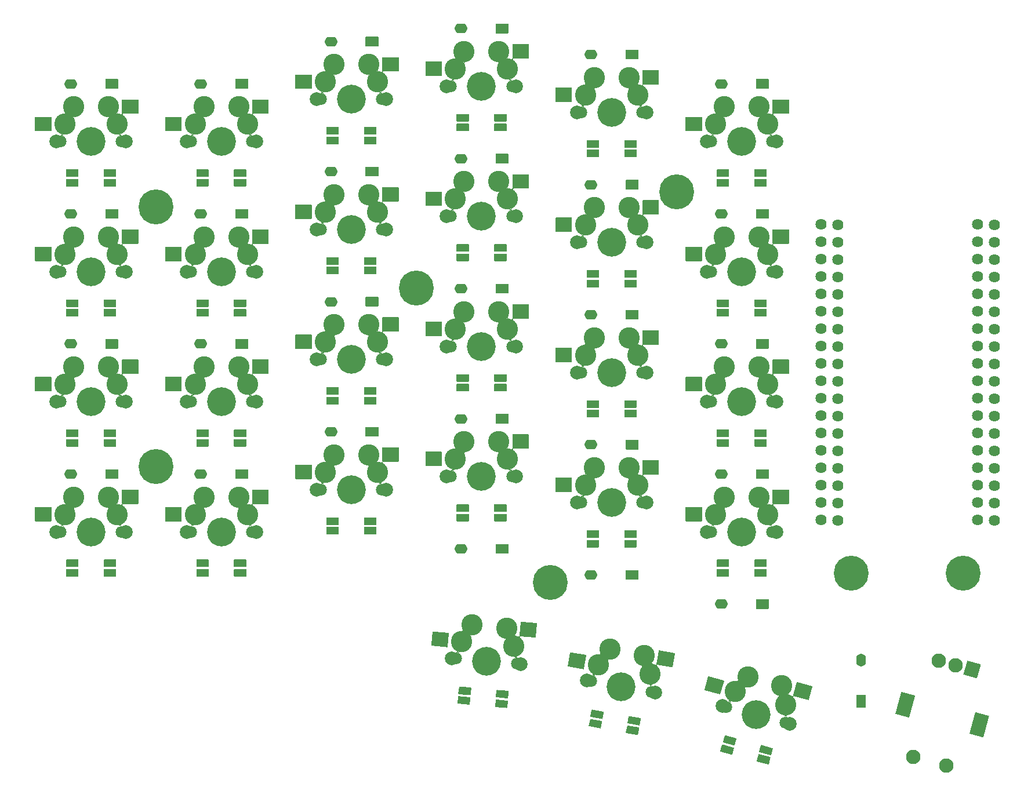
<source format=gbs>
%TF.GenerationSoftware,KiCad,Pcbnew,5.1.10*%
%TF.CreationDate,2021-09-07T21:41:42+02:00*%
%TF.ProjectId,mini,6d696e69-2e6b-4696-9361-645f70636258,rev?*%
%TF.SameCoordinates,Original*%
%TF.FileFunction,Soldermask,Bot*%
%TF.FilePolarity,Negative*%
%FSLAX46Y46*%
G04 Gerber Fmt 4.6, Leading zero omitted, Abs format (unit mm)*
G04 Created by KiCad (PCBNEW 5.1.10) date 2021-09-07 21:41:42*
%MOMM*%
%LPD*%
G01*
G04 APERTURE LIST*
%ADD10C,1.802000*%
%ADD11C,2.002000*%
%ADD12C,4.202000*%
%ADD13C,3.102000*%
%ADD14O,1.880000X1.402000*%
%ADD15O,1.402000X1.880000*%
%ADD16C,1.626000*%
%ADD17C,2.102000*%
%ADD18C,5.102000*%
%ADD19C,0.100000*%
G04 APERTURE END LIST*
D10*
X184617666Y-148711686D03*
X175924334Y-146382314D03*
G36*
G01*
X188520827Y-143421644D02*
X188003189Y-145353496D01*
G75*
G02*
X187940727Y-145389558I-49262J13200D01*
G01*
X185719097Y-144794274D01*
G75*
G02*
X185683035Y-144731812I13200J49262D01*
G01*
X186200673Y-142799960D01*
G75*
G02*
X186263135Y-142763898I49262J-13200D01*
G01*
X188484765Y-143359182D01*
G75*
G02*
X188520827Y-143421644I-13200J-49262D01*
G01*
G37*
D11*
X175364097Y-146232199D03*
X185177903Y-148861801D03*
D12*
X180271000Y-147547000D03*
D13*
X184039252Y-143297497D03*
X184608578Y-146079648D03*
X179132349Y-141982696D03*
X177248223Y-144107448D03*
G36*
G01*
X175596168Y-142588094D02*
X175078530Y-144519946D01*
G75*
G02*
X175016068Y-144556008I-49262J13200D01*
G01*
X172794438Y-143960724D01*
G75*
G02*
X172758376Y-143898262I13200J49262D01*
G01*
X173276014Y-141966410D01*
G75*
G02*
X173338476Y-141930348I49262J-13200D01*
G01*
X175560106Y-142525632D01*
G75*
G02*
X175596168Y-142588094I-13200J-49262D01*
G01*
G37*
D14*
X80200000Y-112376000D03*
G36*
G01*
X87140000Y-111726000D02*
X87140000Y-113026000D01*
G75*
G02*
X87089000Y-113077000I-51000J0D01*
G01*
X85311000Y-113077000D01*
G75*
G02*
X85260000Y-113026000I0J51000D01*
G01*
X85260000Y-111726000D01*
G75*
G02*
X85311000Y-111675000I51000J0D01*
G01*
X87089000Y-111675000D01*
G75*
G02*
X87140000Y-111726000I0J-51000D01*
G01*
G37*
X175200000Y-131376000D03*
G36*
G01*
X182140000Y-130726000D02*
X182140000Y-132026000D01*
G75*
G02*
X182089000Y-132077000I-51000J0D01*
G01*
X180311000Y-132077000D01*
G75*
G02*
X180260000Y-132026000I0J51000D01*
G01*
X180260000Y-130726000D01*
G75*
G02*
X180311000Y-130675000I51000J0D01*
G01*
X182089000Y-130675000D01*
G75*
G02*
X182140000Y-130726000I0J-51000D01*
G01*
G37*
X156200000Y-127101000D03*
G36*
G01*
X163140000Y-126451000D02*
X163140000Y-127751000D01*
G75*
G02*
X163089000Y-127802000I-51000J0D01*
G01*
X161311000Y-127802000D01*
G75*
G02*
X161260000Y-127751000I0J51000D01*
G01*
X161260000Y-126451000D01*
G75*
G02*
X161311000Y-126400000I51000J0D01*
G01*
X163089000Y-126400000D01*
G75*
G02*
X163140000Y-126451000I0J-51000D01*
G01*
G37*
X137200000Y-123301000D03*
G36*
G01*
X144140000Y-122651000D02*
X144140000Y-123951000D01*
G75*
G02*
X144089000Y-124002000I-51000J0D01*
G01*
X142311000Y-124002000D01*
G75*
G02*
X142260000Y-123951000I0J51000D01*
G01*
X142260000Y-122651000D01*
G75*
G02*
X142311000Y-122600000I51000J0D01*
G01*
X144089000Y-122600000D01*
G75*
G02*
X144140000Y-122651000I0J-51000D01*
G01*
G37*
D15*
X195600000Y-139600000D03*
G36*
G01*
X196250000Y-146540000D02*
X194950000Y-146540000D01*
G75*
G02*
X194899000Y-146489000I0J51000D01*
G01*
X194899000Y-144711000D01*
G75*
G02*
X194950000Y-144660000I51000J0D01*
G01*
X196250000Y-144660000D01*
G75*
G02*
X196301000Y-144711000I0J-51000D01*
G01*
X196301000Y-146489000D01*
G75*
G02*
X196250000Y-146540000I-51000J0D01*
G01*
G37*
D14*
X175200000Y-112376000D03*
G36*
G01*
X182140000Y-111726000D02*
X182140000Y-113026000D01*
G75*
G02*
X182089000Y-113077000I-51000J0D01*
G01*
X180311000Y-113077000D01*
G75*
G02*
X180260000Y-113026000I0J51000D01*
G01*
X180260000Y-111726000D01*
G75*
G02*
X180311000Y-111675000I51000J0D01*
G01*
X182089000Y-111675000D01*
G75*
G02*
X182140000Y-111726000I0J-51000D01*
G01*
G37*
X156200000Y-108101000D03*
G36*
G01*
X163140000Y-107451000D02*
X163140000Y-108751000D01*
G75*
G02*
X163089000Y-108802000I-51000J0D01*
G01*
X161311000Y-108802000D01*
G75*
G02*
X161260000Y-108751000I0J51000D01*
G01*
X161260000Y-107451000D01*
G75*
G02*
X161311000Y-107400000I51000J0D01*
G01*
X163089000Y-107400000D01*
G75*
G02*
X163140000Y-107451000I0J-51000D01*
G01*
G37*
X137200000Y-104301000D03*
G36*
G01*
X144140000Y-103651000D02*
X144140000Y-104951000D01*
G75*
G02*
X144089000Y-105002000I-51000J0D01*
G01*
X142311000Y-105002000D01*
G75*
G02*
X142260000Y-104951000I0J51000D01*
G01*
X142260000Y-103651000D01*
G75*
G02*
X142311000Y-103600000I51000J0D01*
G01*
X144089000Y-103600000D01*
G75*
G02*
X144140000Y-103651000I0J-51000D01*
G01*
G37*
X118200000Y-106201000D03*
G36*
G01*
X125140000Y-105551000D02*
X125140000Y-106851000D01*
G75*
G02*
X125089000Y-106902000I-51000J0D01*
G01*
X123311000Y-106902000D01*
G75*
G02*
X123260000Y-106851000I0J51000D01*
G01*
X123260000Y-105551000D01*
G75*
G02*
X123311000Y-105500000I51000J0D01*
G01*
X125089000Y-105500000D01*
G75*
G02*
X125140000Y-105551000I0J-51000D01*
G01*
G37*
X99200000Y-112376000D03*
G36*
G01*
X106140000Y-111726000D02*
X106140000Y-113026000D01*
G75*
G02*
X106089000Y-113077000I-51000J0D01*
G01*
X104311000Y-113077000D01*
G75*
G02*
X104260000Y-113026000I0J51000D01*
G01*
X104260000Y-111726000D01*
G75*
G02*
X104311000Y-111675000I51000J0D01*
G01*
X106089000Y-111675000D01*
G75*
G02*
X106140000Y-111726000I0J-51000D01*
G01*
G37*
X175200000Y-93375600D03*
G36*
G01*
X182140000Y-92725600D02*
X182140000Y-94025600D01*
G75*
G02*
X182089000Y-94076600I-51000J0D01*
G01*
X180311000Y-94076600D01*
G75*
G02*
X180260000Y-94025600I0J51000D01*
G01*
X180260000Y-92725600D01*
G75*
G02*
X180311000Y-92674600I51000J0D01*
G01*
X182089000Y-92674600D01*
G75*
G02*
X182140000Y-92725600I0J-51000D01*
G01*
G37*
X156200000Y-89100600D03*
G36*
G01*
X163140000Y-88450600D02*
X163140000Y-89750600D01*
G75*
G02*
X163089000Y-89801600I-51000J0D01*
G01*
X161311000Y-89801600D01*
G75*
G02*
X161260000Y-89750600I0J51000D01*
G01*
X161260000Y-88450600D01*
G75*
G02*
X161311000Y-88399600I51000J0D01*
G01*
X163089000Y-88399600D01*
G75*
G02*
X163140000Y-88450600I0J-51000D01*
G01*
G37*
X137200000Y-85300600D03*
G36*
G01*
X144140000Y-84650600D02*
X144140000Y-85950600D01*
G75*
G02*
X144089000Y-86001600I-51000J0D01*
G01*
X142311000Y-86001600D01*
G75*
G02*
X142260000Y-85950600I0J51000D01*
G01*
X142260000Y-84650600D01*
G75*
G02*
X142311000Y-84599600I51000J0D01*
G01*
X144089000Y-84599600D01*
G75*
G02*
X144140000Y-84650600I0J-51000D01*
G01*
G37*
X118200000Y-87200600D03*
G36*
G01*
X125140000Y-86550600D02*
X125140000Y-87850600D01*
G75*
G02*
X125089000Y-87901600I-51000J0D01*
G01*
X123311000Y-87901600D01*
G75*
G02*
X123260000Y-87850600I0J51000D01*
G01*
X123260000Y-86550600D01*
G75*
G02*
X123311000Y-86499600I51000J0D01*
G01*
X125089000Y-86499600D01*
G75*
G02*
X125140000Y-86550600I0J-51000D01*
G01*
G37*
X99200000Y-93375600D03*
G36*
G01*
X106140000Y-92725600D02*
X106140000Y-94025600D01*
G75*
G02*
X106089000Y-94076600I-51000J0D01*
G01*
X104311000Y-94076600D01*
G75*
G02*
X104260000Y-94025600I0J51000D01*
G01*
X104260000Y-92725600D01*
G75*
G02*
X104311000Y-92674600I51000J0D01*
G01*
X106089000Y-92674600D01*
G75*
G02*
X106140000Y-92725600I0J-51000D01*
G01*
G37*
X80200000Y-93375600D03*
G36*
G01*
X87140000Y-92725600D02*
X87140000Y-94025600D01*
G75*
G02*
X87089000Y-94076600I-51000J0D01*
G01*
X85311000Y-94076600D01*
G75*
G02*
X85260000Y-94025600I0J51000D01*
G01*
X85260000Y-92725600D01*
G75*
G02*
X85311000Y-92674600I51000J0D01*
G01*
X87089000Y-92674600D01*
G75*
G02*
X87140000Y-92725600I0J-51000D01*
G01*
G37*
X175200000Y-74375600D03*
G36*
G01*
X182140000Y-73725600D02*
X182140000Y-75025600D01*
G75*
G02*
X182089000Y-75076600I-51000J0D01*
G01*
X180311000Y-75076600D01*
G75*
G02*
X180260000Y-75025600I0J51000D01*
G01*
X180260000Y-73725600D01*
G75*
G02*
X180311000Y-73674600I51000J0D01*
G01*
X182089000Y-73674600D01*
G75*
G02*
X182140000Y-73725600I0J-51000D01*
G01*
G37*
X156200000Y-70100600D03*
G36*
G01*
X163140000Y-69450600D02*
X163140000Y-70750600D01*
G75*
G02*
X163089000Y-70801600I-51000J0D01*
G01*
X161311000Y-70801600D01*
G75*
G02*
X161260000Y-70750600I0J51000D01*
G01*
X161260000Y-69450600D01*
G75*
G02*
X161311000Y-69399600I51000J0D01*
G01*
X163089000Y-69399600D01*
G75*
G02*
X163140000Y-69450600I0J-51000D01*
G01*
G37*
X137200000Y-66300600D03*
G36*
G01*
X144140000Y-65650600D02*
X144140000Y-66950600D01*
G75*
G02*
X144089000Y-67001600I-51000J0D01*
G01*
X142311000Y-67001600D01*
G75*
G02*
X142260000Y-66950600I0J51000D01*
G01*
X142260000Y-65650600D01*
G75*
G02*
X142311000Y-65599600I51000J0D01*
G01*
X144089000Y-65599600D01*
G75*
G02*
X144140000Y-65650600I0J-51000D01*
G01*
G37*
X118200000Y-68200600D03*
G36*
G01*
X125140000Y-67550600D02*
X125140000Y-68850600D01*
G75*
G02*
X125089000Y-68901600I-51000J0D01*
G01*
X123311000Y-68901600D01*
G75*
G02*
X123260000Y-68850600I0J51000D01*
G01*
X123260000Y-67550600D01*
G75*
G02*
X123311000Y-67499600I51000J0D01*
G01*
X125089000Y-67499600D01*
G75*
G02*
X125140000Y-67550600I0J-51000D01*
G01*
G37*
X99200000Y-74375600D03*
G36*
G01*
X106140000Y-73725600D02*
X106140000Y-75025600D01*
G75*
G02*
X106089000Y-75076600I-51000J0D01*
G01*
X104311000Y-75076600D01*
G75*
G02*
X104260000Y-75025600I0J51000D01*
G01*
X104260000Y-73725600D01*
G75*
G02*
X104311000Y-73674600I51000J0D01*
G01*
X106089000Y-73674600D01*
G75*
G02*
X106140000Y-73725600I0J-51000D01*
G01*
G37*
X80200000Y-74375600D03*
G36*
G01*
X87140000Y-73725600D02*
X87140000Y-75025600D01*
G75*
G02*
X87089000Y-75076600I-51000J0D01*
G01*
X85311000Y-75076600D01*
G75*
G02*
X85260000Y-75025600I0J51000D01*
G01*
X85260000Y-73725600D01*
G75*
G02*
X85311000Y-73674600I51000J0D01*
G01*
X87089000Y-73674600D01*
G75*
G02*
X87140000Y-73725600I0J-51000D01*
G01*
G37*
X175200000Y-55375600D03*
G36*
G01*
X182140000Y-54725600D02*
X182140000Y-56025600D01*
G75*
G02*
X182089000Y-56076600I-51000J0D01*
G01*
X180311000Y-56076600D01*
G75*
G02*
X180260000Y-56025600I0J51000D01*
G01*
X180260000Y-54725600D01*
G75*
G02*
X180311000Y-54674600I51000J0D01*
G01*
X182089000Y-54674600D01*
G75*
G02*
X182140000Y-54725600I0J-51000D01*
G01*
G37*
X156200000Y-51100600D03*
G36*
G01*
X163140000Y-50450600D02*
X163140000Y-51750600D01*
G75*
G02*
X163089000Y-51801600I-51000J0D01*
G01*
X161311000Y-51801600D01*
G75*
G02*
X161260000Y-51750600I0J51000D01*
G01*
X161260000Y-50450600D01*
G75*
G02*
X161311000Y-50399600I51000J0D01*
G01*
X163089000Y-50399600D01*
G75*
G02*
X163140000Y-50450600I0J-51000D01*
G01*
G37*
X137200000Y-47300600D03*
G36*
G01*
X144140000Y-46650600D02*
X144140000Y-47950600D01*
G75*
G02*
X144089000Y-48001600I-51000J0D01*
G01*
X142311000Y-48001600D01*
G75*
G02*
X142260000Y-47950600I0J51000D01*
G01*
X142260000Y-46650600D01*
G75*
G02*
X142311000Y-46599600I51000J0D01*
G01*
X144089000Y-46599600D01*
G75*
G02*
X144140000Y-46650600I0J-51000D01*
G01*
G37*
X118200000Y-49200600D03*
G36*
G01*
X125140000Y-48550600D02*
X125140000Y-49850600D01*
G75*
G02*
X125089000Y-49901600I-51000J0D01*
G01*
X123311000Y-49901600D01*
G75*
G02*
X123260000Y-49850600I0J51000D01*
G01*
X123260000Y-48550600D01*
G75*
G02*
X123311000Y-48499600I51000J0D01*
G01*
X125089000Y-48499600D01*
G75*
G02*
X125140000Y-48550600I0J-51000D01*
G01*
G37*
X99200000Y-55375600D03*
G36*
G01*
X106140000Y-54725600D02*
X106140000Y-56025600D01*
G75*
G02*
X106089000Y-56076600I-51000J0D01*
G01*
X104311000Y-56076600D01*
G75*
G02*
X104260000Y-56025600I0J51000D01*
G01*
X104260000Y-54725600D01*
G75*
G02*
X104311000Y-54674600I51000J0D01*
G01*
X106089000Y-54674600D01*
G75*
G02*
X106140000Y-54725600I0J-51000D01*
G01*
G37*
X80200000Y-55375600D03*
G36*
G01*
X87140000Y-54725600D02*
X87140000Y-56025600D01*
G75*
G02*
X87089000Y-56076600I-51000J0D01*
G01*
X85311000Y-56076600D01*
G75*
G02*
X85260000Y-56025600I0J51000D01*
G01*
X85260000Y-54725600D01*
G75*
G02*
X85311000Y-54674600I51000J0D01*
G01*
X87089000Y-54674600D01*
G75*
G02*
X87140000Y-54725600I0J-51000D01*
G01*
G37*
D10*
X165020635Y-144204417D03*
X156157365Y-142641583D03*
G36*
G01*
X168447885Y-138594323D02*
X168100589Y-140563938D01*
G75*
G02*
X168041508Y-140605307I-50225J8856D01*
G01*
X165776450Y-140205916D01*
G75*
G02*
X165735081Y-140146835I8856J50225D01*
G01*
X166082377Y-138177220D01*
G75*
G02*
X166141458Y-138135851I50225J-8856D01*
G01*
X168406516Y-138535242D01*
G75*
G02*
X168447885Y-138594323I-8856J-50225D01*
G01*
G37*
D11*
X155586177Y-142540867D03*
X165591823Y-144305133D03*
D12*
X160589000Y-143423000D03*
D13*
X163972544Y-138861243D03*
X164782184Y-141583187D03*
X158969721Y-137979110D03*
X157277949Y-140259989D03*
G36*
G01*
X155499760Y-138890403D02*
X155152464Y-140860018D01*
G75*
G02*
X155093383Y-140901387I-50225J8856D01*
G01*
X152828325Y-140501996D01*
G75*
G02*
X152786956Y-140442915I8856J50225D01*
G01*
X153134252Y-138473300D01*
G75*
G02*
X153193333Y-138431931I50225J-8856D01*
G01*
X155458391Y-138831322D01*
G75*
G02*
X155499760Y-138890403I-8856J-50225D01*
G01*
G37*
D16*
X212595025Y-119079949D03*
X212595025Y-116539949D03*
X212595025Y-113999949D03*
X212595025Y-111459949D03*
X212595025Y-108919949D03*
X212595025Y-106379949D03*
X212595025Y-103839949D03*
X212595025Y-101299949D03*
X212595025Y-98759949D03*
X212595025Y-93679949D03*
X212595025Y-91139949D03*
X212595025Y-88599949D03*
X212595025Y-86059949D03*
X212595025Y-83519949D03*
X212595025Y-80979949D03*
X212595025Y-78439949D03*
X212595025Y-75899949D03*
X189735025Y-119079949D03*
X189735025Y-116539949D03*
X189735025Y-113999949D03*
X189735025Y-111459949D03*
X189735025Y-108919949D03*
X189735025Y-106379949D03*
X189735025Y-103839949D03*
X189735025Y-101299949D03*
X189735025Y-98759949D03*
X189735025Y-93679949D03*
X189735025Y-91139949D03*
X189735025Y-88599949D03*
X189735025Y-86059949D03*
X189735025Y-83519949D03*
X189735025Y-80979949D03*
X189735025Y-78439949D03*
X189735025Y-75899949D03*
X189735025Y-96219949D03*
X212595025Y-96219949D03*
D17*
X203244452Y-153661433D03*
X208074081Y-154955528D03*
G36*
G01*
X201523200Y-144244051D02*
X203455051Y-144761689D01*
G75*
G02*
X203491113Y-144824151I-13200J-49262D01*
G01*
X202662892Y-147915113D01*
G75*
G02*
X202600430Y-147951175I-49262J13200D01*
G01*
X200668579Y-147433537D01*
G75*
G02*
X200632517Y-147371075I13200J49262D01*
G01*
X201460738Y-144280113D01*
G75*
G02*
X201523200Y-144244051I49262J-13200D01*
G01*
G37*
G36*
G01*
X212341570Y-147142825D02*
X214273421Y-147660463D01*
G75*
G02*
X214309483Y-147722925I-13200J-49262D01*
G01*
X213481262Y-150813887D01*
G75*
G02*
X213418800Y-150849949I-49262J13200D01*
G01*
X211486949Y-150332311D01*
G75*
G02*
X211450887Y-150269849I13200J49262D01*
G01*
X212279108Y-147178887D01*
G75*
G02*
X212341570Y-147142825I49262J-13200D01*
G01*
G37*
X206997328Y-139655509D03*
X209412143Y-140302556D03*
G36*
G01*
X211133050Y-139675597D02*
X213064902Y-140193235D01*
G75*
G02*
X213100964Y-140255697I-13200J-49262D01*
G01*
X212583326Y-142187549D01*
G75*
G02*
X212520864Y-142223611I-49262J13200D01*
G01*
X210589012Y-141705973D01*
G75*
G02*
X210552950Y-141643511I13200J49262D01*
G01*
X211070588Y-139711659D01*
G75*
G02*
X211133050Y-139675597I49262J-13200D01*
G01*
G37*
D10*
X87700000Y-63820000D03*
X78700000Y-63820000D03*
G36*
G01*
X90101000Y-57700000D02*
X90101000Y-59700000D01*
G75*
G02*
X90050000Y-59751000I-51000J0D01*
G01*
X87750000Y-59751000D01*
G75*
G02*
X87699000Y-59700000I0J51000D01*
G01*
X87699000Y-57700000D01*
G75*
G02*
X87750000Y-57649000I51000J0D01*
G01*
X90050000Y-57649000D01*
G75*
G02*
X90101000Y-57700000I0J-51000D01*
G01*
G37*
D11*
X78120000Y-63820000D03*
X88280000Y-63820000D03*
D12*
X83200000Y-63820000D03*
D13*
X85740000Y-58740000D03*
X87010000Y-61279999D03*
X80660000Y-58740000D03*
X79390000Y-61280000D03*
G36*
G01*
X77401000Y-60240000D02*
X77401000Y-62240000D01*
G75*
G02*
X77350000Y-62291000I-51000J0D01*
G01*
X75050000Y-62291000D01*
G75*
G02*
X74999000Y-62240000I0J51000D01*
G01*
X74999000Y-60240000D01*
G75*
G02*
X75050000Y-60189000I51000J0D01*
G01*
X77350000Y-60189000D01*
G75*
G02*
X77401000Y-60240000I0J-51000D01*
G01*
G37*
D10*
X106700000Y-63820000D03*
X97700000Y-63820000D03*
G36*
G01*
X109101000Y-57700000D02*
X109101000Y-59700000D01*
G75*
G02*
X109050000Y-59751000I-51000J0D01*
G01*
X106750000Y-59751000D01*
G75*
G02*
X106699000Y-59700000I0J51000D01*
G01*
X106699000Y-57700000D01*
G75*
G02*
X106750000Y-57649000I51000J0D01*
G01*
X109050000Y-57649000D01*
G75*
G02*
X109101000Y-57700000I0J-51000D01*
G01*
G37*
D11*
X97120000Y-63820000D03*
X107280000Y-63820000D03*
D12*
X102200000Y-63820000D03*
D13*
X104740000Y-58740000D03*
X106010000Y-61279999D03*
X99660000Y-58740000D03*
X98390000Y-61280000D03*
G36*
G01*
X96401000Y-60240000D02*
X96401000Y-62240000D01*
G75*
G02*
X96350000Y-62291000I-51000J0D01*
G01*
X94050000Y-62291000D01*
G75*
G02*
X93999000Y-62240000I0J51000D01*
G01*
X93999000Y-60240000D01*
G75*
G02*
X94050000Y-60189000I51000J0D01*
G01*
X96350000Y-60189000D01*
G75*
G02*
X96401000Y-60240000I0J-51000D01*
G01*
G37*
D10*
X125700000Y-57645000D03*
X116700000Y-57645000D03*
G36*
G01*
X128101000Y-51525000D02*
X128101000Y-53525000D01*
G75*
G02*
X128050000Y-53576000I-51000J0D01*
G01*
X125750000Y-53576000D01*
G75*
G02*
X125699000Y-53525000I0J51000D01*
G01*
X125699000Y-51525000D01*
G75*
G02*
X125750000Y-51474000I51000J0D01*
G01*
X128050000Y-51474000D01*
G75*
G02*
X128101000Y-51525000I0J-51000D01*
G01*
G37*
D11*
X116120000Y-57645000D03*
X126280000Y-57645000D03*
D12*
X121200000Y-57645000D03*
D13*
X123740000Y-52565000D03*
X125010000Y-55104999D03*
X118660000Y-52565000D03*
X117390000Y-55105000D03*
G36*
G01*
X115401000Y-54065000D02*
X115401000Y-56065000D01*
G75*
G02*
X115350000Y-56116000I-51000J0D01*
G01*
X113050000Y-56116000D01*
G75*
G02*
X112999000Y-56065000I0J51000D01*
G01*
X112999000Y-54065000D01*
G75*
G02*
X113050000Y-54014000I51000J0D01*
G01*
X115350000Y-54014000D01*
G75*
G02*
X115401000Y-54065000I0J-51000D01*
G01*
G37*
D10*
X144700000Y-55745000D03*
X135700000Y-55745000D03*
G36*
G01*
X147101000Y-49625000D02*
X147101000Y-51625000D01*
G75*
G02*
X147050000Y-51676000I-51000J0D01*
G01*
X144750000Y-51676000D01*
G75*
G02*
X144699000Y-51625000I0J51000D01*
G01*
X144699000Y-49625000D01*
G75*
G02*
X144750000Y-49574000I51000J0D01*
G01*
X147050000Y-49574000D01*
G75*
G02*
X147101000Y-49625000I0J-51000D01*
G01*
G37*
D11*
X135120000Y-55745000D03*
X145280000Y-55745000D03*
D12*
X140200000Y-55745000D03*
D13*
X142740000Y-50665000D03*
X144010000Y-53204999D03*
X137660000Y-50665000D03*
X136390000Y-53205000D03*
G36*
G01*
X134401000Y-52165000D02*
X134401000Y-54165000D01*
G75*
G02*
X134350000Y-54216000I-51000J0D01*
G01*
X132050000Y-54216000D01*
G75*
G02*
X131999000Y-54165000I0J51000D01*
G01*
X131999000Y-52165000D01*
G75*
G02*
X132050000Y-52114000I51000J0D01*
G01*
X134350000Y-52114000D01*
G75*
G02*
X134401000Y-52165000I0J-51000D01*
G01*
G37*
D10*
X163700000Y-59545000D03*
X154700000Y-59545000D03*
G36*
G01*
X166101000Y-53425000D02*
X166101000Y-55425000D01*
G75*
G02*
X166050000Y-55476000I-51000J0D01*
G01*
X163750000Y-55476000D01*
G75*
G02*
X163699000Y-55425000I0J51000D01*
G01*
X163699000Y-53425000D01*
G75*
G02*
X163750000Y-53374000I51000J0D01*
G01*
X166050000Y-53374000D01*
G75*
G02*
X166101000Y-53425000I0J-51000D01*
G01*
G37*
D11*
X154120000Y-59545000D03*
X164280000Y-59545000D03*
D12*
X159200000Y-59545000D03*
D13*
X161740000Y-54465000D03*
X163010000Y-57004999D03*
X156660000Y-54465000D03*
X155390000Y-57005000D03*
G36*
G01*
X153401000Y-55965000D02*
X153401000Y-57965000D01*
G75*
G02*
X153350000Y-58016000I-51000J0D01*
G01*
X151050000Y-58016000D01*
G75*
G02*
X150999000Y-57965000I0J51000D01*
G01*
X150999000Y-55965000D01*
G75*
G02*
X151050000Y-55914000I51000J0D01*
G01*
X153350000Y-55914000D01*
G75*
G02*
X153401000Y-55965000I0J-51000D01*
G01*
G37*
D10*
X182700000Y-63820000D03*
X173700000Y-63820000D03*
G36*
G01*
X185101000Y-57700000D02*
X185101000Y-59700000D01*
G75*
G02*
X185050000Y-59751000I-51000J0D01*
G01*
X182750000Y-59751000D01*
G75*
G02*
X182699000Y-59700000I0J51000D01*
G01*
X182699000Y-57700000D01*
G75*
G02*
X182750000Y-57649000I51000J0D01*
G01*
X185050000Y-57649000D01*
G75*
G02*
X185101000Y-57700000I0J-51000D01*
G01*
G37*
D11*
X173120000Y-63820000D03*
X183280000Y-63820000D03*
D12*
X178200000Y-63820000D03*
D13*
X180740000Y-58740000D03*
X182010000Y-61279999D03*
X175660000Y-58740000D03*
X174390000Y-61280000D03*
G36*
G01*
X172401000Y-60240000D02*
X172401000Y-62240000D01*
G75*
G02*
X172350000Y-62291000I-51000J0D01*
G01*
X170050000Y-62291000D01*
G75*
G02*
X169999000Y-62240000I0J51000D01*
G01*
X169999000Y-60240000D01*
G75*
G02*
X170050000Y-60189000I51000J0D01*
G01*
X172350000Y-60189000D01*
G75*
G02*
X172401000Y-60240000I0J-51000D01*
G01*
G37*
D10*
X87700000Y-82820000D03*
X78700000Y-82820000D03*
G36*
G01*
X90101000Y-76700000D02*
X90101000Y-78700000D01*
G75*
G02*
X90050000Y-78751000I-51000J0D01*
G01*
X87750000Y-78751000D01*
G75*
G02*
X87699000Y-78700000I0J51000D01*
G01*
X87699000Y-76700000D01*
G75*
G02*
X87750000Y-76649000I51000J0D01*
G01*
X90050000Y-76649000D01*
G75*
G02*
X90101000Y-76700000I0J-51000D01*
G01*
G37*
D11*
X78120000Y-82820000D03*
X88280000Y-82820000D03*
D12*
X83200000Y-82820000D03*
D13*
X85740000Y-77740000D03*
X87010000Y-80279999D03*
X80660000Y-77740000D03*
X79390000Y-80280000D03*
G36*
G01*
X77401000Y-79240000D02*
X77401000Y-81240000D01*
G75*
G02*
X77350000Y-81291000I-51000J0D01*
G01*
X75050000Y-81291000D01*
G75*
G02*
X74999000Y-81240000I0J51000D01*
G01*
X74999000Y-79240000D01*
G75*
G02*
X75050000Y-79189000I51000J0D01*
G01*
X77350000Y-79189000D01*
G75*
G02*
X77401000Y-79240000I0J-51000D01*
G01*
G37*
D10*
X106700000Y-82820000D03*
X97700000Y-82820000D03*
G36*
G01*
X109101000Y-76700000D02*
X109101000Y-78700000D01*
G75*
G02*
X109050000Y-78751000I-51000J0D01*
G01*
X106750000Y-78751000D01*
G75*
G02*
X106699000Y-78700000I0J51000D01*
G01*
X106699000Y-76700000D01*
G75*
G02*
X106750000Y-76649000I51000J0D01*
G01*
X109050000Y-76649000D01*
G75*
G02*
X109101000Y-76700000I0J-51000D01*
G01*
G37*
D11*
X97120000Y-82820000D03*
X107280000Y-82820000D03*
D12*
X102200000Y-82820000D03*
D13*
X104740000Y-77740000D03*
X106010000Y-80279999D03*
X99660000Y-77740000D03*
X98390000Y-80280000D03*
G36*
G01*
X96401000Y-79240000D02*
X96401000Y-81240000D01*
G75*
G02*
X96350000Y-81291000I-51000J0D01*
G01*
X94050000Y-81291000D01*
G75*
G02*
X93999000Y-81240000I0J51000D01*
G01*
X93999000Y-79240000D01*
G75*
G02*
X94050000Y-79189000I51000J0D01*
G01*
X96350000Y-79189000D01*
G75*
G02*
X96401000Y-79240000I0J-51000D01*
G01*
G37*
D10*
X125700000Y-76645000D03*
X116700000Y-76645000D03*
G36*
G01*
X128101000Y-70525000D02*
X128101000Y-72525000D01*
G75*
G02*
X128050000Y-72576000I-51000J0D01*
G01*
X125750000Y-72576000D01*
G75*
G02*
X125699000Y-72525000I0J51000D01*
G01*
X125699000Y-70525000D01*
G75*
G02*
X125750000Y-70474000I51000J0D01*
G01*
X128050000Y-70474000D01*
G75*
G02*
X128101000Y-70525000I0J-51000D01*
G01*
G37*
D11*
X116120000Y-76645000D03*
X126280000Y-76645000D03*
D12*
X121200000Y-76645000D03*
D13*
X123740000Y-71565000D03*
X125010000Y-74104999D03*
X118660000Y-71565000D03*
X117390000Y-74105000D03*
G36*
G01*
X115401000Y-73065000D02*
X115401000Y-75065000D01*
G75*
G02*
X115350000Y-75116000I-51000J0D01*
G01*
X113050000Y-75116000D01*
G75*
G02*
X112999000Y-75065000I0J51000D01*
G01*
X112999000Y-73065000D01*
G75*
G02*
X113050000Y-73014000I51000J0D01*
G01*
X115350000Y-73014000D01*
G75*
G02*
X115401000Y-73065000I0J-51000D01*
G01*
G37*
D10*
X144700000Y-74745000D03*
X135700000Y-74745000D03*
G36*
G01*
X147101000Y-68625000D02*
X147101000Y-70625000D01*
G75*
G02*
X147050000Y-70676000I-51000J0D01*
G01*
X144750000Y-70676000D01*
G75*
G02*
X144699000Y-70625000I0J51000D01*
G01*
X144699000Y-68625000D01*
G75*
G02*
X144750000Y-68574000I51000J0D01*
G01*
X147050000Y-68574000D01*
G75*
G02*
X147101000Y-68625000I0J-51000D01*
G01*
G37*
D11*
X135120000Y-74745000D03*
X145280000Y-74745000D03*
D12*
X140200000Y-74745000D03*
D13*
X142740000Y-69665000D03*
X144010000Y-72204999D03*
X137660000Y-69665000D03*
X136390000Y-72205000D03*
G36*
G01*
X134401000Y-71165000D02*
X134401000Y-73165000D01*
G75*
G02*
X134350000Y-73216000I-51000J0D01*
G01*
X132050000Y-73216000D01*
G75*
G02*
X131999000Y-73165000I0J51000D01*
G01*
X131999000Y-71165000D01*
G75*
G02*
X132050000Y-71114000I51000J0D01*
G01*
X134350000Y-71114000D01*
G75*
G02*
X134401000Y-71165000I0J-51000D01*
G01*
G37*
D10*
X163700000Y-78545000D03*
X154700000Y-78545000D03*
G36*
G01*
X166101000Y-72425000D02*
X166101000Y-74425000D01*
G75*
G02*
X166050000Y-74476000I-51000J0D01*
G01*
X163750000Y-74476000D01*
G75*
G02*
X163699000Y-74425000I0J51000D01*
G01*
X163699000Y-72425000D01*
G75*
G02*
X163750000Y-72374000I51000J0D01*
G01*
X166050000Y-72374000D01*
G75*
G02*
X166101000Y-72425000I0J-51000D01*
G01*
G37*
D11*
X154120000Y-78545000D03*
X164280000Y-78545000D03*
D12*
X159200000Y-78545000D03*
D13*
X161740000Y-73465000D03*
X163010000Y-76004999D03*
X156660000Y-73465000D03*
X155390000Y-76005000D03*
G36*
G01*
X153401000Y-74965000D02*
X153401000Y-76965000D01*
G75*
G02*
X153350000Y-77016000I-51000J0D01*
G01*
X151050000Y-77016000D01*
G75*
G02*
X150999000Y-76965000I0J51000D01*
G01*
X150999000Y-74965000D01*
G75*
G02*
X151050000Y-74914000I51000J0D01*
G01*
X153350000Y-74914000D01*
G75*
G02*
X153401000Y-74965000I0J-51000D01*
G01*
G37*
D10*
X182700000Y-82820000D03*
X173700000Y-82820000D03*
G36*
G01*
X185101000Y-76700000D02*
X185101000Y-78700000D01*
G75*
G02*
X185050000Y-78751000I-51000J0D01*
G01*
X182750000Y-78751000D01*
G75*
G02*
X182699000Y-78700000I0J51000D01*
G01*
X182699000Y-76700000D01*
G75*
G02*
X182750000Y-76649000I51000J0D01*
G01*
X185050000Y-76649000D01*
G75*
G02*
X185101000Y-76700000I0J-51000D01*
G01*
G37*
D11*
X173120000Y-82820000D03*
X183280000Y-82820000D03*
D12*
X178200000Y-82820000D03*
D13*
X180740000Y-77740000D03*
X182010000Y-80279999D03*
X175660000Y-77740000D03*
X174390000Y-80280000D03*
G36*
G01*
X172401000Y-79240000D02*
X172401000Y-81240000D01*
G75*
G02*
X172350000Y-81291000I-51000J0D01*
G01*
X170050000Y-81291000D01*
G75*
G02*
X169999000Y-81240000I0J51000D01*
G01*
X169999000Y-79240000D01*
G75*
G02*
X170050000Y-79189000I51000J0D01*
G01*
X172350000Y-79189000D01*
G75*
G02*
X172401000Y-79240000I0J-51000D01*
G01*
G37*
D10*
X87700000Y-101820000D03*
X78700000Y-101820000D03*
G36*
G01*
X90101000Y-95700000D02*
X90101000Y-97700000D01*
G75*
G02*
X90050000Y-97751000I-51000J0D01*
G01*
X87750000Y-97751000D01*
G75*
G02*
X87699000Y-97700000I0J51000D01*
G01*
X87699000Y-95700000D01*
G75*
G02*
X87750000Y-95649000I51000J0D01*
G01*
X90050000Y-95649000D01*
G75*
G02*
X90101000Y-95700000I0J-51000D01*
G01*
G37*
D11*
X78120000Y-101820000D03*
X88280000Y-101820000D03*
D12*
X83200000Y-101820000D03*
D13*
X85740000Y-96740000D03*
X87010000Y-99279999D03*
X80660000Y-96740000D03*
X79390000Y-99280000D03*
G36*
G01*
X77401000Y-98240000D02*
X77401000Y-100240000D01*
G75*
G02*
X77350000Y-100291000I-51000J0D01*
G01*
X75050000Y-100291000D01*
G75*
G02*
X74999000Y-100240000I0J51000D01*
G01*
X74999000Y-98240000D01*
G75*
G02*
X75050000Y-98189000I51000J0D01*
G01*
X77350000Y-98189000D01*
G75*
G02*
X77401000Y-98240000I0J-51000D01*
G01*
G37*
D10*
X106700000Y-101820000D03*
X97700000Y-101820000D03*
G36*
G01*
X109101000Y-95700000D02*
X109101000Y-97700000D01*
G75*
G02*
X109050000Y-97751000I-51000J0D01*
G01*
X106750000Y-97751000D01*
G75*
G02*
X106699000Y-97700000I0J51000D01*
G01*
X106699000Y-95700000D01*
G75*
G02*
X106750000Y-95649000I51000J0D01*
G01*
X109050000Y-95649000D01*
G75*
G02*
X109101000Y-95700000I0J-51000D01*
G01*
G37*
D11*
X97120000Y-101820000D03*
X107280000Y-101820000D03*
D12*
X102200000Y-101820000D03*
D13*
X104740000Y-96740000D03*
X106010000Y-99279999D03*
X99660000Y-96740000D03*
X98390000Y-99280000D03*
G36*
G01*
X96401000Y-98240000D02*
X96401000Y-100240000D01*
G75*
G02*
X96350000Y-100291000I-51000J0D01*
G01*
X94050000Y-100291000D01*
G75*
G02*
X93999000Y-100240000I0J51000D01*
G01*
X93999000Y-98240000D01*
G75*
G02*
X94050000Y-98189000I51000J0D01*
G01*
X96350000Y-98189000D01*
G75*
G02*
X96401000Y-98240000I0J-51000D01*
G01*
G37*
D10*
X125700000Y-95645000D03*
X116700000Y-95645000D03*
G36*
G01*
X128101000Y-89525000D02*
X128101000Y-91525000D01*
G75*
G02*
X128050000Y-91576000I-51000J0D01*
G01*
X125750000Y-91576000D01*
G75*
G02*
X125699000Y-91525000I0J51000D01*
G01*
X125699000Y-89525000D01*
G75*
G02*
X125750000Y-89474000I51000J0D01*
G01*
X128050000Y-89474000D01*
G75*
G02*
X128101000Y-89525000I0J-51000D01*
G01*
G37*
D11*
X116120000Y-95645000D03*
X126280000Y-95645000D03*
D12*
X121200000Y-95645000D03*
D13*
X123740000Y-90565000D03*
X125010000Y-93104999D03*
X118660000Y-90565000D03*
X117390000Y-93105000D03*
G36*
G01*
X115401000Y-92065000D02*
X115401000Y-94065000D01*
G75*
G02*
X115350000Y-94116000I-51000J0D01*
G01*
X113050000Y-94116000D01*
G75*
G02*
X112999000Y-94065000I0J51000D01*
G01*
X112999000Y-92065000D01*
G75*
G02*
X113050000Y-92014000I51000J0D01*
G01*
X115350000Y-92014000D01*
G75*
G02*
X115401000Y-92065000I0J-51000D01*
G01*
G37*
D10*
X144700000Y-93745000D03*
X135700000Y-93745000D03*
G36*
G01*
X147101000Y-87625000D02*
X147101000Y-89625000D01*
G75*
G02*
X147050000Y-89676000I-51000J0D01*
G01*
X144750000Y-89676000D01*
G75*
G02*
X144699000Y-89625000I0J51000D01*
G01*
X144699000Y-87625000D01*
G75*
G02*
X144750000Y-87574000I51000J0D01*
G01*
X147050000Y-87574000D01*
G75*
G02*
X147101000Y-87625000I0J-51000D01*
G01*
G37*
D11*
X135120000Y-93745000D03*
X145280000Y-93745000D03*
D12*
X140200000Y-93745000D03*
D13*
X142740000Y-88665000D03*
X144010000Y-91204999D03*
X137660000Y-88665000D03*
X136390000Y-91205000D03*
G36*
G01*
X134401000Y-90165000D02*
X134401000Y-92165000D01*
G75*
G02*
X134350000Y-92216000I-51000J0D01*
G01*
X132050000Y-92216000D01*
G75*
G02*
X131999000Y-92165000I0J51000D01*
G01*
X131999000Y-90165000D01*
G75*
G02*
X132050000Y-90114000I51000J0D01*
G01*
X134350000Y-90114000D01*
G75*
G02*
X134401000Y-90165000I0J-51000D01*
G01*
G37*
D10*
X163700000Y-97545000D03*
X154700000Y-97545000D03*
G36*
G01*
X166101000Y-91425000D02*
X166101000Y-93425000D01*
G75*
G02*
X166050000Y-93476000I-51000J0D01*
G01*
X163750000Y-93476000D01*
G75*
G02*
X163699000Y-93425000I0J51000D01*
G01*
X163699000Y-91425000D01*
G75*
G02*
X163750000Y-91374000I51000J0D01*
G01*
X166050000Y-91374000D01*
G75*
G02*
X166101000Y-91425000I0J-51000D01*
G01*
G37*
D11*
X154120000Y-97545000D03*
X164280000Y-97545000D03*
D12*
X159200000Y-97545000D03*
D13*
X161740000Y-92465000D03*
X163010000Y-95004999D03*
X156660000Y-92465000D03*
X155390000Y-95005000D03*
G36*
G01*
X153401000Y-93965000D02*
X153401000Y-95965000D01*
G75*
G02*
X153350000Y-96016000I-51000J0D01*
G01*
X151050000Y-96016000D01*
G75*
G02*
X150999000Y-95965000I0J51000D01*
G01*
X150999000Y-93965000D01*
G75*
G02*
X151050000Y-93914000I51000J0D01*
G01*
X153350000Y-93914000D01*
G75*
G02*
X153401000Y-93965000I0J-51000D01*
G01*
G37*
D10*
X182700000Y-101820000D03*
X173700000Y-101820000D03*
G36*
G01*
X185101000Y-95700000D02*
X185101000Y-97700000D01*
G75*
G02*
X185050000Y-97751000I-51000J0D01*
G01*
X182750000Y-97751000D01*
G75*
G02*
X182699000Y-97700000I0J51000D01*
G01*
X182699000Y-95700000D01*
G75*
G02*
X182750000Y-95649000I51000J0D01*
G01*
X185050000Y-95649000D01*
G75*
G02*
X185101000Y-95700000I0J-51000D01*
G01*
G37*
D11*
X173120000Y-101820000D03*
X183280000Y-101820000D03*
D12*
X178200000Y-101820000D03*
D13*
X180740000Y-96740000D03*
X182010000Y-99279999D03*
X175660000Y-96740000D03*
X174390000Y-99280000D03*
G36*
G01*
X172401000Y-98240000D02*
X172401000Y-100240000D01*
G75*
G02*
X172350000Y-100291000I-51000J0D01*
G01*
X170050000Y-100291000D01*
G75*
G02*
X169999000Y-100240000I0J51000D01*
G01*
X169999000Y-98240000D01*
G75*
G02*
X170050000Y-98189000I51000J0D01*
G01*
X172350000Y-98189000D01*
G75*
G02*
X172401000Y-98240000I0J-51000D01*
G01*
G37*
D10*
X87700000Y-120820000D03*
X78700000Y-120820000D03*
G36*
G01*
X90101000Y-114700000D02*
X90101000Y-116700000D01*
G75*
G02*
X90050000Y-116751000I-51000J0D01*
G01*
X87750000Y-116751000D01*
G75*
G02*
X87699000Y-116700000I0J51000D01*
G01*
X87699000Y-114700000D01*
G75*
G02*
X87750000Y-114649000I51000J0D01*
G01*
X90050000Y-114649000D01*
G75*
G02*
X90101000Y-114700000I0J-51000D01*
G01*
G37*
D11*
X78120000Y-120820000D03*
X88280000Y-120820000D03*
D12*
X83200000Y-120820000D03*
D13*
X85740000Y-115740000D03*
X87010000Y-118279999D03*
X80660000Y-115740000D03*
X79390000Y-118280000D03*
G36*
G01*
X77401000Y-117240000D02*
X77401000Y-119240000D01*
G75*
G02*
X77350000Y-119291000I-51000J0D01*
G01*
X75050000Y-119291000D01*
G75*
G02*
X74999000Y-119240000I0J51000D01*
G01*
X74999000Y-117240000D01*
G75*
G02*
X75050000Y-117189000I51000J0D01*
G01*
X77350000Y-117189000D01*
G75*
G02*
X77401000Y-117240000I0J-51000D01*
G01*
G37*
D10*
X106700000Y-120820000D03*
X97700000Y-120820000D03*
G36*
G01*
X109101000Y-114700000D02*
X109101000Y-116700000D01*
G75*
G02*
X109050000Y-116751000I-51000J0D01*
G01*
X106750000Y-116751000D01*
G75*
G02*
X106699000Y-116700000I0J51000D01*
G01*
X106699000Y-114700000D01*
G75*
G02*
X106750000Y-114649000I51000J0D01*
G01*
X109050000Y-114649000D01*
G75*
G02*
X109101000Y-114700000I0J-51000D01*
G01*
G37*
D11*
X97120000Y-120820000D03*
X107280000Y-120820000D03*
D12*
X102200000Y-120820000D03*
D13*
X104740000Y-115740000D03*
X106010000Y-118279999D03*
X99660000Y-115740000D03*
X98390000Y-118280000D03*
G36*
G01*
X96401000Y-117240000D02*
X96401000Y-119240000D01*
G75*
G02*
X96350000Y-119291000I-51000J0D01*
G01*
X94050000Y-119291000D01*
G75*
G02*
X93999000Y-119240000I0J51000D01*
G01*
X93999000Y-117240000D01*
G75*
G02*
X94050000Y-117189000I51000J0D01*
G01*
X96350000Y-117189000D01*
G75*
G02*
X96401000Y-117240000I0J-51000D01*
G01*
G37*
D10*
X125700000Y-114645000D03*
X116700000Y-114645000D03*
G36*
G01*
X128101000Y-108525000D02*
X128101000Y-110525000D01*
G75*
G02*
X128050000Y-110576000I-51000J0D01*
G01*
X125750000Y-110576000D01*
G75*
G02*
X125699000Y-110525000I0J51000D01*
G01*
X125699000Y-108525000D01*
G75*
G02*
X125750000Y-108474000I51000J0D01*
G01*
X128050000Y-108474000D01*
G75*
G02*
X128101000Y-108525000I0J-51000D01*
G01*
G37*
D11*
X116120000Y-114645000D03*
X126280000Y-114645000D03*
D12*
X121200000Y-114645000D03*
D13*
X123740000Y-109565000D03*
X125010000Y-112104999D03*
X118660000Y-109565000D03*
X117390000Y-112105000D03*
G36*
G01*
X115401000Y-111065000D02*
X115401000Y-113065000D01*
G75*
G02*
X115350000Y-113116000I-51000J0D01*
G01*
X113050000Y-113116000D01*
G75*
G02*
X112999000Y-113065000I0J51000D01*
G01*
X112999000Y-111065000D01*
G75*
G02*
X113050000Y-111014000I51000J0D01*
G01*
X115350000Y-111014000D01*
G75*
G02*
X115401000Y-111065000I0J-51000D01*
G01*
G37*
D10*
X144700000Y-112745000D03*
X135700000Y-112745000D03*
G36*
G01*
X147101000Y-106625000D02*
X147101000Y-108625000D01*
G75*
G02*
X147050000Y-108676000I-51000J0D01*
G01*
X144750000Y-108676000D01*
G75*
G02*
X144699000Y-108625000I0J51000D01*
G01*
X144699000Y-106625000D01*
G75*
G02*
X144750000Y-106574000I51000J0D01*
G01*
X147050000Y-106574000D01*
G75*
G02*
X147101000Y-106625000I0J-51000D01*
G01*
G37*
D11*
X135120000Y-112745000D03*
X145280000Y-112745000D03*
D12*
X140200000Y-112745000D03*
D13*
X142740000Y-107665000D03*
X144010000Y-110204999D03*
X137660000Y-107665000D03*
X136390000Y-110205000D03*
G36*
G01*
X134401000Y-109165000D02*
X134401000Y-111165000D01*
G75*
G02*
X134350000Y-111216000I-51000J0D01*
G01*
X132050000Y-111216000D01*
G75*
G02*
X131999000Y-111165000I0J51000D01*
G01*
X131999000Y-109165000D01*
G75*
G02*
X132050000Y-109114000I51000J0D01*
G01*
X134350000Y-109114000D01*
G75*
G02*
X134401000Y-109165000I0J-51000D01*
G01*
G37*
D10*
X163700000Y-116545000D03*
X154700000Y-116545000D03*
G36*
G01*
X166101000Y-110425000D02*
X166101000Y-112425000D01*
G75*
G02*
X166050000Y-112476000I-51000J0D01*
G01*
X163750000Y-112476000D01*
G75*
G02*
X163699000Y-112425000I0J51000D01*
G01*
X163699000Y-110425000D01*
G75*
G02*
X163750000Y-110374000I51000J0D01*
G01*
X166050000Y-110374000D01*
G75*
G02*
X166101000Y-110425000I0J-51000D01*
G01*
G37*
D11*
X154120000Y-116545000D03*
X164280000Y-116545000D03*
D12*
X159200000Y-116545000D03*
D13*
X161740000Y-111465000D03*
X163010000Y-114004999D03*
X156660000Y-111465000D03*
X155390000Y-114005000D03*
G36*
G01*
X153401000Y-112965000D02*
X153401000Y-114965000D01*
G75*
G02*
X153350000Y-115016000I-51000J0D01*
G01*
X151050000Y-115016000D01*
G75*
G02*
X150999000Y-114965000I0J51000D01*
G01*
X150999000Y-112965000D01*
G75*
G02*
X151050000Y-112914000I51000J0D01*
G01*
X153350000Y-112914000D01*
G75*
G02*
X153401000Y-112965000I0J-51000D01*
G01*
G37*
D10*
X182700000Y-120820000D03*
X173700000Y-120820000D03*
G36*
G01*
X185101000Y-114700000D02*
X185101000Y-116700000D01*
G75*
G02*
X185050000Y-116751000I-51000J0D01*
G01*
X182750000Y-116751000D01*
G75*
G02*
X182699000Y-116700000I0J51000D01*
G01*
X182699000Y-114700000D01*
G75*
G02*
X182750000Y-114649000I51000J0D01*
G01*
X185050000Y-114649000D01*
G75*
G02*
X185101000Y-114700000I0J-51000D01*
G01*
G37*
D11*
X173120000Y-120820000D03*
X183280000Y-120820000D03*
D12*
X178200000Y-120820000D03*
D13*
X180740000Y-115740000D03*
X182010000Y-118279999D03*
X175660000Y-115740000D03*
X174390000Y-118280000D03*
G36*
G01*
X172401000Y-117240000D02*
X172401000Y-119240000D01*
G75*
G02*
X172350000Y-119291000I-51000J0D01*
G01*
X170050000Y-119291000D01*
G75*
G02*
X169999000Y-119240000I0J51000D01*
G01*
X169999000Y-117240000D01*
G75*
G02*
X170050000Y-117189000I51000J0D01*
G01*
X172350000Y-117189000D01*
G75*
G02*
X172401000Y-117240000I0J-51000D01*
G01*
G37*
D10*
X145379876Y-140107201D03*
X136414124Y-139322799D03*
G36*
G01*
X148305133Y-134219750D02*
X148130821Y-136212140D01*
G75*
G02*
X148075570Y-136258501I-50806J4445D01*
G01*
X145784322Y-136058043D01*
G75*
G02*
X145737961Y-136002792I4445J50806D01*
G01*
X145912273Y-134010402D01*
G75*
G02*
X145967524Y-133964041I50806J-4445D01*
G01*
X148258772Y-134164499D01*
G75*
G02*
X148305133Y-134219750I-4445J-50806D01*
G01*
G37*
D11*
X135836331Y-139272249D03*
X145957669Y-140157751D03*
D12*
X140897000Y-139715000D03*
D13*
X143870086Y-134875707D03*
X144913877Y-137516728D03*
X138809417Y-134432955D03*
X137322874Y-136852602D03*
G36*
G01*
X135432085Y-135643206D02*
X135257773Y-137635596D01*
G75*
G02*
X135202522Y-137681957I-50806J4445D01*
G01*
X132911274Y-137481499D01*
G75*
G02*
X132864913Y-137426248I4445J50806D01*
G01*
X133039225Y-135433858D01*
G75*
G02*
X133094476Y-135387497I50806J-4445D01*
G01*
X135385724Y-135587955D01*
G75*
G02*
X135432085Y-135643206I-4445J-50806D01*
G01*
G37*
G36*
G01*
X85049000Y-68920000D02*
X85049000Y-67920000D01*
G75*
G02*
X85100000Y-67869000I51000J0D01*
G01*
X86800000Y-67869000D01*
G75*
G02*
X86851000Y-67920000I0J-51000D01*
G01*
X86851000Y-68920000D01*
G75*
G02*
X86800000Y-68971000I-51000J0D01*
G01*
X85100000Y-68971000D01*
G75*
G02*
X85049000Y-68920000I0J51000D01*
G01*
G37*
G36*
G01*
X85049000Y-70320000D02*
X85049000Y-69320000D01*
G75*
G02*
X85100000Y-69269000I51000J0D01*
G01*
X86800000Y-69269000D01*
G75*
G02*
X86851000Y-69320000I0J-51000D01*
G01*
X86851000Y-70320000D01*
G75*
G02*
X86800000Y-70371000I-51000J0D01*
G01*
X85100000Y-70371000D01*
G75*
G02*
X85049000Y-70320000I0J51000D01*
G01*
G37*
G36*
G01*
X79549000Y-68920000D02*
X79549000Y-67920000D01*
G75*
G02*
X79600000Y-67869000I51000J0D01*
G01*
X81300000Y-67869000D01*
G75*
G02*
X81351000Y-67920000I0J-51000D01*
G01*
X81351000Y-68920000D01*
G75*
G02*
X81300000Y-68971000I-51000J0D01*
G01*
X79600000Y-68971000D01*
G75*
G02*
X79549000Y-68920000I0J51000D01*
G01*
G37*
G36*
G01*
X79549000Y-70320000D02*
X79549000Y-69320000D01*
G75*
G02*
X79600000Y-69269000I51000J0D01*
G01*
X81300000Y-69269000D01*
G75*
G02*
X81351000Y-69320000I0J-51000D01*
G01*
X81351000Y-70320000D01*
G75*
G02*
X81300000Y-70371000I-51000J0D01*
G01*
X79600000Y-70371000D01*
G75*
G02*
X79549000Y-70320000I0J51000D01*
G01*
G37*
G36*
G01*
X104049000Y-68920000D02*
X104049000Y-67920000D01*
G75*
G02*
X104100000Y-67869000I51000J0D01*
G01*
X105800000Y-67869000D01*
G75*
G02*
X105851000Y-67920000I0J-51000D01*
G01*
X105851000Y-68920000D01*
G75*
G02*
X105800000Y-68971000I-51000J0D01*
G01*
X104100000Y-68971000D01*
G75*
G02*
X104049000Y-68920000I0J51000D01*
G01*
G37*
G36*
G01*
X104049000Y-70320000D02*
X104049000Y-69320000D01*
G75*
G02*
X104100000Y-69269000I51000J0D01*
G01*
X105800000Y-69269000D01*
G75*
G02*
X105851000Y-69320000I0J-51000D01*
G01*
X105851000Y-70320000D01*
G75*
G02*
X105800000Y-70371000I-51000J0D01*
G01*
X104100000Y-70371000D01*
G75*
G02*
X104049000Y-70320000I0J51000D01*
G01*
G37*
G36*
G01*
X98549000Y-68920000D02*
X98549000Y-67920000D01*
G75*
G02*
X98600000Y-67869000I51000J0D01*
G01*
X100300000Y-67869000D01*
G75*
G02*
X100351000Y-67920000I0J-51000D01*
G01*
X100351000Y-68920000D01*
G75*
G02*
X100300000Y-68971000I-51000J0D01*
G01*
X98600000Y-68971000D01*
G75*
G02*
X98549000Y-68920000I0J51000D01*
G01*
G37*
G36*
G01*
X98549000Y-70320000D02*
X98549000Y-69320000D01*
G75*
G02*
X98600000Y-69269000I51000J0D01*
G01*
X100300000Y-69269000D01*
G75*
G02*
X100351000Y-69320000I0J-51000D01*
G01*
X100351000Y-70320000D01*
G75*
G02*
X100300000Y-70371000I-51000J0D01*
G01*
X98600000Y-70371000D01*
G75*
G02*
X98549000Y-70320000I0J51000D01*
G01*
G37*
G36*
G01*
X123049000Y-62745000D02*
X123049000Y-61745000D01*
G75*
G02*
X123100000Y-61694000I51000J0D01*
G01*
X124800000Y-61694000D01*
G75*
G02*
X124851000Y-61745000I0J-51000D01*
G01*
X124851000Y-62745000D01*
G75*
G02*
X124800000Y-62796000I-51000J0D01*
G01*
X123100000Y-62796000D01*
G75*
G02*
X123049000Y-62745000I0J51000D01*
G01*
G37*
G36*
G01*
X123049000Y-64145000D02*
X123049000Y-63145000D01*
G75*
G02*
X123100000Y-63094000I51000J0D01*
G01*
X124800000Y-63094000D01*
G75*
G02*
X124851000Y-63145000I0J-51000D01*
G01*
X124851000Y-64145000D01*
G75*
G02*
X124800000Y-64196000I-51000J0D01*
G01*
X123100000Y-64196000D01*
G75*
G02*
X123049000Y-64145000I0J51000D01*
G01*
G37*
G36*
G01*
X117549000Y-62745000D02*
X117549000Y-61745000D01*
G75*
G02*
X117600000Y-61694000I51000J0D01*
G01*
X119300000Y-61694000D01*
G75*
G02*
X119351000Y-61745000I0J-51000D01*
G01*
X119351000Y-62745000D01*
G75*
G02*
X119300000Y-62796000I-51000J0D01*
G01*
X117600000Y-62796000D01*
G75*
G02*
X117549000Y-62745000I0J51000D01*
G01*
G37*
G36*
G01*
X117549000Y-64145000D02*
X117549000Y-63145000D01*
G75*
G02*
X117600000Y-63094000I51000J0D01*
G01*
X119300000Y-63094000D01*
G75*
G02*
X119351000Y-63145000I0J-51000D01*
G01*
X119351000Y-64145000D01*
G75*
G02*
X119300000Y-64196000I-51000J0D01*
G01*
X117600000Y-64196000D01*
G75*
G02*
X117549000Y-64145000I0J51000D01*
G01*
G37*
G36*
G01*
X142049000Y-60845000D02*
X142049000Y-59845000D01*
G75*
G02*
X142100000Y-59794000I51000J0D01*
G01*
X143800000Y-59794000D01*
G75*
G02*
X143851000Y-59845000I0J-51000D01*
G01*
X143851000Y-60845000D01*
G75*
G02*
X143800000Y-60896000I-51000J0D01*
G01*
X142100000Y-60896000D01*
G75*
G02*
X142049000Y-60845000I0J51000D01*
G01*
G37*
G36*
G01*
X142049000Y-62245000D02*
X142049000Y-61245000D01*
G75*
G02*
X142100000Y-61194000I51000J0D01*
G01*
X143800000Y-61194000D01*
G75*
G02*
X143851000Y-61245000I0J-51000D01*
G01*
X143851000Y-62245000D01*
G75*
G02*
X143800000Y-62296000I-51000J0D01*
G01*
X142100000Y-62296000D01*
G75*
G02*
X142049000Y-62245000I0J51000D01*
G01*
G37*
G36*
G01*
X136549000Y-60845000D02*
X136549000Y-59845000D01*
G75*
G02*
X136600000Y-59794000I51000J0D01*
G01*
X138300000Y-59794000D01*
G75*
G02*
X138351000Y-59845000I0J-51000D01*
G01*
X138351000Y-60845000D01*
G75*
G02*
X138300000Y-60896000I-51000J0D01*
G01*
X136600000Y-60896000D01*
G75*
G02*
X136549000Y-60845000I0J51000D01*
G01*
G37*
G36*
G01*
X136549000Y-62245000D02*
X136549000Y-61245000D01*
G75*
G02*
X136600000Y-61194000I51000J0D01*
G01*
X138300000Y-61194000D01*
G75*
G02*
X138351000Y-61245000I0J-51000D01*
G01*
X138351000Y-62245000D01*
G75*
G02*
X138300000Y-62296000I-51000J0D01*
G01*
X136600000Y-62296000D01*
G75*
G02*
X136549000Y-62245000I0J51000D01*
G01*
G37*
G36*
G01*
X161049000Y-64645000D02*
X161049000Y-63645000D01*
G75*
G02*
X161100000Y-63594000I51000J0D01*
G01*
X162800000Y-63594000D01*
G75*
G02*
X162851000Y-63645000I0J-51000D01*
G01*
X162851000Y-64645000D01*
G75*
G02*
X162800000Y-64696000I-51000J0D01*
G01*
X161100000Y-64696000D01*
G75*
G02*
X161049000Y-64645000I0J51000D01*
G01*
G37*
G36*
G01*
X161049000Y-66045000D02*
X161049000Y-65045000D01*
G75*
G02*
X161100000Y-64994000I51000J0D01*
G01*
X162800000Y-64994000D01*
G75*
G02*
X162851000Y-65045000I0J-51000D01*
G01*
X162851000Y-66045000D01*
G75*
G02*
X162800000Y-66096000I-51000J0D01*
G01*
X161100000Y-66096000D01*
G75*
G02*
X161049000Y-66045000I0J51000D01*
G01*
G37*
G36*
G01*
X155549000Y-64645000D02*
X155549000Y-63645000D01*
G75*
G02*
X155600000Y-63594000I51000J0D01*
G01*
X157300000Y-63594000D01*
G75*
G02*
X157351000Y-63645000I0J-51000D01*
G01*
X157351000Y-64645000D01*
G75*
G02*
X157300000Y-64696000I-51000J0D01*
G01*
X155600000Y-64696000D01*
G75*
G02*
X155549000Y-64645000I0J51000D01*
G01*
G37*
G36*
G01*
X155549000Y-66045000D02*
X155549000Y-65045000D01*
G75*
G02*
X155600000Y-64994000I51000J0D01*
G01*
X157300000Y-64994000D01*
G75*
G02*
X157351000Y-65045000I0J-51000D01*
G01*
X157351000Y-66045000D01*
G75*
G02*
X157300000Y-66096000I-51000J0D01*
G01*
X155600000Y-66096000D01*
G75*
G02*
X155549000Y-66045000I0J51000D01*
G01*
G37*
G36*
G01*
X180049000Y-68920000D02*
X180049000Y-67920000D01*
G75*
G02*
X180100000Y-67869000I51000J0D01*
G01*
X181800000Y-67869000D01*
G75*
G02*
X181851000Y-67920000I0J-51000D01*
G01*
X181851000Y-68920000D01*
G75*
G02*
X181800000Y-68971000I-51000J0D01*
G01*
X180100000Y-68971000D01*
G75*
G02*
X180049000Y-68920000I0J51000D01*
G01*
G37*
G36*
G01*
X180049000Y-70320000D02*
X180049000Y-69320000D01*
G75*
G02*
X180100000Y-69269000I51000J0D01*
G01*
X181800000Y-69269000D01*
G75*
G02*
X181851000Y-69320000I0J-51000D01*
G01*
X181851000Y-70320000D01*
G75*
G02*
X181800000Y-70371000I-51000J0D01*
G01*
X180100000Y-70371000D01*
G75*
G02*
X180049000Y-70320000I0J51000D01*
G01*
G37*
G36*
G01*
X174549000Y-68920000D02*
X174549000Y-67920000D01*
G75*
G02*
X174600000Y-67869000I51000J0D01*
G01*
X176300000Y-67869000D01*
G75*
G02*
X176351000Y-67920000I0J-51000D01*
G01*
X176351000Y-68920000D01*
G75*
G02*
X176300000Y-68971000I-51000J0D01*
G01*
X174600000Y-68971000D01*
G75*
G02*
X174549000Y-68920000I0J51000D01*
G01*
G37*
G36*
G01*
X174549000Y-70320000D02*
X174549000Y-69320000D01*
G75*
G02*
X174600000Y-69269000I51000J0D01*
G01*
X176300000Y-69269000D01*
G75*
G02*
X176351000Y-69320000I0J-51000D01*
G01*
X176351000Y-70320000D01*
G75*
G02*
X176300000Y-70371000I-51000J0D01*
G01*
X174600000Y-70371000D01*
G75*
G02*
X174549000Y-70320000I0J51000D01*
G01*
G37*
G36*
G01*
X85049000Y-87920000D02*
X85049000Y-86920000D01*
G75*
G02*
X85100000Y-86869000I51000J0D01*
G01*
X86800000Y-86869000D01*
G75*
G02*
X86851000Y-86920000I0J-51000D01*
G01*
X86851000Y-87920000D01*
G75*
G02*
X86800000Y-87971000I-51000J0D01*
G01*
X85100000Y-87971000D01*
G75*
G02*
X85049000Y-87920000I0J51000D01*
G01*
G37*
G36*
G01*
X85049000Y-89320000D02*
X85049000Y-88320000D01*
G75*
G02*
X85100000Y-88269000I51000J0D01*
G01*
X86800000Y-88269000D01*
G75*
G02*
X86851000Y-88320000I0J-51000D01*
G01*
X86851000Y-89320000D01*
G75*
G02*
X86800000Y-89371000I-51000J0D01*
G01*
X85100000Y-89371000D01*
G75*
G02*
X85049000Y-89320000I0J51000D01*
G01*
G37*
G36*
G01*
X79549000Y-87920000D02*
X79549000Y-86920000D01*
G75*
G02*
X79600000Y-86869000I51000J0D01*
G01*
X81300000Y-86869000D01*
G75*
G02*
X81351000Y-86920000I0J-51000D01*
G01*
X81351000Y-87920000D01*
G75*
G02*
X81300000Y-87971000I-51000J0D01*
G01*
X79600000Y-87971000D01*
G75*
G02*
X79549000Y-87920000I0J51000D01*
G01*
G37*
G36*
G01*
X79549000Y-89320000D02*
X79549000Y-88320000D01*
G75*
G02*
X79600000Y-88269000I51000J0D01*
G01*
X81300000Y-88269000D01*
G75*
G02*
X81351000Y-88320000I0J-51000D01*
G01*
X81351000Y-89320000D01*
G75*
G02*
X81300000Y-89371000I-51000J0D01*
G01*
X79600000Y-89371000D01*
G75*
G02*
X79549000Y-89320000I0J51000D01*
G01*
G37*
G36*
G01*
X104049000Y-87920000D02*
X104049000Y-86920000D01*
G75*
G02*
X104100000Y-86869000I51000J0D01*
G01*
X105800000Y-86869000D01*
G75*
G02*
X105851000Y-86920000I0J-51000D01*
G01*
X105851000Y-87920000D01*
G75*
G02*
X105800000Y-87971000I-51000J0D01*
G01*
X104100000Y-87971000D01*
G75*
G02*
X104049000Y-87920000I0J51000D01*
G01*
G37*
G36*
G01*
X104049000Y-89320000D02*
X104049000Y-88320000D01*
G75*
G02*
X104100000Y-88269000I51000J0D01*
G01*
X105800000Y-88269000D01*
G75*
G02*
X105851000Y-88320000I0J-51000D01*
G01*
X105851000Y-89320000D01*
G75*
G02*
X105800000Y-89371000I-51000J0D01*
G01*
X104100000Y-89371000D01*
G75*
G02*
X104049000Y-89320000I0J51000D01*
G01*
G37*
G36*
G01*
X98549000Y-87920000D02*
X98549000Y-86920000D01*
G75*
G02*
X98600000Y-86869000I51000J0D01*
G01*
X100300000Y-86869000D01*
G75*
G02*
X100351000Y-86920000I0J-51000D01*
G01*
X100351000Y-87920000D01*
G75*
G02*
X100300000Y-87971000I-51000J0D01*
G01*
X98600000Y-87971000D01*
G75*
G02*
X98549000Y-87920000I0J51000D01*
G01*
G37*
G36*
G01*
X98549000Y-89320000D02*
X98549000Y-88320000D01*
G75*
G02*
X98600000Y-88269000I51000J0D01*
G01*
X100300000Y-88269000D01*
G75*
G02*
X100351000Y-88320000I0J-51000D01*
G01*
X100351000Y-89320000D01*
G75*
G02*
X100300000Y-89371000I-51000J0D01*
G01*
X98600000Y-89371000D01*
G75*
G02*
X98549000Y-89320000I0J51000D01*
G01*
G37*
G36*
G01*
X123049000Y-81745000D02*
X123049000Y-80745000D01*
G75*
G02*
X123100000Y-80694000I51000J0D01*
G01*
X124800000Y-80694000D01*
G75*
G02*
X124851000Y-80745000I0J-51000D01*
G01*
X124851000Y-81745000D01*
G75*
G02*
X124800000Y-81796000I-51000J0D01*
G01*
X123100000Y-81796000D01*
G75*
G02*
X123049000Y-81745000I0J51000D01*
G01*
G37*
G36*
G01*
X123049000Y-83145000D02*
X123049000Y-82145000D01*
G75*
G02*
X123100000Y-82094000I51000J0D01*
G01*
X124800000Y-82094000D01*
G75*
G02*
X124851000Y-82145000I0J-51000D01*
G01*
X124851000Y-83145000D01*
G75*
G02*
X124800000Y-83196000I-51000J0D01*
G01*
X123100000Y-83196000D01*
G75*
G02*
X123049000Y-83145000I0J51000D01*
G01*
G37*
G36*
G01*
X117549000Y-81745000D02*
X117549000Y-80745000D01*
G75*
G02*
X117600000Y-80694000I51000J0D01*
G01*
X119300000Y-80694000D01*
G75*
G02*
X119351000Y-80745000I0J-51000D01*
G01*
X119351000Y-81745000D01*
G75*
G02*
X119300000Y-81796000I-51000J0D01*
G01*
X117600000Y-81796000D01*
G75*
G02*
X117549000Y-81745000I0J51000D01*
G01*
G37*
G36*
G01*
X117549000Y-83145000D02*
X117549000Y-82145000D01*
G75*
G02*
X117600000Y-82094000I51000J0D01*
G01*
X119300000Y-82094000D01*
G75*
G02*
X119351000Y-82145000I0J-51000D01*
G01*
X119351000Y-83145000D01*
G75*
G02*
X119300000Y-83196000I-51000J0D01*
G01*
X117600000Y-83196000D01*
G75*
G02*
X117549000Y-83145000I0J51000D01*
G01*
G37*
G36*
G01*
X142049000Y-79845000D02*
X142049000Y-78845000D01*
G75*
G02*
X142100000Y-78794000I51000J0D01*
G01*
X143800000Y-78794000D01*
G75*
G02*
X143851000Y-78845000I0J-51000D01*
G01*
X143851000Y-79845000D01*
G75*
G02*
X143800000Y-79896000I-51000J0D01*
G01*
X142100000Y-79896000D01*
G75*
G02*
X142049000Y-79845000I0J51000D01*
G01*
G37*
G36*
G01*
X142049000Y-81245000D02*
X142049000Y-80245000D01*
G75*
G02*
X142100000Y-80194000I51000J0D01*
G01*
X143800000Y-80194000D01*
G75*
G02*
X143851000Y-80245000I0J-51000D01*
G01*
X143851000Y-81245000D01*
G75*
G02*
X143800000Y-81296000I-51000J0D01*
G01*
X142100000Y-81296000D01*
G75*
G02*
X142049000Y-81245000I0J51000D01*
G01*
G37*
G36*
G01*
X136549000Y-79845000D02*
X136549000Y-78845000D01*
G75*
G02*
X136600000Y-78794000I51000J0D01*
G01*
X138300000Y-78794000D01*
G75*
G02*
X138351000Y-78845000I0J-51000D01*
G01*
X138351000Y-79845000D01*
G75*
G02*
X138300000Y-79896000I-51000J0D01*
G01*
X136600000Y-79896000D01*
G75*
G02*
X136549000Y-79845000I0J51000D01*
G01*
G37*
G36*
G01*
X136549000Y-81245000D02*
X136549000Y-80245000D01*
G75*
G02*
X136600000Y-80194000I51000J0D01*
G01*
X138300000Y-80194000D01*
G75*
G02*
X138351000Y-80245000I0J-51000D01*
G01*
X138351000Y-81245000D01*
G75*
G02*
X138300000Y-81296000I-51000J0D01*
G01*
X136600000Y-81296000D01*
G75*
G02*
X136549000Y-81245000I0J51000D01*
G01*
G37*
G36*
G01*
X161049000Y-83645000D02*
X161049000Y-82645000D01*
G75*
G02*
X161100000Y-82594000I51000J0D01*
G01*
X162800000Y-82594000D01*
G75*
G02*
X162851000Y-82645000I0J-51000D01*
G01*
X162851000Y-83645000D01*
G75*
G02*
X162800000Y-83696000I-51000J0D01*
G01*
X161100000Y-83696000D01*
G75*
G02*
X161049000Y-83645000I0J51000D01*
G01*
G37*
G36*
G01*
X161049000Y-85045000D02*
X161049000Y-84045000D01*
G75*
G02*
X161100000Y-83994000I51000J0D01*
G01*
X162800000Y-83994000D01*
G75*
G02*
X162851000Y-84045000I0J-51000D01*
G01*
X162851000Y-85045000D01*
G75*
G02*
X162800000Y-85096000I-51000J0D01*
G01*
X161100000Y-85096000D01*
G75*
G02*
X161049000Y-85045000I0J51000D01*
G01*
G37*
G36*
G01*
X155549000Y-83645000D02*
X155549000Y-82645000D01*
G75*
G02*
X155600000Y-82594000I51000J0D01*
G01*
X157300000Y-82594000D01*
G75*
G02*
X157351000Y-82645000I0J-51000D01*
G01*
X157351000Y-83645000D01*
G75*
G02*
X157300000Y-83696000I-51000J0D01*
G01*
X155600000Y-83696000D01*
G75*
G02*
X155549000Y-83645000I0J51000D01*
G01*
G37*
G36*
G01*
X155549000Y-85045000D02*
X155549000Y-84045000D01*
G75*
G02*
X155600000Y-83994000I51000J0D01*
G01*
X157300000Y-83994000D01*
G75*
G02*
X157351000Y-84045000I0J-51000D01*
G01*
X157351000Y-85045000D01*
G75*
G02*
X157300000Y-85096000I-51000J0D01*
G01*
X155600000Y-85096000D01*
G75*
G02*
X155549000Y-85045000I0J51000D01*
G01*
G37*
G36*
G01*
X180049000Y-87920000D02*
X180049000Y-86920000D01*
G75*
G02*
X180100000Y-86869000I51000J0D01*
G01*
X181800000Y-86869000D01*
G75*
G02*
X181851000Y-86920000I0J-51000D01*
G01*
X181851000Y-87920000D01*
G75*
G02*
X181800000Y-87971000I-51000J0D01*
G01*
X180100000Y-87971000D01*
G75*
G02*
X180049000Y-87920000I0J51000D01*
G01*
G37*
G36*
G01*
X180049000Y-89320000D02*
X180049000Y-88320000D01*
G75*
G02*
X180100000Y-88269000I51000J0D01*
G01*
X181800000Y-88269000D01*
G75*
G02*
X181851000Y-88320000I0J-51000D01*
G01*
X181851000Y-89320000D01*
G75*
G02*
X181800000Y-89371000I-51000J0D01*
G01*
X180100000Y-89371000D01*
G75*
G02*
X180049000Y-89320000I0J51000D01*
G01*
G37*
G36*
G01*
X174549000Y-87920000D02*
X174549000Y-86920000D01*
G75*
G02*
X174600000Y-86869000I51000J0D01*
G01*
X176300000Y-86869000D01*
G75*
G02*
X176351000Y-86920000I0J-51000D01*
G01*
X176351000Y-87920000D01*
G75*
G02*
X176300000Y-87971000I-51000J0D01*
G01*
X174600000Y-87971000D01*
G75*
G02*
X174549000Y-87920000I0J51000D01*
G01*
G37*
G36*
G01*
X174549000Y-89320000D02*
X174549000Y-88320000D01*
G75*
G02*
X174600000Y-88269000I51000J0D01*
G01*
X176300000Y-88269000D01*
G75*
G02*
X176351000Y-88320000I0J-51000D01*
G01*
X176351000Y-89320000D01*
G75*
G02*
X176300000Y-89371000I-51000J0D01*
G01*
X174600000Y-89371000D01*
G75*
G02*
X174549000Y-89320000I0J51000D01*
G01*
G37*
G36*
G01*
X85049000Y-106920000D02*
X85049000Y-105920000D01*
G75*
G02*
X85100000Y-105869000I51000J0D01*
G01*
X86800000Y-105869000D01*
G75*
G02*
X86851000Y-105920000I0J-51000D01*
G01*
X86851000Y-106920000D01*
G75*
G02*
X86800000Y-106971000I-51000J0D01*
G01*
X85100000Y-106971000D01*
G75*
G02*
X85049000Y-106920000I0J51000D01*
G01*
G37*
G36*
G01*
X85049000Y-108320000D02*
X85049000Y-107320000D01*
G75*
G02*
X85100000Y-107269000I51000J0D01*
G01*
X86800000Y-107269000D01*
G75*
G02*
X86851000Y-107320000I0J-51000D01*
G01*
X86851000Y-108320000D01*
G75*
G02*
X86800000Y-108371000I-51000J0D01*
G01*
X85100000Y-108371000D01*
G75*
G02*
X85049000Y-108320000I0J51000D01*
G01*
G37*
G36*
G01*
X79549000Y-106920000D02*
X79549000Y-105920000D01*
G75*
G02*
X79600000Y-105869000I51000J0D01*
G01*
X81300000Y-105869000D01*
G75*
G02*
X81351000Y-105920000I0J-51000D01*
G01*
X81351000Y-106920000D01*
G75*
G02*
X81300000Y-106971000I-51000J0D01*
G01*
X79600000Y-106971000D01*
G75*
G02*
X79549000Y-106920000I0J51000D01*
G01*
G37*
G36*
G01*
X79549000Y-108320000D02*
X79549000Y-107320000D01*
G75*
G02*
X79600000Y-107269000I51000J0D01*
G01*
X81300000Y-107269000D01*
G75*
G02*
X81351000Y-107320000I0J-51000D01*
G01*
X81351000Y-108320000D01*
G75*
G02*
X81300000Y-108371000I-51000J0D01*
G01*
X79600000Y-108371000D01*
G75*
G02*
X79549000Y-108320000I0J51000D01*
G01*
G37*
G36*
G01*
X104049000Y-106920000D02*
X104049000Y-105920000D01*
G75*
G02*
X104100000Y-105869000I51000J0D01*
G01*
X105800000Y-105869000D01*
G75*
G02*
X105851000Y-105920000I0J-51000D01*
G01*
X105851000Y-106920000D01*
G75*
G02*
X105800000Y-106971000I-51000J0D01*
G01*
X104100000Y-106971000D01*
G75*
G02*
X104049000Y-106920000I0J51000D01*
G01*
G37*
G36*
G01*
X104049000Y-108320000D02*
X104049000Y-107320000D01*
G75*
G02*
X104100000Y-107269000I51000J0D01*
G01*
X105800000Y-107269000D01*
G75*
G02*
X105851000Y-107320000I0J-51000D01*
G01*
X105851000Y-108320000D01*
G75*
G02*
X105800000Y-108371000I-51000J0D01*
G01*
X104100000Y-108371000D01*
G75*
G02*
X104049000Y-108320000I0J51000D01*
G01*
G37*
G36*
G01*
X98549000Y-106920000D02*
X98549000Y-105920000D01*
G75*
G02*
X98600000Y-105869000I51000J0D01*
G01*
X100300000Y-105869000D01*
G75*
G02*
X100351000Y-105920000I0J-51000D01*
G01*
X100351000Y-106920000D01*
G75*
G02*
X100300000Y-106971000I-51000J0D01*
G01*
X98600000Y-106971000D01*
G75*
G02*
X98549000Y-106920000I0J51000D01*
G01*
G37*
G36*
G01*
X98549000Y-108320000D02*
X98549000Y-107320000D01*
G75*
G02*
X98600000Y-107269000I51000J0D01*
G01*
X100300000Y-107269000D01*
G75*
G02*
X100351000Y-107320000I0J-51000D01*
G01*
X100351000Y-108320000D01*
G75*
G02*
X100300000Y-108371000I-51000J0D01*
G01*
X98600000Y-108371000D01*
G75*
G02*
X98549000Y-108320000I0J51000D01*
G01*
G37*
G36*
G01*
X123049000Y-100745000D02*
X123049000Y-99745000D01*
G75*
G02*
X123100000Y-99694000I51000J0D01*
G01*
X124800000Y-99694000D01*
G75*
G02*
X124851000Y-99745000I0J-51000D01*
G01*
X124851000Y-100745000D01*
G75*
G02*
X124800000Y-100796000I-51000J0D01*
G01*
X123100000Y-100796000D01*
G75*
G02*
X123049000Y-100745000I0J51000D01*
G01*
G37*
G36*
G01*
X123049000Y-102145000D02*
X123049000Y-101145000D01*
G75*
G02*
X123100000Y-101094000I51000J0D01*
G01*
X124800000Y-101094000D01*
G75*
G02*
X124851000Y-101145000I0J-51000D01*
G01*
X124851000Y-102145000D01*
G75*
G02*
X124800000Y-102196000I-51000J0D01*
G01*
X123100000Y-102196000D01*
G75*
G02*
X123049000Y-102145000I0J51000D01*
G01*
G37*
G36*
G01*
X117549000Y-100745000D02*
X117549000Y-99745000D01*
G75*
G02*
X117600000Y-99694000I51000J0D01*
G01*
X119300000Y-99694000D01*
G75*
G02*
X119351000Y-99745000I0J-51000D01*
G01*
X119351000Y-100745000D01*
G75*
G02*
X119300000Y-100796000I-51000J0D01*
G01*
X117600000Y-100796000D01*
G75*
G02*
X117549000Y-100745000I0J51000D01*
G01*
G37*
G36*
G01*
X117549000Y-102145000D02*
X117549000Y-101145000D01*
G75*
G02*
X117600000Y-101094000I51000J0D01*
G01*
X119300000Y-101094000D01*
G75*
G02*
X119351000Y-101145000I0J-51000D01*
G01*
X119351000Y-102145000D01*
G75*
G02*
X119300000Y-102196000I-51000J0D01*
G01*
X117600000Y-102196000D01*
G75*
G02*
X117549000Y-102145000I0J51000D01*
G01*
G37*
G36*
G01*
X142049000Y-98845000D02*
X142049000Y-97845000D01*
G75*
G02*
X142100000Y-97794000I51000J0D01*
G01*
X143800000Y-97794000D01*
G75*
G02*
X143851000Y-97845000I0J-51000D01*
G01*
X143851000Y-98845000D01*
G75*
G02*
X143800000Y-98896000I-51000J0D01*
G01*
X142100000Y-98896000D01*
G75*
G02*
X142049000Y-98845000I0J51000D01*
G01*
G37*
G36*
G01*
X142049000Y-100245000D02*
X142049000Y-99245000D01*
G75*
G02*
X142100000Y-99194000I51000J0D01*
G01*
X143800000Y-99194000D01*
G75*
G02*
X143851000Y-99245000I0J-51000D01*
G01*
X143851000Y-100245000D01*
G75*
G02*
X143800000Y-100296000I-51000J0D01*
G01*
X142100000Y-100296000D01*
G75*
G02*
X142049000Y-100245000I0J51000D01*
G01*
G37*
G36*
G01*
X136549000Y-98845000D02*
X136549000Y-97845000D01*
G75*
G02*
X136600000Y-97794000I51000J0D01*
G01*
X138300000Y-97794000D01*
G75*
G02*
X138351000Y-97845000I0J-51000D01*
G01*
X138351000Y-98845000D01*
G75*
G02*
X138300000Y-98896000I-51000J0D01*
G01*
X136600000Y-98896000D01*
G75*
G02*
X136549000Y-98845000I0J51000D01*
G01*
G37*
G36*
G01*
X136549000Y-100245000D02*
X136549000Y-99245000D01*
G75*
G02*
X136600000Y-99194000I51000J0D01*
G01*
X138300000Y-99194000D01*
G75*
G02*
X138351000Y-99245000I0J-51000D01*
G01*
X138351000Y-100245000D01*
G75*
G02*
X138300000Y-100296000I-51000J0D01*
G01*
X136600000Y-100296000D01*
G75*
G02*
X136549000Y-100245000I0J51000D01*
G01*
G37*
G36*
G01*
X161049000Y-102645000D02*
X161049000Y-101645000D01*
G75*
G02*
X161100000Y-101594000I51000J0D01*
G01*
X162800000Y-101594000D01*
G75*
G02*
X162851000Y-101645000I0J-51000D01*
G01*
X162851000Y-102645000D01*
G75*
G02*
X162800000Y-102696000I-51000J0D01*
G01*
X161100000Y-102696000D01*
G75*
G02*
X161049000Y-102645000I0J51000D01*
G01*
G37*
G36*
G01*
X161049000Y-104045000D02*
X161049000Y-103045000D01*
G75*
G02*
X161100000Y-102994000I51000J0D01*
G01*
X162800000Y-102994000D01*
G75*
G02*
X162851000Y-103045000I0J-51000D01*
G01*
X162851000Y-104045000D01*
G75*
G02*
X162800000Y-104096000I-51000J0D01*
G01*
X161100000Y-104096000D01*
G75*
G02*
X161049000Y-104045000I0J51000D01*
G01*
G37*
G36*
G01*
X155549000Y-102645000D02*
X155549000Y-101645000D01*
G75*
G02*
X155600000Y-101594000I51000J0D01*
G01*
X157300000Y-101594000D01*
G75*
G02*
X157351000Y-101645000I0J-51000D01*
G01*
X157351000Y-102645000D01*
G75*
G02*
X157300000Y-102696000I-51000J0D01*
G01*
X155600000Y-102696000D01*
G75*
G02*
X155549000Y-102645000I0J51000D01*
G01*
G37*
G36*
G01*
X155549000Y-104045000D02*
X155549000Y-103045000D01*
G75*
G02*
X155600000Y-102994000I51000J0D01*
G01*
X157300000Y-102994000D01*
G75*
G02*
X157351000Y-103045000I0J-51000D01*
G01*
X157351000Y-104045000D01*
G75*
G02*
X157300000Y-104096000I-51000J0D01*
G01*
X155600000Y-104096000D01*
G75*
G02*
X155549000Y-104045000I0J51000D01*
G01*
G37*
G36*
G01*
X180049000Y-106920000D02*
X180049000Y-105920000D01*
G75*
G02*
X180100000Y-105869000I51000J0D01*
G01*
X181800000Y-105869000D01*
G75*
G02*
X181851000Y-105920000I0J-51000D01*
G01*
X181851000Y-106920000D01*
G75*
G02*
X181800000Y-106971000I-51000J0D01*
G01*
X180100000Y-106971000D01*
G75*
G02*
X180049000Y-106920000I0J51000D01*
G01*
G37*
G36*
G01*
X180049000Y-108320000D02*
X180049000Y-107320000D01*
G75*
G02*
X180100000Y-107269000I51000J0D01*
G01*
X181800000Y-107269000D01*
G75*
G02*
X181851000Y-107320000I0J-51000D01*
G01*
X181851000Y-108320000D01*
G75*
G02*
X181800000Y-108371000I-51000J0D01*
G01*
X180100000Y-108371000D01*
G75*
G02*
X180049000Y-108320000I0J51000D01*
G01*
G37*
G36*
G01*
X174549000Y-106920000D02*
X174549000Y-105920000D01*
G75*
G02*
X174600000Y-105869000I51000J0D01*
G01*
X176300000Y-105869000D01*
G75*
G02*
X176351000Y-105920000I0J-51000D01*
G01*
X176351000Y-106920000D01*
G75*
G02*
X176300000Y-106971000I-51000J0D01*
G01*
X174600000Y-106971000D01*
G75*
G02*
X174549000Y-106920000I0J51000D01*
G01*
G37*
G36*
G01*
X174549000Y-108320000D02*
X174549000Y-107320000D01*
G75*
G02*
X174600000Y-107269000I51000J0D01*
G01*
X176300000Y-107269000D01*
G75*
G02*
X176351000Y-107320000I0J-51000D01*
G01*
X176351000Y-108320000D01*
G75*
G02*
X176300000Y-108371000I-51000J0D01*
G01*
X174600000Y-108371000D01*
G75*
G02*
X174549000Y-108320000I0J51000D01*
G01*
G37*
G36*
G01*
X85049000Y-125920000D02*
X85049000Y-124920000D01*
G75*
G02*
X85100000Y-124869000I51000J0D01*
G01*
X86800000Y-124869000D01*
G75*
G02*
X86851000Y-124920000I0J-51000D01*
G01*
X86851000Y-125920000D01*
G75*
G02*
X86800000Y-125971000I-51000J0D01*
G01*
X85100000Y-125971000D01*
G75*
G02*
X85049000Y-125920000I0J51000D01*
G01*
G37*
G36*
G01*
X85049000Y-127320000D02*
X85049000Y-126320000D01*
G75*
G02*
X85100000Y-126269000I51000J0D01*
G01*
X86800000Y-126269000D01*
G75*
G02*
X86851000Y-126320000I0J-51000D01*
G01*
X86851000Y-127320000D01*
G75*
G02*
X86800000Y-127371000I-51000J0D01*
G01*
X85100000Y-127371000D01*
G75*
G02*
X85049000Y-127320000I0J51000D01*
G01*
G37*
G36*
G01*
X79549000Y-125920000D02*
X79549000Y-124920000D01*
G75*
G02*
X79600000Y-124869000I51000J0D01*
G01*
X81300000Y-124869000D01*
G75*
G02*
X81351000Y-124920000I0J-51000D01*
G01*
X81351000Y-125920000D01*
G75*
G02*
X81300000Y-125971000I-51000J0D01*
G01*
X79600000Y-125971000D01*
G75*
G02*
X79549000Y-125920000I0J51000D01*
G01*
G37*
G36*
G01*
X79549000Y-127320000D02*
X79549000Y-126320000D01*
G75*
G02*
X79600000Y-126269000I51000J0D01*
G01*
X81300000Y-126269000D01*
G75*
G02*
X81351000Y-126320000I0J-51000D01*
G01*
X81351000Y-127320000D01*
G75*
G02*
X81300000Y-127371000I-51000J0D01*
G01*
X79600000Y-127371000D01*
G75*
G02*
X79549000Y-127320000I0J51000D01*
G01*
G37*
G36*
G01*
X104049000Y-125920000D02*
X104049000Y-124920000D01*
G75*
G02*
X104100000Y-124869000I51000J0D01*
G01*
X105800000Y-124869000D01*
G75*
G02*
X105851000Y-124920000I0J-51000D01*
G01*
X105851000Y-125920000D01*
G75*
G02*
X105800000Y-125971000I-51000J0D01*
G01*
X104100000Y-125971000D01*
G75*
G02*
X104049000Y-125920000I0J51000D01*
G01*
G37*
G36*
G01*
X104049000Y-127320000D02*
X104049000Y-126320000D01*
G75*
G02*
X104100000Y-126269000I51000J0D01*
G01*
X105800000Y-126269000D01*
G75*
G02*
X105851000Y-126320000I0J-51000D01*
G01*
X105851000Y-127320000D01*
G75*
G02*
X105800000Y-127371000I-51000J0D01*
G01*
X104100000Y-127371000D01*
G75*
G02*
X104049000Y-127320000I0J51000D01*
G01*
G37*
G36*
G01*
X98549000Y-125920000D02*
X98549000Y-124920000D01*
G75*
G02*
X98600000Y-124869000I51000J0D01*
G01*
X100300000Y-124869000D01*
G75*
G02*
X100351000Y-124920000I0J-51000D01*
G01*
X100351000Y-125920000D01*
G75*
G02*
X100300000Y-125971000I-51000J0D01*
G01*
X98600000Y-125971000D01*
G75*
G02*
X98549000Y-125920000I0J51000D01*
G01*
G37*
G36*
G01*
X98549000Y-127320000D02*
X98549000Y-126320000D01*
G75*
G02*
X98600000Y-126269000I51000J0D01*
G01*
X100300000Y-126269000D01*
G75*
G02*
X100351000Y-126320000I0J-51000D01*
G01*
X100351000Y-127320000D01*
G75*
G02*
X100300000Y-127371000I-51000J0D01*
G01*
X98600000Y-127371000D01*
G75*
G02*
X98549000Y-127320000I0J51000D01*
G01*
G37*
G36*
G01*
X123049000Y-119745000D02*
X123049000Y-118745000D01*
G75*
G02*
X123100000Y-118694000I51000J0D01*
G01*
X124800000Y-118694000D01*
G75*
G02*
X124851000Y-118745000I0J-51000D01*
G01*
X124851000Y-119745000D01*
G75*
G02*
X124800000Y-119796000I-51000J0D01*
G01*
X123100000Y-119796000D01*
G75*
G02*
X123049000Y-119745000I0J51000D01*
G01*
G37*
G36*
G01*
X123049000Y-121145000D02*
X123049000Y-120145000D01*
G75*
G02*
X123100000Y-120094000I51000J0D01*
G01*
X124800000Y-120094000D01*
G75*
G02*
X124851000Y-120145000I0J-51000D01*
G01*
X124851000Y-121145000D01*
G75*
G02*
X124800000Y-121196000I-51000J0D01*
G01*
X123100000Y-121196000D01*
G75*
G02*
X123049000Y-121145000I0J51000D01*
G01*
G37*
G36*
G01*
X117549000Y-119745000D02*
X117549000Y-118745000D01*
G75*
G02*
X117600000Y-118694000I51000J0D01*
G01*
X119300000Y-118694000D01*
G75*
G02*
X119351000Y-118745000I0J-51000D01*
G01*
X119351000Y-119745000D01*
G75*
G02*
X119300000Y-119796000I-51000J0D01*
G01*
X117600000Y-119796000D01*
G75*
G02*
X117549000Y-119745000I0J51000D01*
G01*
G37*
G36*
G01*
X117549000Y-121145000D02*
X117549000Y-120145000D01*
G75*
G02*
X117600000Y-120094000I51000J0D01*
G01*
X119300000Y-120094000D01*
G75*
G02*
X119351000Y-120145000I0J-51000D01*
G01*
X119351000Y-121145000D01*
G75*
G02*
X119300000Y-121196000I-51000J0D01*
G01*
X117600000Y-121196000D01*
G75*
G02*
X117549000Y-121145000I0J51000D01*
G01*
G37*
G36*
G01*
X142049000Y-117845000D02*
X142049000Y-116845000D01*
G75*
G02*
X142100000Y-116794000I51000J0D01*
G01*
X143800000Y-116794000D01*
G75*
G02*
X143851000Y-116845000I0J-51000D01*
G01*
X143851000Y-117845000D01*
G75*
G02*
X143800000Y-117896000I-51000J0D01*
G01*
X142100000Y-117896000D01*
G75*
G02*
X142049000Y-117845000I0J51000D01*
G01*
G37*
G36*
G01*
X142049000Y-119245000D02*
X142049000Y-118245000D01*
G75*
G02*
X142100000Y-118194000I51000J0D01*
G01*
X143800000Y-118194000D01*
G75*
G02*
X143851000Y-118245000I0J-51000D01*
G01*
X143851000Y-119245000D01*
G75*
G02*
X143800000Y-119296000I-51000J0D01*
G01*
X142100000Y-119296000D01*
G75*
G02*
X142049000Y-119245000I0J51000D01*
G01*
G37*
G36*
G01*
X136549000Y-117845000D02*
X136549000Y-116845000D01*
G75*
G02*
X136600000Y-116794000I51000J0D01*
G01*
X138300000Y-116794000D01*
G75*
G02*
X138351000Y-116845000I0J-51000D01*
G01*
X138351000Y-117845000D01*
G75*
G02*
X138300000Y-117896000I-51000J0D01*
G01*
X136600000Y-117896000D01*
G75*
G02*
X136549000Y-117845000I0J51000D01*
G01*
G37*
G36*
G01*
X136549000Y-119245000D02*
X136549000Y-118245000D01*
G75*
G02*
X136600000Y-118194000I51000J0D01*
G01*
X138300000Y-118194000D01*
G75*
G02*
X138351000Y-118245000I0J-51000D01*
G01*
X138351000Y-119245000D01*
G75*
G02*
X138300000Y-119296000I-51000J0D01*
G01*
X136600000Y-119296000D01*
G75*
G02*
X136549000Y-119245000I0J51000D01*
G01*
G37*
G36*
G01*
X161049000Y-121645000D02*
X161049000Y-120645000D01*
G75*
G02*
X161100000Y-120594000I51000J0D01*
G01*
X162800000Y-120594000D01*
G75*
G02*
X162851000Y-120645000I0J-51000D01*
G01*
X162851000Y-121645000D01*
G75*
G02*
X162800000Y-121696000I-51000J0D01*
G01*
X161100000Y-121696000D01*
G75*
G02*
X161049000Y-121645000I0J51000D01*
G01*
G37*
G36*
G01*
X161049000Y-123045000D02*
X161049000Y-122045000D01*
G75*
G02*
X161100000Y-121994000I51000J0D01*
G01*
X162800000Y-121994000D01*
G75*
G02*
X162851000Y-122045000I0J-51000D01*
G01*
X162851000Y-123045000D01*
G75*
G02*
X162800000Y-123096000I-51000J0D01*
G01*
X161100000Y-123096000D01*
G75*
G02*
X161049000Y-123045000I0J51000D01*
G01*
G37*
G36*
G01*
X155549000Y-121645000D02*
X155549000Y-120645000D01*
G75*
G02*
X155600000Y-120594000I51000J0D01*
G01*
X157300000Y-120594000D01*
G75*
G02*
X157351000Y-120645000I0J-51000D01*
G01*
X157351000Y-121645000D01*
G75*
G02*
X157300000Y-121696000I-51000J0D01*
G01*
X155600000Y-121696000D01*
G75*
G02*
X155549000Y-121645000I0J51000D01*
G01*
G37*
G36*
G01*
X155549000Y-123045000D02*
X155549000Y-122045000D01*
G75*
G02*
X155600000Y-121994000I51000J0D01*
G01*
X157300000Y-121994000D01*
G75*
G02*
X157351000Y-122045000I0J-51000D01*
G01*
X157351000Y-123045000D01*
G75*
G02*
X157300000Y-123096000I-51000J0D01*
G01*
X155600000Y-123096000D01*
G75*
G02*
X155549000Y-123045000I0J51000D01*
G01*
G37*
G36*
G01*
X180049000Y-125920000D02*
X180049000Y-124920000D01*
G75*
G02*
X180100000Y-124869000I51000J0D01*
G01*
X181800000Y-124869000D01*
G75*
G02*
X181851000Y-124920000I0J-51000D01*
G01*
X181851000Y-125920000D01*
G75*
G02*
X181800000Y-125971000I-51000J0D01*
G01*
X180100000Y-125971000D01*
G75*
G02*
X180049000Y-125920000I0J51000D01*
G01*
G37*
G36*
G01*
X180049000Y-127320000D02*
X180049000Y-126320000D01*
G75*
G02*
X180100000Y-126269000I51000J0D01*
G01*
X181800000Y-126269000D01*
G75*
G02*
X181851000Y-126320000I0J-51000D01*
G01*
X181851000Y-127320000D01*
G75*
G02*
X181800000Y-127371000I-51000J0D01*
G01*
X180100000Y-127371000D01*
G75*
G02*
X180049000Y-127320000I0J51000D01*
G01*
G37*
G36*
G01*
X174549000Y-125920000D02*
X174549000Y-124920000D01*
G75*
G02*
X174600000Y-124869000I51000J0D01*
G01*
X176300000Y-124869000D01*
G75*
G02*
X176351000Y-124920000I0J-51000D01*
G01*
X176351000Y-125920000D01*
G75*
G02*
X176300000Y-125971000I-51000J0D01*
G01*
X174600000Y-125971000D01*
G75*
G02*
X174549000Y-125920000I0J51000D01*
G01*
G37*
G36*
G01*
X174549000Y-127320000D02*
X174549000Y-126320000D01*
G75*
G02*
X174600000Y-126269000I51000J0D01*
G01*
X176300000Y-126269000D01*
G75*
G02*
X176351000Y-126320000I0J-51000D01*
G01*
X176351000Y-127320000D01*
G75*
G02*
X176300000Y-127371000I-51000J0D01*
G01*
X174600000Y-127371000D01*
G75*
G02*
X174549000Y-127320000I0J51000D01*
G01*
G37*
G36*
G01*
X142294395Y-144955912D02*
X142381550Y-143959717D01*
G75*
G02*
X142436801Y-143913356I50806J-4445D01*
G01*
X144130332Y-144061521D01*
G75*
G02*
X144176693Y-144116772I-4445J-50806D01*
G01*
X144089538Y-145112967D01*
G75*
G02*
X144034287Y-145159328I-50806J4445D01*
G01*
X142340756Y-145011163D01*
G75*
G02*
X142294395Y-144955912I4445J50806D01*
G01*
G37*
G36*
G01*
X142172377Y-146350585D02*
X142259532Y-145354390D01*
G75*
G02*
X142314783Y-145308029I50806J-4445D01*
G01*
X144008314Y-145456194D01*
G75*
G02*
X144054675Y-145511445I-4445J-50806D01*
G01*
X143967520Y-146507640D01*
G75*
G02*
X143912269Y-146554001I-50806J4445D01*
G01*
X142218738Y-146405836D01*
G75*
G02*
X142172377Y-146350585I4445J50806D01*
G01*
G37*
G36*
G01*
X136815325Y-144476555D02*
X136902480Y-143480360D01*
G75*
G02*
X136957731Y-143433999I50806J-4445D01*
G01*
X138651262Y-143582164D01*
G75*
G02*
X138697623Y-143637415I-4445J-50806D01*
G01*
X138610468Y-144633610D01*
G75*
G02*
X138555217Y-144679971I-50806J4445D01*
G01*
X136861686Y-144531806D01*
G75*
G02*
X136815325Y-144476555I4445J50806D01*
G01*
G37*
G36*
G01*
X136693307Y-145871228D02*
X136780462Y-144875033D01*
G75*
G02*
X136835713Y-144828672I50806J-4445D01*
G01*
X138529244Y-144976837D01*
G75*
G02*
X138575605Y-145032088I-4445J-50806D01*
G01*
X138488450Y-146028283D01*
G75*
G02*
X138433199Y-146074644I-50806J4445D01*
G01*
X136739668Y-145926479D01*
G75*
G02*
X136693307Y-145871228I4445J50806D01*
G01*
G37*
G36*
G01*
X161524639Y-148767114D02*
X161698287Y-147782306D01*
G75*
G02*
X161757368Y-147740937I50225J-8856D01*
G01*
X163431542Y-148036139D01*
G75*
G02*
X163472911Y-148095220I-8856J-50225D01*
G01*
X163299263Y-149080028D01*
G75*
G02*
X163240182Y-149121397I-50225J8856D01*
G01*
X161566008Y-148826195D01*
G75*
G02*
X161524639Y-148767114I8856J50225D01*
G01*
G37*
G36*
G01*
X161281532Y-150145845D02*
X161455180Y-149161037D01*
G75*
G02*
X161514261Y-149119668I50225J-8856D01*
G01*
X163188435Y-149414870D01*
G75*
G02*
X163229804Y-149473951I-8856J-50225D01*
G01*
X163056156Y-150458759D01*
G75*
G02*
X162997075Y-150500128I-50225J8856D01*
G01*
X161322901Y-150204926D01*
G75*
G02*
X161281532Y-150145845I8856J50225D01*
G01*
G37*
G36*
G01*
X156108196Y-147812049D02*
X156281844Y-146827241D01*
G75*
G02*
X156340925Y-146785872I50225J-8856D01*
G01*
X158015099Y-147081074D01*
G75*
G02*
X158056468Y-147140155I-8856J-50225D01*
G01*
X157882820Y-148124963D01*
G75*
G02*
X157823739Y-148166332I-50225J8856D01*
G01*
X156149565Y-147871130D01*
G75*
G02*
X156108196Y-147812049I8856J50225D01*
G01*
G37*
G36*
G01*
X155865089Y-149190780D02*
X156038737Y-148205972D01*
G75*
G02*
X156097818Y-148164603I50225J-8856D01*
G01*
X157771992Y-148459805D01*
G75*
G02*
X157813361Y-148518886I-8856J-50225D01*
G01*
X157639713Y-149503694D01*
G75*
G02*
X157580632Y-149545063I-50225J8856D01*
G01*
X155906458Y-149249861D01*
G75*
G02*
X155865089Y-149190780I8856J50225D01*
G01*
G37*
G36*
G01*
X180736761Y-152952371D02*
X180995580Y-151986445D01*
G75*
G02*
X181058042Y-151950383I49262J-13200D01*
G01*
X182700115Y-152390375D01*
G75*
G02*
X182736177Y-152452837I-13200J-49262D01*
G01*
X182477358Y-153418763D01*
G75*
G02*
X182414896Y-153454825I-49262J13200D01*
G01*
X180772823Y-153014833D01*
G75*
G02*
X180736761Y-152952371I13200J49262D01*
G01*
G37*
G36*
G01*
X180374415Y-154304667D02*
X180633234Y-153338741D01*
G75*
G02*
X180695696Y-153302679I49262J-13200D01*
G01*
X182337769Y-153742671D01*
G75*
G02*
X182373831Y-153805133I-13200J-49262D01*
G01*
X182115012Y-154771059D01*
G75*
G02*
X182052550Y-154807121I-49262J13200D01*
G01*
X180410477Y-154367129D01*
G75*
G02*
X180374415Y-154304667I13200J49262D01*
G01*
G37*
G36*
G01*
X175424169Y-151528867D02*
X175682988Y-150562941D01*
G75*
G02*
X175745450Y-150526879I49262J-13200D01*
G01*
X177387523Y-150966871D01*
G75*
G02*
X177423585Y-151029333I-13200J-49262D01*
G01*
X177164766Y-151995259D01*
G75*
G02*
X177102304Y-152031321I-49262J13200D01*
G01*
X175460231Y-151591329D01*
G75*
G02*
X175424169Y-151528867I13200J49262D01*
G01*
G37*
G36*
G01*
X175061823Y-152881163D02*
X175320642Y-151915237D01*
G75*
G02*
X175383104Y-151879175I49262J-13200D01*
G01*
X177025177Y-152319167D01*
G75*
G02*
X177061239Y-152381629I-13200J-49262D01*
G01*
X176802420Y-153347555D01*
G75*
G02*
X176739958Y-153383617I-49262J13200D01*
G01*
X175097885Y-152943625D01*
G75*
G02*
X175061823Y-152881163I13200J49262D01*
G01*
G37*
D16*
X192204975Y-119129949D03*
X192204975Y-116589949D03*
X192204975Y-114049949D03*
X192204975Y-111509949D03*
X192204975Y-108969949D03*
X192204975Y-106429949D03*
X192204975Y-103889949D03*
X192204975Y-101349949D03*
X192204975Y-98809949D03*
X192204975Y-93729949D03*
X192204975Y-91189949D03*
X192204975Y-88649949D03*
X192204975Y-86109949D03*
X192204975Y-83569949D03*
X192204975Y-81029949D03*
X192204975Y-78489949D03*
X192204975Y-75949949D03*
X215064975Y-119129949D03*
X215064975Y-116589949D03*
X215064975Y-114049949D03*
X215064975Y-111509949D03*
X215064975Y-108969949D03*
X215064975Y-106429949D03*
X215064975Y-103889949D03*
X215064975Y-101349949D03*
X215064975Y-98809949D03*
X215064975Y-93729949D03*
X215064975Y-91189949D03*
X215064975Y-88649949D03*
X215064975Y-86109949D03*
X215064975Y-83569949D03*
X215064975Y-81029949D03*
X215064975Y-78489949D03*
X215064975Y-75949949D03*
X215064975Y-96269949D03*
X192204975Y-96269949D03*
D18*
X210540000Y-126820000D03*
X194213000Y-126820000D03*
X92700000Y-73320000D03*
X130700000Y-85195000D03*
X150211000Y-128186000D03*
X92700000Y-111320000D03*
X168700000Y-71182500D03*
D19*
G36*
X184859943Y-147602400D02*
G01*
X184860333Y-147604362D01*
X184859020Y-147605633D01*
X184841630Y-147610908D01*
X184820366Y-147622273D01*
X184801729Y-147637569D01*
X184786434Y-147656206D01*
X184775069Y-147677469D01*
X184768069Y-147700544D01*
X184765706Y-147724535D01*
X184768069Y-147748526D01*
X184775069Y-147771601D01*
X184786434Y-147792865D01*
X184801730Y-147811502D01*
X184820367Y-147826797D01*
X184841630Y-147838162D01*
X184859021Y-147843437D01*
X184860388Y-147844897D01*
X184859807Y-147846811D01*
X184858050Y-147847313D01*
X184705780Y-147817025D01*
X184529552Y-147817025D01*
X184368195Y-147849121D01*
X184366301Y-147848478D01*
X184365911Y-147846516D01*
X184367224Y-147845245D01*
X184384617Y-147839968D01*
X184405880Y-147828602D01*
X184424517Y-147813306D01*
X184439811Y-147794669D01*
X184451176Y-147773405D01*
X184458176Y-147750330D01*
X184460538Y-147726339D01*
X184458175Y-147702348D01*
X184451174Y-147679273D01*
X184439808Y-147658010D01*
X184424512Y-147639373D01*
X184405875Y-147624079D01*
X184384611Y-147612714D01*
X184367231Y-147607442D01*
X184365864Y-147605982D01*
X184366445Y-147604068D01*
X184368202Y-147603566D01*
X184456752Y-147621180D01*
X184760404Y-147621180D01*
X184858049Y-147601757D01*
X184859943Y-147602400D01*
G37*
G36*
X176265630Y-145304884D02*
G01*
X176518034Y-145473535D01*
X176694475Y-145546619D01*
X176695693Y-145548206D01*
X176694928Y-145550054D01*
X176693129Y-145550381D01*
X176675739Y-145545106D01*
X176651748Y-145542743D01*
X176627757Y-145545106D01*
X176604682Y-145552106D01*
X176583418Y-145563471D01*
X176564781Y-145578766D01*
X176549486Y-145597403D01*
X176538121Y-145618667D01*
X176531121Y-145641742D01*
X176528758Y-145665733D01*
X176531121Y-145689724D01*
X176538121Y-145712799D01*
X176549486Y-145734063D01*
X176561012Y-145748107D01*
X176561338Y-145750081D01*
X176559792Y-145751349D01*
X176558052Y-145750790D01*
X176494648Y-145687386D01*
X176348115Y-145589476D01*
X176185298Y-145522035D01*
X176153930Y-145515795D01*
X176152426Y-145514476D01*
X176152816Y-145512514D01*
X176154516Y-145511843D01*
X176172602Y-145513625D01*
X176196593Y-145511262D01*
X176219668Y-145504262D01*
X176240931Y-145492897D01*
X176259568Y-145477602D01*
X176274864Y-145458965D01*
X176286229Y-145437701D01*
X176293229Y-145414627D01*
X176295592Y-145390635D01*
X176293229Y-145366644D01*
X176286229Y-145343569D01*
X176274864Y-145322306D01*
X176262973Y-145307816D01*
X176262647Y-145305842D01*
X176264193Y-145304574D01*
X176265630Y-145304884D01*
G37*
G36*
X185681939Y-144740196D02*
G01*
X185682367Y-144742033D01*
X185672285Y-144779660D01*
X185878082Y-144834803D01*
X185879496Y-144836217D01*
X185878978Y-144838149D01*
X185877238Y-144838708D01*
X185853258Y-144834749D01*
X185829160Y-144835538D01*
X185805678Y-144841013D01*
X185783720Y-144850963D01*
X185764119Y-144865008D01*
X185747638Y-144882605D01*
X185734909Y-144903074D01*
X185726413Y-144925646D01*
X185722487Y-144949430D01*
X185723276Y-144973528D01*
X185728751Y-144997010D01*
X185738688Y-145018940D01*
X185755606Y-145040989D01*
X185755867Y-145042971D01*
X185754280Y-145044189D01*
X185752605Y-145043620D01*
X185591248Y-144882263D01*
X185494548Y-144817650D01*
X185493663Y-144815856D01*
X185494774Y-144814193D01*
X185496602Y-144814223D01*
X185512629Y-144822790D01*
X185535704Y-144829790D01*
X185559695Y-144832153D01*
X185583687Y-144829790D01*
X185606761Y-144822790D01*
X185628025Y-144811425D01*
X185646662Y-144796129D01*
X185661957Y-144777492D01*
X185673338Y-144756199D01*
X185678541Y-144740872D01*
X185680045Y-144739553D01*
X185681939Y-144740196D01*
G37*
G36*
X183589602Y-144779787D02*
G01*
X183731026Y-144807919D01*
X183732530Y-144809238D01*
X183731747Y-144811544D01*
X183625908Y-144882263D01*
X183558294Y-144949877D01*
X183556362Y-144950395D01*
X183554948Y-144948981D01*
X183555334Y-144947194D01*
X183566860Y-144933150D01*
X183578225Y-144911886D01*
X183585225Y-144888811D01*
X183587588Y-144864820D01*
X183585225Y-144840829D01*
X183578225Y-144817754D01*
X183566860Y-144796490D01*
X183551565Y-144777853D01*
X183532928Y-144762558D01*
X183516908Y-144753996D01*
X183515852Y-144752297D01*
X183516795Y-144750534D01*
X183518616Y-144750384D01*
X183589602Y-144779787D01*
G37*
G36*
X185092882Y-144428164D02*
G01*
X185092496Y-144429951D01*
X185080970Y-144443995D01*
X185069605Y-144465259D01*
X185062605Y-144488334D01*
X185060242Y-144512325D01*
X185062605Y-144536316D01*
X185069605Y-144559391D01*
X185080970Y-144580655D01*
X185096265Y-144599292D01*
X185114902Y-144614587D01*
X185130922Y-144623149D01*
X185131978Y-144624848D01*
X185131035Y-144626611D01*
X185129214Y-144626761D01*
X185058228Y-144597358D01*
X184916804Y-144569226D01*
X184915300Y-144567907D01*
X184916083Y-144565601D01*
X185021922Y-144494882D01*
X185089536Y-144427268D01*
X185091468Y-144426750D01*
X185092882Y-144428164D01*
G37*
G36*
X178682699Y-143464986D02*
G01*
X178872092Y-143502659D01*
X178873596Y-143503978D01*
X178873206Y-143505940D01*
X178871506Y-143506611D01*
X178853424Y-143504830D01*
X178829433Y-143507193D01*
X178806358Y-143514193D01*
X178785094Y-143525558D01*
X178766457Y-143540853D01*
X178751162Y-143559490D01*
X178739797Y-143580754D01*
X178732797Y-143603829D01*
X178730434Y-143627820D01*
X178732807Y-143651904D01*
X178733219Y-143653977D01*
X178732576Y-143655871D01*
X178730614Y-143656261D01*
X178729409Y-143655132D01*
X178645858Y-143453421D01*
X178646119Y-143451438D01*
X178648471Y-143450808D01*
X178682699Y-143464986D01*
G37*
G36*
X165175398Y-143077723D02*
G01*
X165175788Y-143079685D01*
X165174475Y-143080956D01*
X165157085Y-143086231D01*
X165135821Y-143097596D01*
X165117184Y-143112892D01*
X165101889Y-143131529D01*
X165090524Y-143152792D01*
X165083524Y-143175867D01*
X165081161Y-143199858D01*
X165083524Y-143223849D01*
X165090524Y-143246924D01*
X165101889Y-143268188D01*
X165117185Y-143286825D01*
X165135822Y-143302120D01*
X165157085Y-143313485D01*
X165174477Y-143318761D01*
X165175844Y-143320221D01*
X165175263Y-143322135D01*
X165173506Y-143322637D01*
X165108749Y-143309756D01*
X164932521Y-143309756D01*
X164759671Y-143344138D01*
X164707963Y-143365556D01*
X164705980Y-143365295D01*
X164705215Y-143363447D01*
X164706255Y-143361944D01*
X164722282Y-143353378D01*
X164740919Y-143338082D01*
X164756214Y-143319445D01*
X164767579Y-143298182D01*
X164774579Y-143275107D01*
X164776942Y-143251116D01*
X164774579Y-143227125D01*
X164767579Y-143204050D01*
X164756214Y-143182786D01*
X164740918Y-143164149D01*
X164722281Y-143148854D01*
X164701018Y-143137489D01*
X164677943Y-143130489D01*
X164659868Y-143128709D01*
X164658242Y-143127544D01*
X164658438Y-143125554D01*
X164660064Y-143124719D01*
X164934010Y-143124719D01*
X165173504Y-143077080D01*
X165175398Y-143077723D01*
G37*
G36*
X177651163Y-142435012D02*
G01*
X177734714Y-142636723D01*
X177734453Y-142638706D01*
X177732101Y-142639336D01*
X177697873Y-142625158D01*
X177508480Y-142587485D01*
X177506976Y-142586166D01*
X177507366Y-142584204D01*
X177509066Y-142583533D01*
X177527148Y-142585314D01*
X177551139Y-142582951D01*
X177574214Y-142575951D01*
X177595478Y-142564586D01*
X177614115Y-142549291D01*
X177629410Y-142530654D01*
X177640775Y-142509390D01*
X177647775Y-142486315D01*
X177650138Y-142462324D01*
X177647765Y-142438240D01*
X177647353Y-142436167D01*
X177647996Y-142434273D01*
X177649958Y-142433883D01*
X177651163Y-142435012D01*
G37*
G36*
X156410138Y-141534120D02*
G01*
X156547760Y-141626076D01*
X156828299Y-141742279D01*
X156850256Y-141746647D01*
X156851760Y-141747966D01*
X156851370Y-141749928D01*
X156849670Y-141750599D01*
X156831584Y-141748817D01*
X156807593Y-141751180D01*
X156784518Y-141758180D01*
X156763254Y-141769545D01*
X156744617Y-141784840D01*
X156729322Y-141803477D01*
X156717957Y-141824741D01*
X156710957Y-141847816D01*
X156708594Y-141871807D01*
X156710957Y-141895798D01*
X156717957Y-141918873D01*
X156729322Y-141940137D01*
X156740848Y-141954181D01*
X156741174Y-141956155D01*
X156739628Y-141957423D01*
X156737888Y-141956864D01*
X156727679Y-141946655D01*
X156581146Y-141848745D01*
X156418329Y-141781304D01*
X156316167Y-141760983D01*
X156314663Y-141759664D01*
X156315053Y-141757702D01*
X156316753Y-141757031D01*
X156334835Y-141758812D01*
X156358826Y-141756449D01*
X156381901Y-141749449D01*
X156403165Y-141738084D01*
X156421802Y-141722789D01*
X156437097Y-141704152D01*
X156448463Y-141682889D01*
X156455463Y-141659814D01*
X156457826Y-141635823D01*
X156455463Y-141611832D01*
X156448463Y-141588757D01*
X156437098Y-141567493D01*
X156421803Y-141548856D01*
X156407758Y-141537329D01*
X156407054Y-141535457D01*
X156408323Y-141533911D01*
X156410138Y-141534120D01*
G37*
G36*
X163785205Y-140395711D02*
G01*
X163786709Y-140397030D01*
X163786229Y-140399087D01*
X163625983Y-140559333D01*
X163624051Y-140559851D01*
X163622637Y-140558437D01*
X163623023Y-140556650D01*
X163634549Y-140542606D01*
X163645914Y-140521342D01*
X163652914Y-140498267D01*
X163655277Y-140474276D01*
X163652914Y-140450285D01*
X163645914Y-140427210D01*
X163634549Y-140405946D01*
X163619254Y-140387309D01*
X163600617Y-140372014D01*
X163579353Y-140360649D01*
X163561964Y-140355374D01*
X163560597Y-140353914D01*
X163561178Y-140352000D01*
X163562935Y-140351498D01*
X163785205Y-140395711D01*
G37*
G36*
X165735499Y-140151276D02*
G01*
X165736024Y-140153006D01*
X165728542Y-140195437D01*
X167570027Y-140520141D01*
X167571559Y-140521427D01*
X167571212Y-140523397D01*
X167569333Y-140524081D01*
X165936547Y-140236177D01*
X165912415Y-140234331D01*
X165888475Y-140237217D01*
X165865562Y-140244718D01*
X165844552Y-140256545D01*
X165826253Y-140272243D01*
X165811368Y-140291208D01*
X165800469Y-140312715D01*
X165793975Y-140335935D01*
X165792136Y-140359972D01*
X165795022Y-140383912D01*
X165802523Y-140406825D01*
X165814354Y-140427843D01*
X165823804Y-140439106D01*
X165824151Y-140441076D01*
X165822619Y-140442362D01*
X165820858Y-140441806D01*
X165764854Y-140385802D01*
X165545813Y-140239443D01*
X165544928Y-140237649D01*
X165546039Y-140235986D01*
X165547867Y-140236016D01*
X165563888Y-140244580D01*
X165586963Y-140251580D01*
X165610954Y-140253943D01*
X165634946Y-140251580D01*
X165658020Y-140244580D01*
X165679284Y-140233215D01*
X165697921Y-140217919D01*
X165713216Y-140199282D01*
X165724576Y-140178028D01*
X165732134Y-140152099D01*
X165733579Y-140150716D01*
X165735499Y-140151276D01*
G37*
G36*
X165132091Y-139885993D02*
G01*
X165131705Y-139887780D01*
X165120179Y-139901824D01*
X165108814Y-139923088D01*
X165101814Y-139946163D01*
X165099451Y-139970154D01*
X165101814Y-139994145D01*
X165108814Y-140017220D01*
X165120179Y-140038484D01*
X165135474Y-140057121D01*
X165154111Y-140072416D01*
X165175375Y-140083781D01*
X165192764Y-140089056D01*
X165194131Y-140090516D01*
X165193550Y-140092430D01*
X165191793Y-140092932D01*
X164969523Y-140048719D01*
X164968019Y-140047400D01*
X164968499Y-140045343D01*
X165128745Y-139885097D01*
X165130677Y-139884579D01*
X165132091Y-139885993D01*
G37*
G36*
X158817895Y-139520642D02*
G01*
X158823298Y-139520642D01*
X158825030Y-139521642D01*
X158825030Y-139523642D01*
X158823494Y-139524632D01*
X158805419Y-139526412D01*
X158782344Y-139533412D01*
X158761080Y-139544777D01*
X158742443Y-139560072D01*
X158727148Y-139578709D01*
X158715783Y-139599973D01*
X158708783Y-139623048D01*
X158706420Y-139647039D01*
X158708783Y-139671030D01*
X158714059Y-139688421D01*
X158713605Y-139690369D01*
X158711691Y-139690950D01*
X158710297Y-139689767D01*
X158644036Y-139529800D01*
X158613012Y-139483369D01*
X158612881Y-139481373D01*
X158615065Y-139480296D01*
X158817895Y-139520642D01*
G37*
G36*
X145430467Y-138972373D02*
G01*
X145431232Y-138974221D01*
X145430192Y-138975724D01*
X145414167Y-138984289D01*
X145395530Y-138999585D01*
X145380235Y-139018221D01*
X145368870Y-139039485D01*
X145361870Y-139062560D01*
X145359507Y-139086551D01*
X145361870Y-139110542D01*
X145368870Y-139133617D01*
X145380235Y-139154881D01*
X145395531Y-139173518D01*
X145414167Y-139188813D01*
X145435431Y-139200178D01*
X145458596Y-139207205D01*
X145465499Y-139208578D01*
X145467003Y-139209897D01*
X145466613Y-139211859D01*
X145465109Y-139212540D01*
X145291762Y-139212540D01*
X145118912Y-139246922D01*
X144992955Y-139299095D01*
X144990972Y-139298834D01*
X144990207Y-139296986D01*
X144991247Y-139295483D01*
X145007270Y-139286919D01*
X145025907Y-139271624D01*
X145041202Y-139252987D01*
X145052567Y-139231723D01*
X145059567Y-139208648D01*
X145061930Y-139184657D01*
X145059567Y-139160666D01*
X145052567Y-139137591D01*
X145041202Y-139116327D01*
X145025907Y-139097690D01*
X145007270Y-139082395D01*
X144986006Y-139071030D01*
X144962931Y-139064030D01*
X144944856Y-139062250D01*
X144943230Y-139061085D01*
X144943426Y-139059095D01*
X144945052Y-139058260D01*
X145065703Y-139058260D01*
X145363527Y-138999018D01*
X145428484Y-138972112D01*
X145430467Y-138972373D01*
G37*
G36*
X157537373Y-138549332D02*
G01*
X157603634Y-138709299D01*
X157634658Y-138755730D01*
X157634789Y-138757726D01*
X157632605Y-138758803D01*
X157429775Y-138718457D01*
X157424372Y-138718457D01*
X157422640Y-138717457D01*
X157422640Y-138715457D01*
X157424176Y-138714467D01*
X157442251Y-138712687D01*
X157465326Y-138705687D01*
X157486590Y-138694322D01*
X157505227Y-138679027D01*
X157520522Y-138660390D01*
X157531887Y-138639126D01*
X157538887Y-138616051D01*
X157541250Y-138592060D01*
X157538887Y-138568069D01*
X157533611Y-138550678D01*
X157534065Y-138548730D01*
X157535979Y-138548149D01*
X157537373Y-138549332D01*
G37*
G36*
X136564777Y-138200042D02*
G01*
X136592685Y-138218689D01*
X136873224Y-138334892D01*
X137024491Y-138364982D01*
X137025995Y-138366301D01*
X137025605Y-138368263D01*
X137023905Y-138368934D01*
X137005821Y-138367152D01*
X136981830Y-138369515D01*
X136958755Y-138376515D01*
X136937491Y-138387880D01*
X136918854Y-138403175D01*
X136903559Y-138421812D01*
X136892194Y-138443076D01*
X136885194Y-138466151D01*
X136882831Y-138490142D01*
X136885194Y-138514133D01*
X136892194Y-138537208D01*
X136903559Y-138558472D01*
X136918854Y-138577109D01*
X136932900Y-138588635D01*
X136933604Y-138590507D01*
X136932336Y-138592053D01*
X136930520Y-138591844D01*
X136837905Y-138529961D01*
X136675088Y-138462520D01*
X136502238Y-138428138D01*
X136495573Y-138428138D01*
X136493841Y-138427138D01*
X136493841Y-138425138D01*
X136495377Y-138424148D01*
X136513462Y-138422367D01*
X136536537Y-138415367D01*
X136557801Y-138404002D01*
X136576438Y-138388707D01*
X136591733Y-138370070D01*
X136603098Y-138348806D01*
X136610098Y-138325731D01*
X136612461Y-138301740D01*
X136610098Y-138277749D01*
X136603098Y-138254674D01*
X136591733Y-138233410D01*
X136576438Y-138214773D01*
X136562397Y-138203251D01*
X136561693Y-138201379D01*
X136562961Y-138199833D01*
X136564777Y-138200042D01*
G37*
G36*
X143718260Y-136417239D02*
G01*
X143828483Y-136417239D01*
X143830215Y-136418239D01*
X143829897Y-136420653D01*
X143716492Y-136534058D01*
X143683894Y-136582845D01*
X143682100Y-136583730D01*
X143680437Y-136582619D01*
X143680467Y-136580791D01*
X143689034Y-136564763D01*
X143696034Y-136541688D01*
X143698397Y-136517697D01*
X143696034Y-136493706D01*
X143689034Y-136470631D01*
X143677669Y-136449367D01*
X143662373Y-136430730D01*
X143643736Y-136415435D01*
X143622473Y-136404070D01*
X143605089Y-136398797D01*
X143603722Y-136397337D01*
X143604303Y-136395423D01*
X143606060Y-136394921D01*
X143718260Y-136417239D01*
G37*
G36*
X145738414Y-136010152D02*
G01*
X145739171Y-136011899D01*
X145735682Y-136051780D01*
X148062930Y-136255388D01*
X148064569Y-136256535D01*
X148064394Y-136258527D01*
X148062582Y-136259372D01*
X145952165Y-136074735D01*
X145927952Y-136074999D01*
X145904358Y-136079960D01*
X145882186Y-136089429D01*
X145862288Y-136103040D01*
X145845423Y-136120277D01*
X145832249Y-136140468D01*
X145823267Y-136162839D01*
X145818821Y-136186539D01*
X145819084Y-136210647D01*
X145824045Y-136234241D01*
X145833514Y-136256413D01*
X145847102Y-136276278D01*
X145870061Y-136296860D01*
X145870683Y-136298761D01*
X145869348Y-136300250D01*
X145867615Y-136300012D01*
X145644066Y-136150641D01*
X145569936Y-136119935D01*
X145568718Y-136118348D01*
X145569483Y-136116500D01*
X145571282Y-136116173D01*
X145588667Y-136121447D01*
X145612658Y-136123810D01*
X145636649Y-136121447D01*
X145659724Y-136114447D01*
X145680988Y-136103082D01*
X145699625Y-136087787D01*
X145714920Y-136069150D01*
X145726285Y-136047886D01*
X145733297Y-136024771D01*
X145735199Y-136011442D01*
X145736434Y-136009869D01*
X145738414Y-136010152D01*
G37*
G36*
X138657591Y-135974487D02*
G01*
X138810743Y-135974487D01*
X138812475Y-135975487D01*
X138812475Y-135977487D01*
X138810939Y-135978477D01*
X138792864Y-135980257D01*
X138769789Y-135987257D01*
X138748525Y-135998622D01*
X138729888Y-136013917D01*
X138714593Y-136032554D01*
X138703228Y-136053818D01*
X138696228Y-136076893D01*
X138693865Y-136100884D01*
X138696229Y-136124876D01*
X138701502Y-136142263D01*
X138701048Y-136144210D01*
X138699134Y-136144791D01*
X138697740Y-136143608D01*
X138688961Y-136122413D01*
X138582461Y-135963024D01*
X138582330Y-135961028D01*
X138584514Y-135959951D01*
X138657591Y-135974487D01*
G37*
G36*
X145103526Y-135809816D02*
G01*
X145103496Y-135811644D01*
X145094929Y-135827672D01*
X145087929Y-135850747D01*
X145085566Y-135874738D01*
X145087929Y-135898729D01*
X145094929Y-135921804D01*
X145106294Y-135943068D01*
X145121590Y-135961705D01*
X145140227Y-135977000D01*
X145161490Y-135988365D01*
X145178874Y-135993638D01*
X145180241Y-135995098D01*
X145179660Y-135997012D01*
X145177903Y-135997514D01*
X145065703Y-135975196D01*
X144955480Y-135975196D01*
X144953748Y-135974196D01*
X144954066Y-135971782D01*
X145067471Y-135858377D01*
X145100069Y-135809590D01*
X145101863Y-135808705D01*
X145103526Y-135809816D01*
G37*
G36*
X137434551Y-135141949D02*
G01*
X137443330Y-135163144D01*
X137549830Y-135322533D01*
X137549961Y-135324529D01*
X137547777Y-135325606D01*
X137474700Y-135311070D01*
X137321548Y-135311070D01*
X137319816Y-135310070D01*
X137319816Y-135308070D01*
X137321352Y-135307080D01*
X137339427Y-135305300D01*
X137362502Y-135298300D01*
X137383766Y-135286935D01*
X137402403Y-135271640D01*
X137417698Y-135253003D01*
X137429063Y-135231739D01*
X137436063Y-135208664D01*
X137438426Y-135184673D01*
X137436062Y-135160681D01*
X137430789Y-135143294D01*
X137431243Y-135141347D01*
X137433157Y-135140766D01*
X137434551Y-135141949D01*
G37*
G36*
X173940350Y-119762290D02*
G01*
X174235339Y-119820968D01*
X174236843Y-119822287D01*
X174236453Y-119824249D01*
X174234949Y-119824930D01*
X174232804Y-119824930D01*
X174208719Y-119827302D01*
X174185644Y-119834302D01*
X174164380Y-119845667D01*
X174145743Y-119860962D01*
X174130448Y-119879599D01*
X174119083Y-119900863D01*
X174112083Y-119923938D01*
X174109720Y-119947928D01*
X174112083Y-119971920D01*
X174119083Y-119994995D01*
X174130448Y-120016259D01*
X174145743Y-120034896D01*
X174159785Y-120046419D01*
X174160489Y-120048291D01*
X174159221Y-120049837D01*
X174157405Y-120049628D01*
X174123781Y-120027162D01*
X173960964Y-119959721D01*
X173788114Y-119925339D01*
X173704643Y-119925339D01*
X173702911Y-119924339D01*
X173702911Y-119922339D01*
X173704447Y-119921349D01*
X173722532Y-119919568D01*
X173745607Y-119912568D01*
X173766871Y-119901203D01*
X173785508Y-119885908D01*
X173800803Y-119867271D01*
X173812168Y-119846007D01*
X173819168Y-119822929D01*
X173821531Y-119798941D01*
X173819168Y-119774950D01*
X173812168Y-119751875D01*
X173800803Y-119730611D01*
X173785508Y-119711974D01*
X173766871Y-119696679D01*
X173750850Y-119688116D01*
X173749794Y-119686417D01*
X173750737Y-119684654D01*
X173752558Y-119684504D01*
X173940350Y-119762290D01*
G37*
G36*
X97940350Y-119762290D02*
G01*
X98235339Y-119820968D01*
X98236843Y-119822287D01*
X98236453Y-119824249D01*
X98234949Y-119824930D01*
X98232804Y-119824930D01*
X98208719Y-119827302D01*
X98185644Y-119834302D01*
X98164380Y-119845667D01*
X98145743Y-119860962D01*
X98130448Y-119879599D01*
X98119083Y-119900863D01*
X98112083Y-119923938D01*
X98109720Y-119947928D01*
X98112083Y-119971920D01*
X98119083Y-119994995D01*
X98130448Y-120016259D01*
X98145743Y-120034896D01*
X98159785Y-120046419D01*
X98160489Y-120048291D01*
X98159221Y-120049837D01*
X98157405Y-120049628D01*
X98123781Y-120027162D01*
X97960964Y-119959721D01*
X97788114Y-119925339D01*
X97704643Y-119925339D01*
X97702911Y-119924339D01*
X97702911Y-119922339D01*
X97704447Y-119921349D01*
X97722532Y-119919568D01*
X97745607Y-119912568D01*
X97766871Y-119901203D01*
X97785508Y-119885908D01*
X97800803Y-119867271D01*
X97812168Y-119846007D01*
X97819168Y-119822929D01*
X97821531Y-119798941D01*
X97819168Y-119774950D01*
X97812168Y-119751875D01*
X97800803Y-119730611D01*
X97785508Y-119711974D01*
X97766871Y-119696679D01*
X97750850Y-119688116D01*
X97749794Y-119686417D01*
X97750737Y-119684654D01*
X97752558Y-119684504D01*
X97940350Y-119762290D01*
G37*
G36*
X78940350Y-119762290D02*
G01*
X79235339Y-119820968D01*
X79236843Y-119822287D01*
X79236453Y-119824249D01*
X79234949Y-119824930D01*
X79232804Y-119824930D01*
X79208719Y-119827302D01*
X79185644Y-119834302D01*
X79164380Y-119845667D01*
X79145743Y-119860962D01*
X79130448Y-119879599D01*
X79119083Y-119900863D01*
X79112083Y-119923938D01*
X79109720Y-119947928D01*
X79112083Y-119971920D01*
X79119083Y-119994995D01*
X79130448Y-120016259D01*
X79145743Y-120034896D01*
X79159785Y-120046419D01*
X79160489Y-120048291D01*
X79159221Y-120049837D01*
X79157405Y-120049628D01*
X79123781Y-120027162D01*
X78960964Y-119959721D01*
X78788114Y-119925339D01*
X78704643Y-119925339D01*
X78702911Y-119924339D01*
X78702911Y-119922339D01*
X78704447Y-119921349D01*
X78722532Y-119919568D01*
X78745607Y-119912568D01*
X78766871Y-119901203D01*
X78785508Y-119885908D01*
X78800803Y-119867271D01*
X78812168Y-119846007D01*
X78819168Y-119822929D01*
X78821531Y-119798941D01*
X78819168Y-119774950D01*
X78812168Y-119751875D01*
X78800803Y-119730611D01*
X78785508Y-119711974D01*
X78766871Y-119696679D01*
X78750850Y-119688116D01*
X78749794Y-119686417D01*
X78750737Y-119684654D01*
X78752558Y-119684504D01*
X78940350Y-119762290D01*
G37*
G36*
X87649424Y-119684765D02*
G01*
X87650189Y-119686613D01*
X87649149Y-119688116D01*
X87633127Y-119696679D01*
X87614490Y-119711975D01*
X87599195Y-119730612D01*
X87587830Y-119751875D01*
X87580830Y-119774950D01*
X87578467Y-119798941D01*
X87580830Y-119822929D01*
X87587830Y-119846007D01*
X87599195Y-119867271D01*
X87614491Y-119885908D01*
X87633128Y-119901203D01*
X87654391Y-119912568D01*
X87677466Y-119919568D01*
X87695551Y-119921349D01*
X87697177Y-119922514D01*
X87696981Y-119924504D01*
X87695355Y-119925339D01*
X87611886Y-119925339D01*
X87439036Y-119959721D01*
X87276219Y-120027162D01*
X87242595Y-120049628D01*
X87240599Y-120049759D01*
X87239488Y-120048096D01*
X87240215Y-120046419D01*
X87254258Y-120034895D01*
X87269553Y-120016258D01*
X87280918Y-119994994D01*
X87287918Y-119971919D01*
X87290281Y-119947928D01*
X87287918Y-119923937D01*
X87280918Y-119900862D01*
X87269553Y-119879598D01*
X87254258Y-119860961D01*
X87235621Y-119845666D01*
X87214357Y-119834301D01*
X87191282Y-119827301D01*
X87167197Y-119824929D01*
X87165051Y-119824929D01*
X87163319Y-119823929D01*
X87163319Y-119821929D01*
X87164661Y-119820967D01*
X87459650Y-119762289D01*
X87647441Y-119684504D01*
X87649424Y-119684765D01*
G37*
G36*
X106649424Y-119684765D02*
G01*
X106650189Y-119686613D01*
X106649149Y-119688116D01*
X106633127Y-119696679D01*
X106614490Y-119711975D01*
X106599195Y-119730612D01*
X106587830Y-119751875D01*
X106580830Y-119774950D01*
X106578467Y-119798941D01*
X106580830Y-119822929D01*
X106587830Y-119846007D01*
X106599195Y-119867271D01*
X106614491Y-119885908D01*
X106633128Y-119901203D01*
X106654391Y-119912568D01*
X106677466Y-119919568D01*
X106695551Y-119921349D01*
X106697177Y-119922514D01*
X106696981Y-119924504D01*
X106695355Y-119925339D01*
X106611886Y-119925339D01*
X106439036Y-119959721D01*
X106276219Y-120027162D01*
X106242595Y-120049628D01*
X106240599Y-120049759D01*
X106239488Y-120048096D01*
X106240215Y-120046419D01*
X106254258Y-120034895D01*
X106269553Y-120016258D01*
X106280918Y-119994994D01*
X106287918Y-119971919D01*
X106290281Y-119947928D01*
X106287918Y-119923937D01*
X106280918Y-119900862D01*
X106269553Y-119879598D01*
X106254258Y-119860961D01*
X106235621Y-119845666D01*
X106214357Y-119834301D01*
X106191282Y-119827301D01*
X106167197Y-119824929D01*
X106165051Y-119824929D01*
X106163319Y-119823929D01*
X106163319Y-119821929D01*
X106164661Y-119820967D01*
X106459650Y-119762289D01*
X106647441Y-119684504D01*
X106649424Y-119684765D01*
G37*
G36*
X182649424Y-119684765D02*
G01*
X182650189Y-119686613D01*
X182649149Y-119688116D01*
X182633127Y-119696679D01*
X182614490Y-119711975D01*
X182599195Y-119730612D01*
X182587830Y-119751875D01*
X182580830Y-119774950D01*
X182578467Y-119798941D01*
X182580830Y-119822929D01*
X182587830Y-119846007D01*
X182599195Y-119867271D01*
X182614491Y-119885908D01*
X182633128Y-119901203D01*
X182654391Y-119912568D01*
X182677466Y-119919568D01*
X182695551Y-119921349D01*
X182697177Y-119922514D01*
X182696981Y-119924504D01*
X182695355Y-119925339D01*
X182611886Y-119925339D01*
X182439036Y-119959721D01*
X182276219Y-120027162D01*
X182242595Y-120049628D01*
X182240599Y-120049759D01*
X182239488Y-120048096D01*
X182240215Y-120046419D01*
X182254258Y-120034895D01*
X182269553Y-120016258D01*
X182280918Y-119994994D01*
X182287918Y-119971919D01*
X182290281Y-119947928D01*
X182287918Y-119923937D01*
X182280918Y-119900862D01*
X182269553Y-119879598D01*
X182254258Y-119860961D01*
X182235621Y-119845666D01*
X182214357Y-119834301D01*
X182191282Y-119827301D01*
X182167197Y-119824929D01*
X182165051Y-119824929D01*
X182163319Y-119823929D01*
X182163319Y-119821929D01*
X182164661Y-119820967D01*
X182459650Y-119762289D01*
X182647441Y-119684504D01*
X182649424Y-119684765D01*
G37*
G36*
X104825316Y-117282532D02*
G01*
X104824998Y-117284946D01*
X104812615Y-117297329D01*
X104695188Y-117473072D01*
X104693394Y-117473957D01*
X104691731Y-117472846D01*
X104691761Y-117471018D01*
X104700325Y-117454995D01*
X104707325Y-117431920D01*
X104709688Y-117407929D01*
X104707325Y-117383938D01*
X104700325Y-117360863D01*
X104688960Y-117339599D01*
X104673664Y-117320962D01*
X104655027Y-117305667D01*
X104633764Y-117294302D01*
X104610689Y-117287302D01*
X104592610Y-117285522D01*
X104590984Y-117284357D01*
X104591180Y-117282367D01*
X104592806Y-117281532D01*
X104823584Y-117281532D01*
X104825316Y-117282532D01*
G37*
G36*
X85825316Y-117282532D02*
G01*
X85824998Y-117284946D01*
X85812615Y-117297329D01*
X85695188Y-117473072D01*
X85693394Y-117473957D01*
X85691731Y-117472846D01*
X85691761Y-117471018D01*
X85700325Y-117454995D01*
X85707325Y-117431920D01*
X85709688Y-117407929D01*
X85707325Y-117383938D01*
X85700325Y-117360863D01*
X85688960Y-117339599D01*
X85673664Y-117320962D01*
X85655027Y-117305667D01*
X85633764Y-117294302D01*
X85610689Y-117287302D01*
X85592610Y-117285522D01*
X85590984Y-117284357D01*
X85591180Y-117282367D01*
X85592806Y-117281532D01*
X85823584Y-117281532D01*
X85825316Y-117282532D01*
G37*
G36*
X180825316Y-117282532D02*
G01*
X180824998Y-117284946D01*
X180812615Y-117297329D01*
X180695188Y-117473072D01*
X180693394Y-117473957D01*
X180691731Y-117472846D01*
X180691761Y-117471018D01*
X180700325Y-117454995D01*
X180707325Y-117431920D01*
X180709688Y-117407929D01*
X180707325Y-117383938D01*
X180700325Y-117360863D01*
X180688960Y-117339599D01*
X180673664Y-117320962D01*
X180655027Y-117305667D01*
X180633764Y-117294302D01*
X180610689Y-117287302D01*
X180592610Y-117285522D01*
X180590984Y-117284357D01*
X180591180Y-117282367D01*
X180592806Y-117281532D01*
X180823584Y-117281532D01*
X180825316Y-117282532D01*
G37*
G36*
X80808918Y-117282532D02*
G01*
X80808918Y-117284532D01*
X80807382Y-117285522D01*
X80789310Y-117287302D01*
X80766235Y-117294302D01*
X80744971Y-117305667D01*
X80726334Y-117320962D01*
X80711039Y-117339599D01*
X80699674Y-117360863D01*
X80692674Y-117383938D01*
X80690311Y-117407929D01*
X80692674Y-117431920D01*
X80699674Y-117454995D01*
X80708235Y-117471012D01*
X80708169Y-117473011D01*
X80706406Y-117473954D01*
X80704808Y-117473066D01*
X80587385Y-117297330D01*
X80575001Y-117284946D01*
X80574483Y-117283014D01*
X80576415Y-117281532D01*
X80807186Y-117281532D01*
X80808918Y-117282532D01*
G37*
G36*
X99808918Y-117282532D02*
G01*
X99808918Y-117284532D01*
X99807382Y-117285522D01*
X99789310Y-117287302D01*
X99766235Y-117294302D01*
X99744971Y-117305667D01*
X99726334Y-117320962D01*
X99711039Y-117339599D01*
X99699674Y-117360863D01*
X99692674Y-117383938D01*
X99690311Y-117407929D01*
X99692674Y-117431920D01*
X99699674Y-117454995D01*
X99708235Y-117471012D01*
X99708169Y-117473011D01*
X99706406Y-117473954D01*
X99704808Y-117473066D01*
X99587385Y-117297330D01*
X99575001Y-117284946D01*
X99574483Y-117283014D01*
X99576415Y-117281532D01*
X99807186Y-117281532D01*
X99808918Y-117282532D01*
G37*
G36*
X175808918Y-117282532D02*
G01*
X175808918Y-117284532D01*
X175807382Y-117285522D01*
X175789310Y-117287302D01*
X175766235Y-117294302D01*
X175744971Y-117305667D01*
X175726334Y-117320962D01*
X175711039Y-117339599D01*
X175699674Y-117360863D01*
X175692674Y-117383938D01*
X175690311Y-117407929D01*
X175692674Y-117431920D01*
X175699674Y-117454995D01*
X175708235Y-117471012D01*
X175708169Y-117473011D01*
X175706406Y-117473954D01*
X175704808Y-117473066D01*
X175587385Y-117297330D01*
X175575001Y-117284946D01*
X175574483Y-117283014D01*
X175576415Y-117281532D01*
X175807186Y-117281532D01*
X175808918Y-117282532D01*
G37*
G36*
X106700165Y-116706637D02*
G01*
X106701000Y-116708263D01*
X106701000Y-116749000D01*
X106910958Y-116749000D01*
X106912690Y-116750000D01*
X106912690Y-116752000D01*
X106911154Y-116752990D01*
X106886967Y-116755372D01*
X106863892Y-116762372D01*
X106842628Y-116773737D01*
X106823991Y-116789032D01*
X106808696Y-116807669D01*
X106797331Y-116828933D01*
X106790331Y-116852008D01*
X106787968Y-116875999D01*
X106790331Y-116899990D01*
X106797331Y-116923065D01*
X106808696Y-116944329D01*
X106823991Y-116962966D01*
X106838034Y-116974490D01*
X106838738Y-116976362D01*
X106837470Y-116977908D01*
X106835654Y-116977699D01*
X106740189Y-116913912D01*
X106531275Y-116827377D01*
X106530057Y-116825790D01*
X106530822Y-116823942D01*
X106532621Y-116823615D01*
X106550010Y-116828890D01*
X106574001Y-116831253D01*
X106597992Y-116828890D01*
X106621067Y-116821890D01*
X106642331Y-116810525D01*
X106660968Y-116795230D01*
X106676263Y-116776593D01*
X106687628Y-116755329D01*
X106694628Y-116732254D01*
X106697010Y-116708067D01*
X106698175Y-116706441D01*
X106700165Y-116706637D01*
G37*
G36*
X87700165Y-116706637D02*
G01*
X87701000Y-116708263D01*
X87701000Y-116749000D01*
X87910958Y-116749000D01*
X87912690Y-116750000D01*
X87912690Y-116752000D01*
X87911154Y-116752990D01*
X87886967Y-116755372D01*
X87863892Y-116762372D01*
X87842628Y-116773737D01*
X87823991Y-116789032D01*
X87808696Y-116807669D01*
X87797331Y-116828933D01*
X87790331Y-116852008D01*
X87787968Y-116875999D01*
X87790331Y-116899990D01*
X87797331Y-116923065D01*
X87808696Y-116944329D01*
X87823991Y-116962966D01*
X87838034Y-116974490D01*
X87838738Y-116976362D01*
X87837470Y-116977908D01*
X87835654Y-116977699D01*
X87740189Y-116913912D01*
X87531275Y-116827377D01*
X87530057Y-116825790D01*
X87530822Y-116823942D01*
X87532621Y-116823615D01*
X87550010Y-116828890D01*
X87574001Y-116831253D01*
X87597992Y-116828890D01*
X87621067Y-116821890D01*
X87642331Y-116810525D01*
X87660968Y-116795230D01*
X87676263Y-116776593D01*
X87687628Y-116755329D01*
X87694628Y-116732254D01*
X87697010Y-116708067D01*
X87698175Y-116706441D01*
X87700165Y-116706637D01*
G37*
G36*
X182700165Y-116706637D02*
G01*
X182701000Y-116708263D01*
X182701000Y-116749000D01*
X182910958Y-116749000D01*
X182912690Y-116750000D01*
X182912690Y-116752000D01*
X182911154Y-116752990D01*
X182886967Y-116755372D01*
X182863892Y-116762372D01*
X182842628Y-116773737D01*
X182823991Y-116789032D01*
X182808696Y-116807669D01*
X182797331Y-116828933D01*
X182790331Y-116852008D01*
X182787968Y-116875999D01*
X182790331Y-116899990D01*
X182797331Y-116923065D01*
X182808696Y-116944329D01*
X182823991Y-116962966D01*
X182838034Y-116974490D01*
X182838738Y-116976362D01*
X182837470Y-116977908D01*
X182835654Y-116977699D01*
X182740189Y-116913912D01*
X182531275Y-116827377D01*
X182530057Y-116825790D01*
X182530822Y-116823942D01*
X182532621Y-116823615D01*
X182550010Y-116828890D01*
X182574001Y-116831253D01*
X182597992Y-116828890D01*
X182621067Y-116821890D01*
X182642331Y-116810525D01*
X182660968Y-116795230D01*
X182676263Y-116776593D01*
X182687628Y-116755329D01*
X182694628Y-116732254D01*
X182697010Y-116708067D01*
X182698175Y-116706441D01*
X182700165Y-116706637D01*
G37*
G36*
X79345192Y-116546934D02*
G01*
X79462615Y-116722670D01*
X79474999Y-116735054D01*
X79475517Y-116736986D01*
X79473585Y-116738468D01*
X79242814Y-116738468D01*
X79241082Y-116737468D01*
X79241082Y-116735468D01*
X79242618Y-116734478D01*
X79260690Y-116732698D01*
X79283765Y-116725698D01*
X79305029Y-116714333D01*
X79323666Y-116699038D01*
X79338961Y-116680401D01*
X79350326Y-116659137D01*
X79357326Y-116636062D01*
X79359689Y-116612070D01*
X79357326Y-116588080D01*
X79350326Y-116565005D01*
X79341765Y-116548988D01*
X79341831Y-116546989D01*
X79343594Y-116546046D01*
X79345192Y-116546934D01*
G37*
G36*
X98345192Y-116546934D02*
G01*
X98462615Y-116722670D01*
X98474999Y-116735054D01*
X98475517Y-116736986D01*
X98473585Y-116738468D01*
X98242814Y-116738468D01*
X98241082Y-116737468D01*
X98241082Y-116735468D01*
X98242618Y-116734478D01*
X98260690Y-116732698D01*
X98283765Y-116725698D01*
X98305029Y-116714333D01*
X98323666Y-116699038D01*
X98338961Y-116680401D01*
X98350326Y-116659137D01*
X98357326Y-116636062D01*
X98359689Y-116612070D01*
X98357326Y-116588080D01*
X98350326Y-116565005D01*
X98341765Y-116548988D01*
X98341831Y-116546989D01*
X98343594Y-116546046D01*
X98345192Y-116546934D01*
G37*
G36*
X174345192Y-116546934D02*
G01*
X174462615Y-116722670D01*
X174474999Y-116735054D01*
X174475517Y-116736986D01*
X174473585Y-116738468D01*
X174242814Y-116738468D01*
X174241082Y-116737468D01*
X174241082Y-116735468D01*
X174242618Y-116734478D01*
X174260690Y-116732698D01*
X174283765Y-116725698D01*
X174305029Y-116714333D01*
X174323666Y-116699038D01*
X174338961Y-116680401D01*
X174350326Y-116659137D01*
X174357326Y-116636062D01*
X174359689Y-116612070D01*
X174357326Y-116588080D01*
X174350326Y-116565005D01*
X174341765Y-116548988D01*
X174341831Y-116546989D01*
X174343594Y-116546046D01*
X174345192Y-116546934D01*
G37*
G36*
X182058269Y-116547153D02*
G01*
X182058239Y-116548981D01*
X182049675Y-116565004D01*
X182042675Y-116588079D01*
X182040312Y-116612070D01*
X182042675Y-116636061D01*
X182049675Y-116659136D01*
X182061040Y-116680400D01*
X182076336Y-116699037D01*
X182094973Y-116714332D01*
X182116236Y-116725697D01*
X182139311Y-116732697D01*
X182157390Y-116734477D01*
X182159016Y-116735642D01*
X182158820Y-116737632D01*
X182157194Y-116738467D01*
X181926416Y-116738467D01*
X181924684Y-116737467D01*
X181925002Y-116735053D01*
X181937385Y-116722670D01*
X182054812Y-116546927D01*
X182056606Y-116546042D01*
X182058269Y-116547153D01*
G37*
G36*
X87058269Y-116547153D02*
G01*
X87058239Y-116548981D01*
X87049675Y-116565004D01*
X87042675Y-116588079D01*
X87040312Y-116612070D01*
X87042675Y-116636061D01*
X87049675Y-116659136D01*
X87061040Y-116680400D01*
X87076336Y-116699037D01*
X87094973Y-116714332D01*
X87116236Y-116725697D01*
X87139311Y-116732697D01*
X87157390Y-116734477D01*
X87159016Y-116735642D01*
X87158820Y-116737632D01*
X87157194Y-116738467D01*
X86926416Y-116738467D01*
X86924684Y-116737467D01*
X86925002Y-116735053D01*
X86937385Y-116722670D01*
X87054812Y-116546927D01*
X87056606Y-116546042D01*
X87058269Y-116547153D01*
G37*
G36*
X106058269Y-116547153D02*
G01*
X106058239Y-116548981D01*
X106049675Y-116565004D01*
X106042675Y-116588079D01*
X106040312Y-116612070D01*
X106042675Y-116636061D01*
X106049675Y-116659136D01*
X106061040Y-116680400D01*
X106076336Y-116699037D01*
X106094973Y-116714332D01*
X106116236Y-116725697D01*
X106139311Y-116732697D01*
X106157390Y-116734477D01*
X106159016Y-116735642D01*
X106158820Y-116737632D01*
X106157194Y-116738467D01*
X105926416Y-116738467D01*
X105924684Y-116737467D01*
X105925002Y-116735053D01*
X105937385Y-116722670D01*
X106054812Y-116546927D01*
X106056606Y-116546042D01*
X106058269Y-116547153D01*
G37*
G36*
X154940350Y-115487290D02*
G01*
X155235339Y-115545968D01*
X155236843Y-115547287D01*
X155236453Y-115549249D01*
X155234949Y-115549930D01*
X155232804Y-115549930D01*
X155208719Y-115552302D01*
X155185644Y-115559302D01*
X155164380Y-115570667D01*
X155145743Y-115585962D01*
X155130448Y-115604599D01*
X155119083Y-115625863D01*
X155112083Y-115648938D01*
X155109720Y-115672928D01*
X155112083Y-115696920D01*
X155119083Y-115719995D01*
X155130448Y-115741259D01*
X155145743Y-115759896D01*
X155159785Y-115771419D01*
X155160489Y-115773291D01*
X155159221Y-115774837D01*
X155157405Y-115774628D01*
X155123781Y-115752162D01*
X154960964Y-115684721D01*
X154788114Y-115650339D01*
X154704643Y-115650339D01*
X154702911Y-115649339D01*
X154702911Y-115647339D01*
X154704447Y-115646349D01*
X154722532Y-115644568D01*
X154745607Y-115637568D01*
X154766871Y-115626203D01*
X154785508Y-115610908D01*
X154800803Y-115592271D01*
X154812168Y-115571007D01*
X154819168Y-115547929D01*
X154821531Y-115523941D01*
X154819168Y-115499950D01*
X154812168Y-115476875D01*
X154800803Y-115455611D01*
X154785508Y-115436974D01*
X154766871Y-115421679D01*
X154750850Y-115413116D01*
X154749794Y-115411417D01*
X154750737Y-115409654D01*
X154752558Y-115409504D01*
X154940350Y-115487290D01*
G37*
G36*
X163649424Y-115409765D02*
G01*
X163650189Y-115411613D01*
X163649149Y-115413116D01*
X163633127Y-115421679D01*
X163614490Y-115436975D01*
X163599195Y-115455612D01*
X163587830Y-115476875D01*
X163580830Y-115499950D01*
X163578467Y-115523941D01*
X163580830Y-115547929D01*
X163587830Y-115571007D01*
X163599195Y-115592271D01*
X163614491Y-115610908D01*
X163633128Y-115626203D01*
X163654391Y-115637568D01*
X163677466Y-115644568D01*
X163695551Y-115646349D01*
X163697177Y-115647514D01*
X163696981Y-115649504D01*
X163695355Y-115650339D01*
X163611886Y-115650339D01*
X163439036Y-115684721D01*
X163276219Y-115752162D01*
X163242595Y-115774628D01*
X163240599Y-115774759D01*
X163239488Y-115773096D01*
X163240215Y-115771419D01*
X163254258Y-115759895D01*
X163269553Y-115741258D01*
X163280918Y-115719994D01*
X163287918Y-115696919D01*
X163290281Y-115672928D01*
X163287918Y-115648937D01*
X163280918Y-115625862D01*
X163269553Y-115604598D01*
X163254258Y-115585961D01*
X163235621Y-115570666D01*
X163214357Y-115559301D01*
X163191282Y-115552301D01*
X163167197Y-115549929D01*
X163165051Y-115549929D01*
X163163319Y-115548929D01*
X163163319Y-115546929D01*
X163164661Y-115545967D01*
X163459650Y-115487289D01*
X163647441Y-115409504D01*
X163649424Y-115409765D01*
G37*
G36*
X116940350Y-113587290D02*
G01*
X117235339Y-113645968D01*
X117236843Y-113647287D01*
X117236453Y-113649249D01*
X117234949Y-113649930D01*
X117232804Y-113649930D01*
X117208719Y-113652302D01*
X117185644Y-113659302D01*
X117164380Y-113670667D01*
X117145743Y-113685962D01*
X117130448Y-113704599D01*
X117119083Y-113725863D01*
X117112083Y-113748938D01*
X117109720Y-113772928D01*
X117112083Y-113796920D01*
X117119083Y-113819995D01*
X117130448Y-113841259D01*
X117145743Y-113859896D01*
X117159785Y-113871419D01*
X117160489Y-113873291D01*
X117159221Y-113874837D01*
X117157405Y-113874628D01*
X117123781Y-113852162D01*
X116960964Y-113784721D01*
X116788114Y-113750339D01*
X116704643Y-113750339D01*
X116702911Y-113749339D01*
X116702911Y-113747339D01*
X116704447Y-113746349D01*
X116722532Y-113744568D01*
X116745607Y-113737568D01*
X116766871Y-113726203D01*
X116785508Y-113710908D01*
X116800803Y-113692271D01*
X116812168Y-113671007D01*
X116819168Y-113647929D01*
X116821531Y-113623941D01*
X116819168Y-113599950D01*
X116812168Y-113576875D01*
X116800803Y-113555611D01*
X116785508Y-113536974D01*
X116766871Y-113521679D01*
X116750850Y-113513116D01*
X116749794Y-113511417D01*
X116750737Y-113509654D01*
X116752558Y-113509504D01*
X116940350Y-113587290D01*
G37*
G36*
X125649424Y-113509765D02*
G01*
X125650189Y-113511613D01*
X125649149Y-113513116D01*
X125633127Y-113521679D01*
X125614490Y-113536975D01*
X125599195Y-113555612D01*
X125587830Y-113576875D01*
X125580830Y-113599950D01*
X125578467Y-113623941D01*
X125580830Y-113647929D01*
X125587830Y-113671007D01*
X125599195Y-113692271D01*
X125614491Y-113710908D01*
X125633128Y-113726203D01*
X125654391Y-113737568D01*
X125677466Y-113744568D01*
X125695551Y-113746349D01*
X125697177Y-113747514D01*
X125696981Y-113749504D01*
X125695355Y-113750339D01*
X125611886Y-113750339D01*
X125439036Y-113784721D01*
X125276219Y-113852162D01*
X125242595Y-113874628D01*
X125240599Y-113874759D01*
X125239488Y-113873096D01*
X125240215Y-113871419D01*
X125254258Y-113859895D01*
X125269553Y-113841258D01*
X125280918Y-113819994D01*
X125287918Y-113796919D01*
X125290281Y-113772928D01*
X125287918Y-113748937D01*
X125280918Y-113725862D01*
X125269553Y-113704598D01*
X125254258Y-113685961D01*
X125235621Y-113670666D01*
X125214357Y-113659301D01*
X125191282Y-113652301D01*
X125167197Y-113649929D01*
X125165051Y-113649929D01*
X125163319Y-113648929D01*
X125163319Y-113646929D01*
X125164661Y-113645967D01*
X125459650Y-113587289D01*
X125647441Y-113509504D01*
X125649424Y-113509765D01*
G37*
G36*
X161825316Y-113007532D02*
G01*
X161824998Y-113009946D01*
X161812615Y-113022329D01*
X161695188Y-113198072D01*
X161693394Y-113198957D01*
X161691731Y-113197846D01*
X161691761Y-113196018D01*
X161700325Y-113179995D01*
X161707325Y-113156920D01*
X161709688Y-113132929D01*
X161707325Y-113108938D01*
X161700325Y-113085863D01*
X161688960Y-113064599D01*
X161673664Y-113045962D01*
X161655027Y-113030667D01*
X161633764Y-113019302D01*
X161610689Y-113012302D01*
X161592610Y-113010522D01*
X161590984Y-113009357D01*
X161591180Y-113007367D01*
X161592806Y-113006532D01*
X161823584Y-113006532D01*
X161825316Y-113007532D01*
G37*
G36*
X156808918Y-113007532D02*
G01*
X156808918Y-113009532D01*
X156807382Y-113010522D01*
X156789310Y-113012302D01*
X156766235Y-113019302D01*
X156744971Y-113030667D01*
X156726334Y-113045962D01*
X156711039Y-113064599D01*
X156699674Y-113085863D01*
X156692674Y-113108938D01*
X156690311Y-113132929D01*
X156692674Y-113156920D01*
X156699674Y-113179995D01*
X156708235Y-113196012D01*
X156708169Y-113198011D01*
X156706406Y-113198954D01*
X156704808Y-113198066D01*
X156587385Y-113022330D01*
X156575001Y-113009946D01*
X156574483Y-113008014D01*
X156576415Y-113006532D01*
X156807186Y-113006532D01*
X156808918Y-113007532D01*
G37*
G36*
X163700165Y-112431637D02*
G01*
X163701000Y-112433263D01*
X163701000Y-112474000D01*
X163910958Y-112474000D01*
X163912690Y-112475000D01*
X163912690Y-112477000D01*
X163911154Y-112477990D01*
X163886967Y-112480372D01*
X163863892Y-112487372D01*
X163842628Y-112498737D01*
X163823991Y-112514032D01*
X163808696Y-112532669D01*
X163797331Y-112553933D01*
X163790331Y-112577008D01*
X163787968Y-112600999D01*
X163790331Y-112624990D01*
X163797331Y-112648065D01*
X163808696Y-112669329D01*
X163823991Y-112687966D01*
X163838034Y-112699490D01*
X163838738Y-112701362D01*
X163837470Y-112702908D01*
X163835654Y-112702699D01*
X163740189Y-112638912D01*
X163531275Y-112552377D01*
X163530057Y-112550790D01*
X163530822Y-112548942D01*
X163532621Y-112548615D01*
X163550010Y-112553890D01*
X163574001Y-112556253D01*
X163597992Y-112553890D01*
X163621067Y-112546890D01*
X163642331Y-112535525D01*
X163660968Y-112520230D01*
X163676263Y-112501593D01*
X163687628Y-112480329D01*
X163694628Y-112457254D01*
X163697010Y-112433067D01*
X163698175Y-112431441D01*
X163700165Y-112431637D01*
G37*
G36*
X155345192Y-112271934D02*
G01*
X155462615Y-112447670D01*
X155474999Y-112460054D01*
X155475517Y-112461986D01*
X155473585Y-112463468D01*
X155242814Y-112463468D01*
X155241082Y-112462468D01*
X155241082Y-112460468D01*
X155242618Y-112459478D01*
X155260690Y-112457698D01*
X155283765Y-112450698D01*
X155305029Y-112439333D01*
X155323666Y-112424038D01*
X155338961Y-112405401D01*
X155350326Y-112384137D01*
X155357326Y-112361062D01*
X155359689Y-112337070D01*
X155357326Y-112313080D01*
X155350326Y-112290005D01*
X155341765Y-112273988D01*
X155341831Y-112271989D01*
X155343594Y-112271046D01*
X155345192Y-112271934D01*
G37*
G36*
X163058269Y-112272153D02*
G01*
X163058239Y-112273981D01*
X163049675Y-112290004D01*
X163042675Y-112313079D01*
X163040312Y-112337070D01*
X163042675Y-112361061D01*
X163049675Y-112384136D01*
X163061040Y-112405400D01*
X163076336Y-112424037D01*
X163094973Y-112439332D01*
X163116236Y-112450697D01*
X163139311Y-112457697D01*
X163157390Y-112459477D01*
X163159016Y-112460642D01*
X163158820Y-112462632D01*
X163157194Y-112463467D01*
X162926416Y-112463467D01*
X162924684Y-112462467D01*
X162925002Y-112460053D01*
X162937385Y-112447670D01*
X163054812Y-112271927D01*
X163056606Y-112271042D01*
X163058269Y-112272153D01*
G37*
G36*
X135940350Y-111687290D02*
G01*
X136235339Y-111745968D01*
X136236843Y-111747287D01*
X136236453Y-111749249D01*
X136234949Y-111749930D01*
X136232804Y-111749930D01*
X136208719Y-111752302D01*
X136185644Y-111759302D01*
X136164380Y-111770667D01*
X136145743Y-111785962D01*
X136130448Y-111804599D01*
X136119083Y-111825863D01*
X136112083Y-111848938D01*
X136109720Y-111872928D01*
X136112083Y-111896920D01*
X136119083Y-111919995D01*
X136130448Y-111941259D01*
X136145743Y-111959896D01*
X136159785Y-111971419D01*
X136160489Y-111973291D01*
X136159221Y-111974837D01*
X136157405Y-111974628D01*
X136123781Y-111952162D01*
X135960964Y-111884721D01*
X135788114Y-111850339D01*
X135704643Y-111850339D01*
X135702911Y-111849339D01*
X135702911Y-111847339D01*
X135704447Y-111846349D01*
X135722532Y-111844568D01*
X135745607Y-111837568D01*
X135766871Y-111826203D01*
X135785508Y-111810908D01*
X135800803Y-111792271D01*
X135812168Y-111771007D01*
X135819168Y-111747929D01*
X135821531Y-111723941D01*
X135819168Y-111699950D01*
X135812168Y-111676875D01*
X135800803Y-111655611D01*
X135785508Y-111636974D01*
X135766871Y-111621679D01*
X135750850Y-111613116D01*
X135749794Y-111611417D01*
X135750737Y-111609654D01*
X135752558Y-111609504D01*
X135940350Y-111687290D01*
G37*
G36*
X144649424Y-111609765D02*
G01*
X144650189Y-111611613D01*
X144649149Y-111613116D01*
X144633127Y-111621679D01*
X144614490Y-111636975D01*
X144599195Y-111655612D01*
X144587830Y-111676875D01*
X144580830Y-111699950D01*
X144578467Y-111723941D01*
X144580830Y-111747929D01*
X144587830Y-111771007D01*
X144599195Y-111792271D01*
X144614491Y-111810908D01*
X144633128Y-111826203D01*
X144654391Y-111837568D01*
X144677466Y-111844568D01*
X144695551Y-111846349D01*
X144697177Y-111847514D01*
X144696981Y-111849504D01*
X144695355Y-111850339D01*
X144611886Y-111850339D01*
X144439036Y-111884721D01*
X144276219Y-111952162D01*
X144242595Y-111974628D01*
X144240599Y-111974759D01*
X144239488Y-111973096D01*
X144240215Y-111971419D01*
X144254258Y-111959895D01*
X144269553Y-111941258D01*
X144280918Y-111919994D01*
X144287918Y-111896919D01*
X144290281Y-111872928D01*
X144287918Y-111848937D01*
X144280918Y-111825862D01*
X144269553Y-111804598D01*
X144254258Y-111785961D01*
X144235621Y-111770666D01*
X144214357Y-111759301D01*
X144191282Y-111752301D01*
X144167197Y-111749929D01*
X144165051Y-111749929D01*
X144163319Y-111748929D01*
X144163319Y-111746929D01*
X144164661Y-111745967D01*
X144459650Y-111687289D01*
X144647441Y-111609504D01*
X144649424Y-111609765D01*
G37*
G36*
X123825316Y-111107532D02*
G01*
X123824998Y-111109946D01*
X123812615Y-111122329D01*
X123695188Y-111298072D01*
X123693394Y-111298957D01*
X123691731Y-111297846D01*
X123691761Y-111296018D01*
X123700325Y-111279995D01*
X123707325Y-111256920D01*
X123709688Y-111232929D01*
X123707325Y-111208938D01*
X123700325Y-111185863D01*
X123688960Y-111164599D01*
X123673664Y-111145962D01*
X123655027Y-111130667D01*
X123633764Y-111119302D01*
X123610689Y-111112302D01*
X123592610Y-111110522D01*
X123590984Y-111109357D01*
X123591180Y-111107367D01*
X123592806Y-111106532D01*
X123823584Y-111106532D01*
X123825316Y-111107532D01*
G37*
G36*
X118808918Y-111107532D02*
G01*
X118808918Y-111109532D01*
X118807382Y-111110522D01*
X118789310Y-111112302D01*
X118766235Y-111119302D01*
X118744971Y-111130667D01*
X118726334Y-111145962D01*
X118711039Y-111164599D01*
X118699674Y-111185863D01*
X118692674Y-111208938D01*
X118690311Y-111232929D01*
X118692674Y-111256920D01*
X118699674Y-111279995D01*
X118708235Y-111296012D01*
X118708169Y-111298011D01*
X118706406Y-111298954D01*
X118704808Y-111298066D01*
X118587385Y-111122330D01*
X118575001Y-111109946D01*
X118574483Y-111108014D01*
X118576415Y-111106532D01*
X118807186Y-111106532D01*
X118808918Y-111107532D01*
G37*
G36*
X125700165Y-110531637D02*
G01*
X125701000Y-110533263D01*
X125701000Y-110574000D01*
X125910958Y-110574000D01*
X125912690Y-110575000D01*
X125912690Y-110577000D01*
X125911154Y-110577990D01*
X125886967Y-110580372D01*
X125863892Y-110587372D01*
X125842628Y-110598737D01*
X125823991Y-110614032D01*
X125808696Y-110632669D01*
X125797331Y-110653933D01*
X125790331Y-110677008D01*
X125787968Y-110700999D01*
X125790331Y-110724990D01*
X125797331Y-110748065D01*
X125808696Y-110769329D01*
X125823991Y-110787966D01*
X125838034Y-110799490D01*
X125838738Y-110801362D01*
X125837470Y-110802908D01*
X125835654Y-110802699D01*
X125740189Y-110738912D01*
X125531275Y-110652377D01*
X125530057Y-110650790D01*
X125530822Y-110648942D01*
X125532621Y-110648615D01*
X125550010Y-110653890D01*
X125574001Y-110656253D01*
X125597992Y-110653890D01*
X125621067Y-110646890D01*
X125642331Y-110635525D01*
X125660968Y-110620230D01*
X125676263Y-110601593D01*
X125687628Y-110580329D01*
X125694628Y-110557254D01*
X125697010Y-110533067D01*
X125698175Y-110531441D01*
X125700165Y-110531637D01*
G37*
G36*
X117345192Y-110371934D02*
G01*
X117462615Y-110547670D01*
X117474999Y-110560054D01*
X117475517Y-110561986D01*
X117473585Y-110563468D01*
X117242814Y-110563468D01*
X117241082Y-110562468D01*
X117241082Y-110560468D01*
X117242618Y-110559478D01*
X117260690Y-110557698D01*
X117283765Y-110550698D01*
X117305029Y-110539333D01*
X117323666Y-110524038D01*
X117338961Y-110505401D01*
X117350326Y-110484137D01*
X117357326Y-110461062D01*
X117359689Y-110437070D01*
X117357326Y-110413080D01*
X117350326Y-110390005D01*
X117341765Y-110373988D01*
X117341831Y-110371989D01*
X117343594Y-110371046D01*
X117345192Y-110371934D01*
G37*
G36*
X125058269Y-110372153D02*
G01*
X125058239Y-110373981D01*
X125049675Y-110390004D01*
X125042675Y-110413079D01*
X125040312Y-110437070D01*
X125042675Y-110461061D01*
X125049675Y-110484136D01*
X125061040Y-110505400D01*
X125076336Y-110524037D01*
X125094973Y-110539332D01*
X125116236Y-110550697D01*
X125139311Y-110557697D01*
X125157390Y-110559477D01*
X125159016Y-110560642D01*
X125158820Y-110562632D01*
X125157194Y-110563467D01*
X124926416Y-110563467D01*
X124924684Y-110562467D01*
X124925002Y-110560053D01*
X124937385Y-110547670D01*
X125054812Y-110371927D01*
X125056606Y-110371042D01*
X125058269Y-110372153D01*
G37*
G36*
X142825316Y-109207532D02*
G01*
X142824998Y-109209946D01*
X142812615Y-109222329D01*
X142695188Y-109398072D01*
X142693394Y-109398957D01*
X142691731Y-109397846D01*
X142691761Y-109396018D01*
X142700325Y-109379995D01*
X142707325Y-109356920D01*
X142709688Y-109332929D01*
X142707325Y-109308938D01*
X142700325Y-109285863D01*
X142688960Y-109264599D01*
X142673664Y-109245962D01*
X142655027Y-109230667D01*
X142633764Y-109219302D01*
X142610689Y-109212302D01*
X142592610Y-109210522D01*
X142590984Y-109209357D01*
X142591180Y-109207367D01*
X142592806Y-109206532D01*
X142823584Y-109206532D01*
X142825316Y-109207532D01*
G37*
G36*
X137808918Y-109207532D02*
G01*
X137808918Y-109209532D01*
X137807382Y-109210522D01*
X137789310Y-109212302D01*
X137766235Y-109219302D01*
X137744971Y-109230667D01*
X137726334Y-109245962D01*
X137711039Y-109264599D01*
X137699674Y-109285863D01*
X137692674Y-109308938D01*
X137690311Y-109332929D01*
X137692674Y-109356920D01*
X137699674Y-109379995D01*
X137708235Y-109396012D01*
X137708169Y-109398011D01*
X137706406Y-109398954D01*
X137704808Y-109398066D01*
X137587385Y-109222330D01*
X137575001Y-109209946D01*
X137574483Y-109208014D01*
X137576415Y-109206532D01*
X137807186Y-109206532D01*
X137808918Y-109207532D01*
G37*
G36*
X144700165Y-108631637D02*
G01*
X144701000Y-108633263D01*
X144701000Y-108674000D01*
X144910958Y-108674000D01*
X144912690Y-108675000D01*
X144912690Y-108677000D01*
X144911154Y-108677990D01*
X144886967Y-108680372D01*
X144863892Y-108687372D01*
X144842628Y-108698737D01*
X144823991Y-108714032D01*
X144808696Y-108732669D01*
X144797331Y-108753933D01*
X144790331Y-108777008D01*
X144787968Y-108800999D01*
X144790331Y-108824990D01*
X144797331Y-108848065D01*
X144808696Y-108869329D01*
X144823991Y-108887966D01*
X144838034Y-108899490D01*
X144838738Y-108901362D01*
X144837470Y-108902908D01*
X144835654Y-108902699D01*
X144740189Y-108838912D01*
X144531275Y-108752377D01*
X144530057Y-108750790D01*
X144530822Y-108748942D01*
X144532621Y-108748615D01*
X144550010Y-108753890D01*
X144574001Y-108756253D01*
X144597992Y-108753890D01*
X144621067Y-108746890D01*
X144642331Y-108735525D01*
X144660968Y-108720230D01*
X144676263Y-108701593D01*
X144687628Y-108680329D01*
X144694628Y-108657254D01*
X144697010Y-108633067D01*
X144698175Y-108631441D01*
X144700165Y-108631637D01*
G37*
G36*
X136345192Y-108471934D02*
G01*
X136462615Y-108647670D01*
X136474999Y-108660054D01*
X136475517Y-108661986D01*
X136473585Y-108663468D01*
X136242814Y-108663468D01*
X136241082Y-108662468D01*
X136241082Y-108660468D01*
X136242618Y-108659478D01*
X136260690Y-108657698D01*
X136283765Y-108650698D01*
X136305029Y-108639333D01*
X136323666Y-108624038D01*
X136338961Y-108605401D01*
X136350326Y-108584137D01*
X136357326Y-108561062D01*
X136359689Y-108537070D01*
X136357326Y-108513080D01*
X136350326Y-108490005D01*
X136341765Y-108473988D01*
X136341831Y-108471989D01*
X136343594Y-108471046D01*
X136345192Y-108471934D01*
G37*
G36*
X144058269Y-108472153D02*
G01*
X144058239Y-108473981D01*
X144049675Y-108490004D01*
X144042675Y-108513079D01*
X144040312Y-108537070D01*
X144042675Y-108561061D01*
X144049675Y-108584136D01*
X144061040Y-108605400D01*
X144076336Y-108624037D01*
X144094973Y-108639332D01*
X144116236Y-108650697D01*
X144139311Y-108657697D01*
X144157390Y-108659477D01*
X144159016Y-108660642D01*
X144158820Y-108662632D01*
X144157194Y-108663467D01*
X143926416Y-108663467D01*
X143924684Y-108662467D01*
X143925002Y-108660053D01*
X143937385Y-108647670D01*
X144054812Y-108471927D01*
X144056606Y-108471042D01*
X144058269Y-108472153D01*
G37*
G36*
X78940350Y-100762290D02*
G01*
X79235339Y-100820968D01*
X79236843Y-100822287D01*
X79236453Y-100824249D01*
X79234949Y-100824930D01*
X79232804Y-100824930D01*
X79208719Y-100827302D01*
X79185644Y-100834302D01*
X79164380Y-100845667D01*
X79145743Y-100860962D01*
X79130448Y-100879599D01*
X79119083Y-100900863D01*
X79112083Y-100923938D01*
X79109720Y-100947928D01*
X79112083Y-100971920D01*
X79119083Y-100994995D01*
X79130448Y-101016259D01*
X79145743Y-101034896D01*
X79159785Y-101046419D01*
X79160489Y-101048291D01*
X79159221Y-101049837D01*
X79157405Y-101049628D01*
X79123781Y-101027162D01*
X78960964Y-100959721D01*
X78788114Y-100925339D01*
X78704643Y-100925339D01*
X78702911Y-100924339D01*
X78702911Y-100922339D01*
X78704447Y-100921349D01*
X78722532Y-100919568D01*
X78745607Y-100912568D01*
X78766871Y-100901203D01*
X78785508Y-100885908D01*
X78800803Y-100867271D01*
X78812168Y-100846007D01*
X78819168Y-100822929D01*
X78821531Y-100798941D01*
X78819168Y-100774950D01*
X78812168Y-100751875D01*
X78800803Y-100730611D01*
X78785508Y-100711974D01*
X78766871Y-100696679D01*
X78750850Y-100688116D01*
X78749794Y-100686417D01*
X78750737Y-100684654D01*
X78752558Y-100684504D01*
X78940350Y-100762290D01*
G37*
G36*
X97940350Y-100762290D02*
G01*
X98235339Y-100820968D01*
X98236843Y-100822287D01*
X98236453Y-100824249D01*
X98234949Y-100824930D01*
X98232804Y-100824930D01*
X98208719Y-100827302D01*
X98185644Y-100834302D01*
X98164380Y-100845667D01*
X98145743Y-100860962D01*
X98130448Y-100879599D01*
X98119083Y-100900863D01*
X98112083Y-100923938D01*
X98109720Y-100947928D01*
X98112083Y-100971920D01*
X98119083Y-100994995D01*
X98130448Y-101016259D01*
X98145743Y-101034896D01*
X98159785Y-101046419D01*
X98160489Y-101048291D01*
X98159221Y-101049837D01*
X98157405Y-101049628D01*
X98123781Y-101027162D01*
X97960964Y-100959721D01*
X97788114Y-100925339D01*
X97704643Y-100925339D01*
X97702911Y-100924339D01*
X97702911Y-100922339D01*
X97704447Y-100921349D01*
X97722532Y-100919568D01*
X97745607Y-100912568D01*
X97766871Y-100901203D01*
X97785508Y-100885908D01*
X97800803Y-100867271D01*
X97812168Y-100846007D01*
X97819168Y-100822929D01*
X97821531Y-100798941D01*
X97819168Y-100774950D01*
X97812168Y-100751875D01*
X97800803Y-100730611D01*
X97785508Y-100711974D01*
X97766871Y-100696679D01*
X97750850Y-100688116D01*
X97749794Y-100686417D01*
X97750737Y-100684654D01*
X97752558Y-100684504D01*
X97940350Y-100762290D01*
G37*
G36*
X173940350Y-100762290D02*
G01*
X174235339Y-100820968D01*
X174236843Y-100822287D01*
X174236453Y-100824249D01*
X174234949Y-100824930D01*
X174232804Y-100824930D01*
X174208719Y-100827302D01*
X174185644Y-100834302D01*
X174164380Y-100845667D01*
X174145743Y-100860962D01*
X174130448Y-100879599D01*
X174119083Y-100900863D01*
X174112083Y-100923938D01*
X174109720Y-100947928D01*
X174112083Y-100971920D01*
X174119083Y-100994995D01*
X174130448Y-101016259D01*
X174145743Y-101034896D01*
X174159785Y-101046419D01*
X174160489Y-101048291D01*
X174159221Y-101049837D01*
X174157405Y-101049628D01*
X174123781Y-101027162D01*
X173960964Y-100959721D01*
X173788114Y-100925339D01*
X173704643Y-100925339D01*
X173702911Y-100924339D01*
X173702911Y-100922339D01*
X173704447Y-100921349D01*
X173722532Y-100919568D01*
X173745607Y-100912568D01*
X173766871Y-100901203D01*
X173785508Y-100885908D01*
X173800803Y-100867271D01*
X173812168Y-100846007D01*
X173819168Y-100822929D01*
X173821531Y-100798941D01*
X173819168Y-100774950D01*
X173812168Y-100751875D01*
X173800803Y-100730611D01*
X173785508Y-100711974D01*
X173766871Y-100696679D01*
X173750850Y-100688116D01*
X173749794Y-100686417D01*
X173750737Y-100684654D01*
X173752558Y-100684504D01*
X173940350Y-100762290D01*
G37*
G36*
X182649424Y-100684765D02*
G01*
X182650189Y-100686613D01*
X182649149Y-100688116D01*
X182633127Y-100696679D01*
X182614490Y-100711975D01*
X182599195Y-100730612D01*
X182587830Y-100751875D01*
X182580830Y-100774950D01*
X182578467Y-100798941D01*
X182580830Y-100822929D01*
X182587830Y-100846007D01*
X182599195Y-100867271D01*
X182614491Y-100885908D01*
X182633128Y-100901203D01*
X182654391Y-100912568D01*
X182677466Y-100919568D01*
X182695551Y-100921349D01*
X182697177Y-100922514D01*
X182696981Y-100924504D01*
X182695355Y-100925339D01*
X182611886Y-100925339D01*
X182439036Y-100959721D01*
X182276219Y-101027162D01*
X182242595Y-101049628D01*
X182240599Y-101049759D01*
X182239488Y-101048096D01*
X182240215Y-101046419D01*
X182254258Y-101034895D01*
X182269553Y-101016258D01*
X182280918Y-100994994D01*
X182287918Y-100971919D01*
X182290281Y-100947928D01*
X182287918Y-100923937D01*
X182280918Y-100900862D01*
X182269553Y-100879598D01*
X182254258Y-100860961D01*
X182235621Y-100845666D01*
X182214357Y-100834301D01*
X182191282Y-100827301D01*
X182167197Y-100824929D01*
X182165051Y-100824929D01*
X182163319Y-100823929D01*
X182163319Y-100821929D01*
X182164661Y-100820967D01*
X182459650Y-100762289D01*
X182647441Y-100684504D01*
X182649424Y-100684765D01*
G37*
G36*
X87649424Y-100684765D02*
G01*
X87650189Y-100686613D01*
X87649149Y-100688116D01*
X87633127Y-100696679D01*
X87614490Y-100711975D01*
X87599195Y-100730612D01*
X87587830Y-100751875D01*
X87580830Y-100774950D01*
X87578467Y-100798941D01*
X87580830Y-100822929D01*
X87587830Y-100846007D01*
X87599195Y-100867271D01*
X87614491Y-100885908D01*
X87633128Y-100901203D01*
X87654391Y-100912568D01*
X87677466Y-100919568D01*
X87695551Y-100921349D01*
X87697177Y-100922514D01*
X87696981Y-100924504D01*
X87695355Y-100925339D01*
X87611886Y-100925339D01*
X87439036Y-100959721D01*
X87276219Y-101027162D01*
X87242595Y-101049628D01*
X87240599Y-101049759D01*
X87239488Y-101048096D01*
X87240215Y-101046419D01*
X87254258Y-101034895D01*
X87269553Y-101016258D01*
X87280918Y-100994994D01*
X87287918Y-100971919D01*
X87290281Y-100947928D01*
X87287918Y-100923937D01*
X87280918Y-100900862D01*
X87269553Y-100879598D01*
X87254258Y-100860961D01*
X87235621Y-100845666D01*
X87214357Y-100834301D01*
X87191282Y-100827301D01*
X87167197Y-100824929D01*
X87165051Y-100824929D01*
X87163319Y-100823929D01*
X87163319Y-100821929D01*
X87164661Y-100820967D01*
X87459650Y-100762289D01*
X87647441Y-100684504D01*
X87649424Y-100684765D01*
G37*
G36*
X106649424Y-100684765D02*
G01*
X106650189Y-100686613D01*
X106649149Y-100688116D01*
X106633127Y-100696679D01*
X106614490Y-100711975D01*
X106599195Y-100730612D01*
X106587830Y-100751875D01*
X106580830Y-100774950D01*
X106578467Y-100798941D01*
X106580830Y-100822929D01*
X106587830Y-100846007D01*
X106599195Y-100867271D01*
X106614491Y-100885908D01*
X106633128Y-100901203D01*
X106654391Y-100912568D01*
X106677466Y-100919568D01*
X106695551Y-100921349D01*
X106697177Y-100922514D01*
X106696981Y-100924504D01*
X106695355Y-100925339D01*
X106611886Y-100925339D01*
X106439036Y-100959721D01*
X106276219Y-101027162D01*
X106242595Y-101049628D01*
X106240599Y-101049759D01*
X106239488Y-101048096D01*
X106240215Y-101046419D01*
X106254258Y-101034895D01*
X106269553Y-101016258D01*
X106280918Y-100994994D01*
X106287918Y-100971919D01*
X106290281Y-100947928D01*
X106287918Y-100923937D01*
X106280918Y-100900862D01*
X106269553Y-100879598D01*
X106254258Y-100860961D01*
X106235621Y-100845666D01*
X106214357Y-100834301D01*
X106191282Y-100827301D01*
X106167197Y-100824929D01*
X106165051Y-100824929D01*
X106163319Y-100823929D01*
X106163319Y-100821929D01*
X106164661Y-100820967D01*
X106459650Y-100762289D01*
X106647441Y-100684504D01*
X106649424Y-100684765D01*
G37*
G36*
X85825316Y-98282532D02*
G01*
X85824998Y-98284946D01*
X85812615Y-98297329D01*
X85695188Y-98473072D01*
X85693394Y-98473957D01*
X85691731Y-98472846D01*
X85691761Y-98471018D01*
X85700325Y-98454995D01*
X85707325Y-98431920D01*
X85709688Y-98407929D01*
X85707325Y-98383938D01*
X85700325Y-98360863D01*
X85688960Y-98339599D01*
X85673664Y-98320962D01*
X85655027Y-98305667D01*
X85633764Y-98294302D01*
X85610689Y-98287302D01*
X85592610Y-98285522D01*
X85590984Y-98284357D01*
X85591180Y-98282367D01*
X85592806Y-98281532D01*
X85823584Y-98281532D01*
X85825316Y-98282532D01*
G37*
G36*
X104825316Y-98282532D02*
G01*
X104824998Y-98284946D01*
X104812615Y-98297329D01*
X104695188Y-98473072D01*
X104693394Y-98473957D01*
X104691731Y-98472846D01*
X104691761Y-98471018D01*
X104700325Y-98454995D01*
X104707325Y-98431920D01*
X104709688Y-98407929D01*
X104707325Y-98383938D01*
X104700325Y-98360863D01*
X104688960Y-98339599D01*
X104673664Y-98320962D01*
X104655027Y-98305667D01*
X104633764Y-98294302D01*
X104610689Y-98287302D01*
X104592610Y-98285522D01*
X104590984Y-98284357D01*
X104591180Y-98282367D01*
X104592806Y-98281532D01*
X104823584Y-98281532D01*
X104825316Y-98282532D01*
G37*
G36*
X180825316Y-98282532D02*
G01*
X180824998Y-98284946D01*
X180812615Y-98297329D01*
X180695188Y-98473072D01*
X180693394Y-98473957D01*
X180691731Y-98472846D01*
X180691761Y-98471018D01*
X180700325Y-98454995D01*
X180707325Y-98431920D01*
X180709688Y-98407929D01*
X180707325Y-98383938D01*
X180700325Y-98360863D01*
X180688960Y-98339599D01*
X180673664Y-98320962D01*
X180655027Y-98305667D01*
X180633764Y-98294302D01*
X180610689Y-98287302D01*
X180592610Y-98285522D01*
X180590984Y-98284357D01*
X180591180Y-98282367D01*
X180592806Y-98281532D01*
X180823584Y-98281532D01*
X180825316Y-98282532D01*
G37*
G36*
X175808918Y-98282532D02*
G01*
X175808918Y-98284532D01*
X175807382Y-98285522D01*
X175789310Y-98287302D01*
X175766235Y-98294302D01*
X175744971Y-98305667D01*
X175726334Y-98320962D01*
X175711039Y-98339599D01*
X175699674Y-98360863D01*
X175692674Y-98383938D01*
X175690311Y-98407929D01*
X175692674Y-98431920D01*
X175699674Y-98454995D01*
X175708235Y-98471012D01*
X175708169Y-98473011D01*
X175706406Y-98473954D01*
X175704808Y-98473066D01*
X175587385Y-98297330D01*
X175575001Y-98284946D01*
X175574483Y-98283014D01*
X175576415Y-98281532D01*
X175807186Y-98281532D01*
X175808918Y-98282532D01*
G37*
G36*
X99808918Y-98282532D02*
G01*
X99808918Y-98284532D01*
X99807382Y-98285522D01*
X99789310Y-98287302D01*
X99766235Y-98294302D01*
X99744971Y-98305667D01*
X99726334Y-98320962D01*
X99711039Y-98339599D01*
X99699674Y-98360863D01*
X99692674Y-98383938D01*
X99690311Y-98407929D01*
X99692674Y-98431920D01*
X99699674Y-98454995D01*
X99708235Y-98471012D01*
X99708169Y-98473011D01*
X99706406Y-98473954D01*
X99704808Y-98473066D01*
X99587385Y-98297330D01*
X99575001Y-98284946D01*
X99574483Y-98283014D01*
X99576415Y-98281532D01*
X99807186Y-98281532D01*
X99808918Y-98282532D01*
G37*
G36*
X80808918Y-98282532D02*
G01*
X80808918Y-98284532D01*
X80807382Y-98285522D01*
X80789310Y-98287302D01*
X80766235Y-98294302D01*
X80744971Y-98305667D01*
X80726334Y-98320962D01*
X80711039Y-98339599D01*
X80699674Y-98360863D01*
X80692674Y-98383938D01*
X80690311Y-98407929D01*
X80692674Y-98431920D01*
X80699674Y-98454995D01*
X80708235Y-98471012D01*
X80708169Y-98473011D01*
X80706406Y-98473954D01*
X80704808Y-98473066D01*
X80587385Y-98297330D01*
X80575001Y-98284946D01*
X80574483Y-98283014D01*
X80576415Y-98281532D01*
X80807186Y-98281532D01*
X80808918Y-98282532D01*
G37*
G36*
X87700165Y-97706637D02*
G01*
X87701000Y-97708263D01*
X87701000Y-97749000D01*
X87910958Y-97749000D01*
X87912690Y-97750000D01*
X87912690Y-97752000D01*
X87911154Y-97752990D01*
X87886967Y-97755372D01*
X87863892Y-97762372D01*
X87842628Y-97773737D01*
X87823991Y-97789032D01*
X87808696Y-97807669D01*
X87797331Y-97828933D01*
X87790331Y-97852008D01*
X87787968Y-97875999D01*
X87790331Y-97899990D01*
X87797331Y-97923065D01*
X87808696Y-97944329D01*
X87823991Y-97962966D01*
X87838034Y-97974490D01*
X87838738Y-97976362D01*
X87837470Y-97977908D01*
X87835654Y-97977699D01*
X87740189Y-97913912D01*
X87531275Y-97827377D01*
X87530057Y-97825790D01*
X87530822Y-97823942D01*
X87532621Y-97823615D01*
X87550010Y-97828890D01*
X87574001Y-97831253D01*
X87597992Y-97828890D01*
X87621067Y-97821890D01*
X87642331Y-97810525D01*
X87660968Y-97795230D01*
X87676263Y-97776593D01*
X87687628Y-97755329D01*
X87694628Y-97732254D01*
X87697010Y-97708067D01*
X87698175Y-97706441D01*
X87700165Y-97706637D01*
G37*
G36*
X106700165Y-97706637D02*
G01*
X106701000Y-97708263D01*
X106701000Y-97749000D01*
X106910958Y-97749000D01*
X106912690Y-97750000D01*
X106912690Y-97752000D01*
X106911154Y-97752990D01*
X106886967Y-97755372D01*
X106863892Y-97762372D01*
X106842628Y-97773737D01*
X106823991Y-97789032D01*
X106808696Y-97807669D01*
X106797331Y-97828933D01*
X106790331Y-97852008D01*
X106787968Y-97875999D01*
X106790331Y-97899990D01*
X106797331Y-97923065D01*
X106808696Y-97944329D01*
X106823991Y-97962966D01*
X106838034Y-97974490D01*
X106838738Y-97976362D01*
X106837470Y-97977908D01*
X106835654Y-97977699D01*
X106740189Y-97913912D01*
X106531275Y-97827377D01*
X106530057Y-97825790D01*
X106530822Y-97823942D01*
X106532621Y-97823615D01*
X106550010Y-97828890D01*
X106574001Y-97831253D01*
X106597992Y-97828890D01*
X106621067Y-97821890D01*
X106642331Y-97810525D01*
X106660968Y-97795230D01*
X106676263Y-97776593D01*
X106687628Y-97755329D01*
X106694628Y-97732254D01*
X106697010Y-97708067D01*
X106698175Y-97706441D01*
X106700165Y-97706637D01*
G37*
G36*
X182700165Y-97706637D02*
G01*
X182701000Y-97708263D01*
X182701000Y-97749000D01*
X182910958Y-97749000D01*
X182912690Y-97750000D01*
X182912690Y-97752000D01*
X182911154Y-97752990D01*
X182886967Y-97755372D01*
X182863892Y-97762372D01*
X182842628Y-97773737D01*
X182823991Y-97789032D01*
X182808696Y-97807669D01*
X182797331Y-97828933D01*
X182790331Y-97852008D01*
X182787968Y-97875999D01*
X182790331Y-97899990D01*
X182797331Y-97923065D01*
X182808696Y-97944329D01*
X182823991Y-97962966D01*
X182838034Y-97974490D01*
X182838738Y-97976362D01*
X182837470Y-97977908D01*
X182835654Y-97977699D01*
X182740189Y-97913912D01*
X182531275Y-97827377D01*
X182530057Y-97825790D01*
X182530822Y-97823942D01*
X182532621Y-97823615D01*
X182550010Y-97828890D01*
X182574001Y-97831253D01*
X182597992Y-97828890D01*
X182621067Y-97821890D01*
X182642331Y-97810525D01*
X182660968Y-97795230D01*
X182676263Y-97776593D01*
X182687628Y-97755329D01*
X182694628Y-97732254D01*
X182697010Y-97708067D01*
X182698175Y-97706441D01*
X182700165Y-97706637D01*
G37*
G36*
X98345192Y-97546934D02*
G01*
X98462615Y-97722670D01*
X98474999Y-97735054D01*
X98475517Y-97736986D01*
X98473585Y-97738468D01*
X98242814Y-97738468D01*
X98241082Y-97737468D01*
X98241082Y-97735468D01*
X98242618Y-97734478D01*
X98260690Y-97732698D01*
X98283765Y-97725698D01*
X98305029Y-97714333D01*
X98323666Y-97699038D01*
X98338961Y-97680401D01*
X98350326Y-97659137D01*
X98357326Y-97636062D01*
X98359689Y-97612070D01*
X98357326Y-97588080D01*
X98350326Y-97565005D01*
X98341765Y-97548988D01*
X98341831Y-97546989D01*
X98343594Y-97546046D01*
X98345192Y-97546934D01*
G37*
G36*
X174345192Y-97546934D02*
G01*
X174462615Y-97722670D01*
X174474999Y-97735054D01*
X174475517Y-97736986D01*
X174473585Y-97738468D01*
X174242814Y-97738468D01*
X174241082Y-97737468D01*
X174241082Y-97735468D01*
X174242618Y-97734478D01*
X174260690Y-97732698D01*
X174283765Y-97725698D01*
X174305029Y-97714333D01*
X174323666Y-97699038D01*
X174338961Y-97680401D01*
X174350326Y-97659137D01*
X174357326Y-97636062D01*
X174359689Y-97612070D01*
X174357326Y-97588080D01*
X174350326Y-97565005D01*
X174341765Y-97548988D01*
X174341831Y-97546989D01*
X174343594Y-97546046D01*
X174345192Y-97546934D01*
G37*
G36*
X79345192Y-97546934D02*
G01*
X79462615Y-97722670D01*
X79474999Y-97735054D01*
X79475517Y-97736986D01*
X79473585Y-97738468D01*
X79242814Y-97738468D01*
X79241082Y-97737468D01*
X79241082Y-97735468D01*
X79242618Y-97734478D01*
X79260690Y-97732698D01*
X79283765Y-97725698D01*
X79305029Y-97714333D01*
X79323666Y-97699038D01*
X79338961Y-97680401D01*
X79350326Y-97659137D01*
X79357326Y-97636062D01*
X79359689Y-97612070D01*
X79357326Y-97588080D01*
X79350326Y-97565005D01*
X79341765Y-97548988D01*
X79341831Y-97546989D01*
X79343594Y-97546046D01*
X79345192Y-97546934D01*
G37*
G36*
X182058269Y-97547153D02*
G01*
X182058239Y-97548981D01*
X182049675Y-97565004D01*
X182042675Y-97588079D01*
X182040312Y-97612070D01*
X182042675Y-97636061D01*
X182049675Y-97659136D01*
X182061040Y-97680400D01*
X182076336Y-97699037D01*
X182094973Y-97714332D01*
X182116236Y-97725697D01*
X182139311Y-97732697D01*
X182157390Y-97734477D01*
X182159016Y-97735642D01*
X182158820Y-97737632D01*
X182157194Y-97738467D01*
X181926416Y-97738467D01*
X181924684Y-97737467D01*
X181925002Y-97735053D01*
X181937385Y-97722670D01*
X182054812Y-97546927D01*
X182056606Y-97546042D01*
X182058269Y-97547153D01*
G37*
G36*
X106058269Y-97547153D02*
G01*
X106058239Y-97548981D01*
X106049675Y-97565004D01*
X106042675Y-97588079D01*
X106040312Y-97612070D01*
X106042675Y-97636061D01*
X106049675Y-97659136D01*
X106061040Y-97680400D01*
X106076336Y-97699037D01*
X106094973Y-97714332D01*
X106116236Y-97725697D01*
X106139311Y-97732697D01*
X106157390Y-97734477D01*
X106159016Y-97735642D01*
X106158820Y-97737632D01*
X106157194Y-97738467D01*
X105926416Y-97738467D01*
X105924684Y-97737467D01*
X105925002Y-97735053D01*
X105937385Y-97722670D01*
X106054812Y-97546927D01*
X106056606Y-97546042D01*
X106058269Y-97547153D01*
G37*
G36*
X87058269Y-97547153D02*
G01*
X87058239Y-97548981D01*
X87049675Y-97565004D01*
X87042675Y-97588079D01*
X87040312Y-97612070D01*
X87042675Y-97636061D01*
X87049675Y-97659136D01*
X87061040Y-97680400D01*
X87076336Y-97699037D01*
X87094973Y-97714332D01*
X87116236Y-97725697D01*
X87139311Y-97732697D01*
X87157390Y-97734477D01*
X87159016Y-97735642D01*
X87158820Y-97737632D01*
X87157194Y-97738467D01*
X86926416Y-97738467D01*
X86924684Y-97737467D01*
X86925002Y-97735053D01*
X86937385Y-97722670D01*
X87054812Y-97546927D01*
X87056606Y-97546042D01*
X87058269Y-97547153D01*
G37*
G36*
X154940350Y-96487290D02*
G01*
X155235339Y-96545968D01*
X155236843Y-96547287D01*
X155236453Y-96549249D01*
X155234949Y-96549930D01*
X155232804Y-96549930D01*
X155208719Y-96552302D01*
X155185644Y-96559302D01*
X155164380Y-96570667D01*
X155145743Y-96585962D01*
X155130448Y-96604599D01*
X155119083Y-96625863D01*
X155112083Y-96648938D01*
X155109720Y-96672928D01*
X155112083Y-96696920D01*
X155119083Y-96719995D01*
X155130448Y-96741259D01*
X155145743Y-96759896D01*
X155159785Y-96771419D01*
X155160489Y-96773291D01*
X155159221Y-96774837D01*
X155157405Y-96774628D01*
X155123781Y-96752162D01*
X154960964Y-96684721D01*
X154788114Y-96650339D01*
X154704643Y-96650339D01*
X154702911Y-96649339D01*
X154702911Y-96647339D01*
X154704447Y-96646349D01*
X154722532Y-96644568D01*
X154745607Y-96637568D01*
X154766871Y-96626203D01*
X154785508Y-96610908D01*
X154800803Y-96592271D01*
X154812168Y-96571007D01*
X154819168Y-96547929D01*
X154821531Y-96523941D01*
X154819168Y-96499950D01*
X154812168Y-96476875D01*
X154800803Y-96455611D01*
X154785508Y-96436974D01*
X154766871Y-96421679D01*
X154750850Y-96413116D01*
X154749794Y-96411417D01*
X154750737Y-96409654D01*
X154752558Y-96409504D01*
X154940350Y-96487290D01*
G37*
G36*
X163649424Y-96409765D02*
G01*
X163650189Y-96411613D01*
X163649149Y-96413116D01*
X163633127Y-96421679D01*
X163614490Y-96436975D01*
X163599195Y-96455612D01*
X163587830Y-96476875D01*
X163580830Y-96499950D01*
X163578467Y-96523941D01*
X163580830Y-96547929D01*
X163587830Y-96571007D01*
X163599195Y-96592271D01*
X163614491Y-96610908D01*
X163633128Y-96626203D01*
X163654391Y-96637568D01*
X163677466Y-96644568D01*
X163695551Y-96646349D01*
X163697177Y-96647514D01*
X163696981Y-96649504D01*
X163695355Y-96650339D01*
X163611886Y-96650339D01*
X163439036Y-96684721D01*
X163276219Y-96752162D01*
X163242595Y-96774628D01*
X163240599Y-96774759D01*
X163239488Y-96773096D01*
X163240215Y-96771419D01*
X163254258Y-96759895D01*
X163269553Y-96741258D01*
X163280918Y-96719994D01*
X163287918Y-96696919D01*
X163290281Y-96672928D01*
X163287918Y-96648937D01*
X163280918Y-96625862D01*
X163269553Y-96604598D01*
X163254258Y-96585961D01*
X163235621Y-96570666D01*
X163214357Y-96559301D01*
X163191282Y-96552301D01*
X163167197Y-96549929D01*
X163165051Y-96549929D01*
X163163319Y-96548929D01*
X163163319Y-96546929D01*
X163164661Y-96545967D01*
X163459650Y-96487289D01*
X163647441Y-96409504D01*
X163649424Y-96409765D01*
G37*
G36*
X116940350Y-94587290D02*
G01*
X117235339Y-94645968D01*
X117236843Y-94647287D01*
X117236453Y-94649249D01*
X117234949Y-94649930D01*
X117232804Y-94649930D01*
X117208719Y-94652302D01*
X117185644Y-94659302D01*
X117164380Y-94670667D01*
X117145743Y-94685962D01*
X117130448Y-94704599D01*
X117119083Y-94725863D01*
X117112083Y-94748938D01*
X117109720Y-94772928D01*
X117112083Y-94796920D01*
X117119083Y-94819995D01*
X117130448Y-94841259D01*
X117145743Y-94859896D01*
X117159785Y-94871419D01*
X117160489Y-94873291D01*
X117159221Y-94874837D01*
X117157405Y-94874628D01*
X117123781Y-94852162D01*
X116960964Y-94784721D01*
X116788114Y-94750339D01*
X116704643Y-94750339D01*
X116702911Y-94749339D01*
X116702911Y-94747339D01*
X116704447Y-94746349D01*
X116722532Y-94744568D01*
X116745607Y-94737568D01*
X116766871Y-94726203D01*
X116785508Y-94710908D01*
X116800803Y-94692271D01*
X116812168Y-94671007D01*
X116819168Y-94647929D01*
X116821531Y-94623941D01*
X116819168Y-94599950D01*
X116812168Y-94576875D01*
X116800803Y-94555611D01*
X116785508Y-94536974D01*
X116766871Y-94521679D01*
X116750850Y-94513116D01*
X116749794Y-94511417D01*
X116750737Y-94509654D01*
X116752558Y-94509504D01*
X116940350Y-94587290D01*
G37*
G36*
X125649424Y-94509765D02*
G01*
X125650189Y-94511613D01*
X125649149Y-94513116D01*
X125633127Y-94521679D01*
X125614490Y-94536975D01*
X125599195Y-94555612D01*
X125587830Y-94576875D01*
X125580830Y-94599950D01*
X125578467Y-94623941D01*
X125580830Y-94647929D01*
X125587830Y-94671007D01*
X125599195Y-94692271D01*
X125614491Y-94710908D01*
X125633128Y-94726203D01*
X125654391Y-94737568D01*
X125677466Y-94744568D01*
X125695551Y-94746349D01*
X125697177Y-94747514D01*
X125696981Y-94749504D01*
X125695355Y-94750339D01*
X125611886Y-94750339D01*
X125439036Y-94784721D01*
X125276219Y-94852162D01*
X125242595Y-94874628D01*
X125240599Y-94874759D01*
X125239488Y-94873096D01*
X125240215Y-94871419D01*
X125254258Y-94859895D01*
X125269553Y-94841258D01*
X125280918Y-94819994D01*
X125287918Y-94796919D01*
X125290281Y-94772928D01*
X125287918Y-94748937D01*
X125280918Y-94725862D01*
X125269553Y-94704598D01*
X125254258Y-94685961D01*
X125235621Y-94670666D01*
X125214357Y-94659301D01*
X125191282Y-94652301D01*
X125167197Y-94649929D01*
X125165051Y-94649929D01*
X125163319Y-94648929D01*
X125163319Y-94646929D01*
X125164661Y-94645967D01*
X125459650Y-94587289D01*
X125647441Y-94509504D01*
X125649424Y-94509765D01*
G37*
G36*
X161825316Y-94007532D02*
G01*
X161824998Y-94009946D01*
X161812615Y-94022329D01*
X161695188Y-94198072D01*
X161693394Y-94198957D01*
X161691731Y-94197846D01*
X161691761Y-94196018D01*
X161700325Y-94179995D01*
X161707325Y-94156920D01*
X161709688Y-94132929D01*
X161707325Y-94108938D01*
X161700325Y-94085863D01*
X161688960Y-94064599D01*
X161673664Y-94045962D01*
X161655027Y-94030667D01*
X161633764Y-94019302D01*
X161610689Y-94012302D01*
X161592610Y-94010522D01*
X161590984Y-94009357D01*
X161591180Y-94007367D01*
X161592806Y-94006532D01*
X161823584Y-94006532D01*
X161825316Y-94007532D01*
G37*
G36*
X156808918Y-94007532D02*
G01*
X156808918Y-94009532D01*
X156807382Y-94010522D01*
X156789310Y-94012302D01*
X156766235Y-94019302D01*
X156744971Y-94030667D01*
X156726334Y-94045962D01*
X156711039Y-94064599D01*
X156699674Y-94085863D01*
X156692674Y-94108938D01*
X156690311Y-94132929D01*
X156692674Y-94156920D01*
X156699674Y-94179995D01*
X156708235Y-94196012D01*
X156708169Y-94198011D01*
X156706406Y-94198954D01*
X156704808Y-94198066D01*
X156587385Y-94022330D01*
X156575001Y-94009946D01*
X156574483Y-94008014D01*
X156576415Y-94006532D01*
X156807186Y-94006532D01*
X156808918Y-94007532D01*
G37*
G36*
X163700165Y-93431637D02*
G01*
X163701000Y-93433263D01*
X163701000Y-93474000D01*
X163910958Y-93474000D01*
X163912690Y-93475000D01*
X163912690Y-93477000D01*
X163911154Y-93477990D01*
X163886967Y-93480372D01*
X163863892Y-93487372D01*
X163842628Y-93498737D01*
X163823991Y-93514032D01*
X163808696Y-93532669D01*
X163797331Y-93553933D01*
X163790331Y-93577008D01*
X163787968Y-93600999D01*
X163790331Y-93624990D01*
X163797331Y-93648065D01*
X163808696Y-93669329D01*
X163823991Y-93687966D01*
X163838034Y-93699490D01*
X163838738Y-93701362D01*
X163837470Y-93702908D01*
X163835654Y-93702699D01*
X163740189Y-93638912D01*
X163531275Y-93552377D01*
X163530057Y-93550790D01*
X163530822Y-93548942D01*
X163532621Y-93548615D01*
X163550010Y-93553890D01*
X163574001Y-93556253D01*
X163597992Y-93553890D01*
X163621067Y-93546890D01*
X163642331Y-93535525D01*
X163660968Y-93520230D01*
X163676263Y-93501593D01*
X163687628Y-93480329D01*
X163694628Y-93457254D01*
X163697010Y-93433067D01*
X163698175Y-93431441D01*
X163700165Y-93431637D01*
G37*
G36*
X155345192Y-93271934D02*
G01*
X155462615Y-93447670D01*
X155474999Y-93460054D01*
X155475517Y-93461986D01*
X155473585Y-93463468D01*
X155242814Y-93463468D01*
X155241082Y-93462468D01*
X155241082Y-93460468D01*
X155242618Y-93459478D01*
X155260690Y-93457698D01*
X155283765Y-93450698D01*
X155305029Y-93439333D01*
X155323666Y-93424038D01*
X155338961Y-93405401D01*
X155350326Y-93384137D01*
X155357326Y-93361062D01*
X155359689Y-93337070D01*
X155357326Y-93313080D01*
X155350326Y-93290005D01*
X155341765Y-93273988D01*
X155341831Y-93271989D01*
X155343594Y-93271046D01*
X155345192Y-93271934D01*
G37*
G36*
X163058269Y-93272153D02*
G01*
X163058239Y-93273981D01*
X163049675Y-93290004D01*
X163042675Y-93313079D01*
X163040312Y-93337070D01*
X163042675Y-93361061D01*
X163049675Y-93384136D01*
X163061040Y-93405400D01*
X163076336Y-93424037D01*
X163094973Y-93439332D01*
X163116236Y-93450697D01*
X163139311Y-93457697D01*
X163157390Y-93459477D01*
X163159016Y-93460642D01*
X163158820Y-93462632D01*
X163157194Y-93463467D01*
X162926416Y-93463467D01*
X162924684Y-93462467D01*
X162925002Y-93460053D01*
X162937385Y-93447670D01*
X163054812Y-93271927D01*
X163056606Y-93271042D01*
X163058269Y-93272153D01*
G37*
G36*
X135940350Y-92687290D02*
G01*
X136235339Y-92745968D01*
X136236843Y-92747287D01*
X136236453Y-92749249D01*
X136234949Y-92749930D01*
X136232804Y-92749930D01*
X136208719Y-92752302D01*
X136185644Y-92759302D01*
X136164380Y-92770667D01*
X136145743Y-92785962D01*
X136130448Y-92804599D01*
X136119083Y-92825863D01*
X136112083Y-92848938D01*
X136109720Y-92872928D01*
X136112083Y-92896920D01*
X136119083Y-92919995D01*
X136130448Y-92941259D01*
X136145743Y-92959896D01*
X136159785Y-92971419D01*
X136160489Y-92973291D01*
X136159221Y-92974837D01*
X136157405Y-92974628D01*
X136123781Y-92952162D01*
X135960964Y-92884721D01*
X135788114Y-92850339D01*
X135704643Y-92850339D01*
X135702911Y-92849339D01*
X135702911Y-92847339D01*
X135704447Y-92846349D01*
X135722532Y-92844568D01*
X135745607Y-92837568D01*
X135766871Y-92826203D01*
X135785508Y-92810908D01*
X135800803Y-92792271D01*
X135812168Y-92771007D01*
X135819168Y-92747929D01*
X135821531Y-92723941D01*
X135819168Y-92699950D01*
X135812168Y-92676875D01*
X135800803Y-92655611D01*
X135785508Y-92636974D01*
X135766871Y-92621679D01*
X135750850Y-92613116D01*
X135749794Y-92611417D01*
X135750737Y-92609654D01*
X135752558Y-92609504D01*
X135940350Y-92687290D01*
G37*
G36*
X144649424Y-92609765D02*
G01*
X144650189Y-92611613D01*
X144649149Y-92613116D01*
X144633127Y-92621679D01*
X144614490Y-92636975D01*
X144599195Y-92655612D01*
X144587830Y-92676875D01*
X144580830Y-92699950D01*
X144578467Y-92723941D01*
X144580830Y-92747929D01*
X144587830Y-92771007D01*
X144599195Y-92792271D01*
X144614491Y-92810908D01*
X144633128Y-92826203D01*
X144654391Y-92837568D01*
X144677466Y-92844568D01*
X144695551Y-92846349D01*
X144697177Y-92847514D01*
X144696981Y-92849504D01*
X144695355Y-92850339D01*
X144611886Y-92850339D01*
X144439036Y-92884721D01*
X144276219Y-92952162D01*
X144242595Y-92974628D01*
X144240599Y-92974759D01*
X144239488Y-92973096D01*
X144240215Y-92971419D01*
X144254258Y-92959895D01*
X144269553Y-92941258D01*
X144280918Y-92919994D01*
X144287918Y-92896919D01*
X144290281Y-92872928D01*
X144287918Y-92848937D01*
X144280918Y-92825862D01*
X144269553Y-92804598D01*
X144254258Y-92785961D01*
X144235621Y-92770666D01*
X144214357Y-92759301D01*
X144191282Y-92752301D01*
X144167197Y-92749929D01*
X144165051Y-92749929D01*
X144163319Y-92748929D01*
X144163319Y-92746929D01*
X144164661Y-92745967D01*
X144459650Y-92687289D01*
X144647441Y-92609504D01*
X144649424Y-92609765D01*
G37*
G36*
X123825316Y-92107532D02*
G01*
X123824998Y-92109946D01*
X123812615Y-92122329D01*
X123695188Y-92298072D01*
X123693394Y-92298957D01*
X123691731Y-92297846D01*
X123691761Y-92296018D01*
X123700325Y-92279995D01*
X123707325Y-92256920D01*
X123709688Y-92232929D01*
X123707325Y-92208938D01*
X123700325Y-92185863D01*
X123688960Y-92164599D01*
X123673664Y-92145962D01*
X123655027Y-92130667D01*
X123633764Y-92119302D01*
X123610689Y-92112302D01*
X123592610Y-92110522D01*
X123590984Y-92109357D01*
X123591180Y-92107367D01*
X123592806Y-92106532D01*
X123823584Y-92106532D01*
X123825316Y-92107532D01*
G37*
G36*
X118808918Y-92107532D02*
G01*
X118808918Y-92109532D01*
X118807382Y-92110522D01*
X118789310Y-92112302D01*
X118766235Y-92119302D01*
X118744971Y-92130667D01*
X118726334Y-92145962D01*
X118711039Y-92164599D01*
X118699674Y-92185863D01*
X118692674Y-92208938D01*
X118690311Y-92232929D01*
X118692674Y-92256920D01*
X118699674Y-92279995D01*
X118708235Y-92296012D01*
X118708169Y-92298011D01*
X118706406Y-92298954D01*
X118704808Y-92298066D01*
X118587385Y-92122330D01*
X118575001Y-92109946D01*
X118574483Y-92108014D01*
X118576415Y-92106532D01*
X118807186Y-92106532D01*
X118808918Y-92107532D01*
G37*
G36*
X125700165Y-91531637D02*
G01*
X125701000Y-91533263D01*
X125701000Y-91574000D01*
X125910958Y-91574000D01*
X125912690Y-91575000D01*
X125912690Y-91577000D01*
X125911154Y-91577990D01*
X125886967Y-91580372D01*
X125863892Y-91587372D01*
X125842628Y-91598737D01*
X125823991Y-91614032D01*
X125808696Y-91632669D01*
X125797331Y-91653933D01*
X125790331Y-91677008D01*
X125787968Y-91700999D01*
X125790331Y-91724990D01*
X125797331Y-91748065D01*
X125808696Y-91769329D01*
X125823991Y-91787966D01*
X125838034Y-91799490D01*
X125838738Y-91801362D01*
X125837470Y-91802908D01*
X125835654Y-91802699D01*
X125740189Y-91738912D01*
X125531275Y-91652377D01*
X125530057Y-91650790D01*
X125530822Y-91648942D01*
X125532621Y-91648615D01*
X125550010Y-91653890D01*
X125574001Y-91656253D01*
X125597992Y-91653890D01*
X125621067Y-91646890D01*
X125642331Y-91635525D01*
X125660968Y-91620230D01*
X125676263Y-91601593D01*
X125687628Y-91580329D01*
X125694628Y-91557254D01*
X125697010Y-91533067D01*
X125698175Y-91531441D01*
X125700165Y-91531637D01*
G37*
G36*
X117345192Y-91371934D02*
G01*
X117462615Y-91547670D01*
X117474999Y-91560054D01*
X117475517Y-91561986D01*
X117473585Y-91563468D01*
X117242814Y-91563468D01*
X117241082Y-91562468D01*
X117241082Y-91560468D01*
X117242618Y-91559478D01*
X117260690Y-91557698D01*
X117283765Y-91550698D01*
X117305029Y-91539333D01*
X117323666Y-91524038D01*
X117338961Y-91505401D01*
X117350326Y-91484137D01*
X117357326Y-91461062D01*
X117359689Y-91437070D01*
X117357326Y-91413080D01*
X117350326Y-91390005D01*
X117341765Y-91373988D01*
X117341831Y-91371989D01*
X117343594Y-91371046D01*
X117345192Y-91371934D01*
G37*
G36*
X125058269Y-91372153D02*
G01*
X125058239Y-91373981D01*
X125049675Y-91390004D01*
X125042675Y-91413079D01*
X125040312Y-91437070D01*
X125042675Y-91461061D01*
X125049675Y-91484136D01*
X125061040Y-91505400D01*
X125076336Y-91524037D01*
X125094973Y-91539332D01*
X125116236Y-91550697D01*
X125139311Y-91557697D01*
X125157390Y-91559477D01*
X125159016Y-91560642D01*
X125158820Y-91562632D01*
X125157194Y-91563467D01*
X124926416Y-91563467D01*
X124924684Y-91562467D01*
X124925002Y-91560053D01*
X124937385Y-91547670D01*
X125054812Y-91371927D01*
X125056606Y-91371042D01*
X125058269Y-91372153D01*
G37*
G36*
X142825316Y-90207532D02*
G01*
X142824998Y-90209946D01*
X142812615Y-90222329D01*
X142695188Y-90398072D01*
X142693394Y-90398957D01*
X142691731Y-90397846D01*
X142691761Y-90396018D01*
X142700325Y-90379995D01*
X142707325Y-90356920D01*
X142709688Y-90332929D01*
X142707325Y-90308938D01*
X142700325Y-90285863D01*
X142688960Y-90264599D01*
X142673664Y-90245962D01*
X142655027Y-90230667D01*
X142633764Y-90219302D01*
X142610689Y-90212302D01*
X142592610Y-90210522D01*
X142590984Y-90209357D01*
X142591180Y-90207367D01*
X142592806Y-90206532D01*
X142823584Y-90206532D01*
X142825316Y-90207532D01*
G37*
G36*
X137808918Y-90207532D02*
G01*
X137808918Y-90209532D01*
X137807382Y-90210522D01*
X137789310Y-90212302D01*
X137766235Y-90219302D01*
X137744971Y-90230667D01*
X137726334Y-90245962D01*
X137711039Y-90264599D01*
X137699674Y-90285863D01*
X137692674Y-90308938D01*
X137690311Y-90332929D01*
X137692674Y-90356920D01*
X137699674Y-90379995D01*
X137708235Y-90396012D01*
X137708169Y-90398011D01*
X137706406Y-90398954D01*
X137704808Y-90398066D01*
X137587385Y-90222330D01*
X137575001Y-90209946D01*
X137574483Y-90208014D01*
X137576415Y-90206532D01*
X137807186Y-90206532D01*
X137808918Y-90207532D01*
G37*
G36*
X144700165Y-89631637D02*
G01*
X144701000Y-89633263D01*
X144701000Y-89674000D01*
X144910958Y-89674000D01*
X144912690Y-89675000D01*
X144912690Y-89677000D01*
X144911154Y-89677990D01*
X144886967Y-89680372D01*
X144863892Y-89687372D01*
X144842628Y-89698737D01*
X144823991Y-89714032D01*
X144808696Y-89732669D01*
X144797331Y-89753933D01*
X144790331Y-89777008D01*
X144787968Y-89800999D01*
X144790331Y-89824990D01*
X144797331Y-89848065D01*
X144808696Y-89869329D01*
X144823991Y-89887966D01*
X144838034Y-89899490D01*
X144838738Y-89901362D01*
X144837470Y-89902908D01*
X144835654Y-89902699D01*
X144740189Y-89838912D01*
X144531275Y-89752377D01*
X144530057Y-89750790D01*
X144530822Y-89748942D01*
X144532621Y-89748615D01*
X144550010Y-89753890D01*
X144574001Y-89756253D01*
X144597992Y-89753890D01*
X144621067Y-89746890D01*
X144642331Y-89735525D01*
X144660968Y-89720230D01*
X144676263Y-89701593D01*
X144687628Y-89680329D01*
X144694628Y-89657254D01*
X144697010Y-89633067D01*
X144698175Y-89631441D01*
X144700165Y-89631637D01*
G37*
G36*
X136345192Y-89471934D02*
G01*
X136462615Y-89647670D01*
X136474999Y-89660054D01*
X136475517Y-89661986D01*
X136473585Y-89663468D01*
X136242814Y-89663468D01*
X136241082Y-89662468D01*
X136241082Y-89660468D01*
X136242618Y-89659478D01*
X136260690Y-89657698D01*
X136283765Y-89650698D01*
X136305029Y-89639333D01*
X136323666Y-89624038D01*
X136338961Y-89605401D01*
X136350326Y-89584137D01*
X136357326Y-89561062D01*
X136359689Y-89537070D01*
X136357326Y-89513080D01*
X136350326Y-89490005D01*
X136341765Y-89473988D01*
X136341831Y-89471989D01*
X136343594Y-89471046D01*
X136345192Y-89471934D01*
G37*
G36*
X144058269Y-89472153D02*
G01*
X144058239Y-89473981D01*
X144049675Y-89490004D01*
X144042675Y-89513079D01*
X144040312Y-89537070D01*
X144042675Y-89561061D01*
X144049675Y-89584136D01*
X144061040Y-89605400D01*
X144076336Y-89624037D01*
X144094973Y-89639332D01*
X144116236Y-89650697D01*
X144139311Y-89657697D01*
X144157390Y-89659477D01*
X144159016Y-89660642D01*
X144158820Y-89662632D01*
X144157194Y-89663467D01*
X143926416Y-89663467D01*
X143924684Y-89662467D01*
X143925002Y-89660053D01*
X143937385Y-89647670D01*
X144054812Y-89471927D01*
X144056606Y-89471042D01*
X144058269Y-89472153D01*
G37*
G36*
X173940350Y-81762290D02*
G01*
X174235339Y-81820968D01*
X174236843Y-81822287D01*
X174236453Y-81824249D01*
X174234949Y-81824930D01*
X174232804Y-81824930D01*
X174208719Y-81827302D01*
X174185644Y-81834302D01*
X174164380Y-81845667D01*
X174145743Y-81860962D01*
X174130448Y-81879599D01*
X174119083Y-81900863D01*
X174112083Y-81923938D01*
X174109720Y-81947928D01*
X174112083Y-81971920D01*
X174119083Y-81994995D01*
X174130448Y-82016259D01*
X174145743Y-82034896D01*
X174159785Y-82046419D01*
X174160489Y-82048291D01*
X174159221Y-82049837D01*
X174157405Y-82049628D01*
X174123781Y-82027162D01*
X173960964Y-81959721D01*
X173788114Y-81925339D01*
X173704643Y-81925339D01*
X173702911Y-81924339D01*
X173702911Y-81922339D01*
X173704447Y-81921349D01*
X173722532Y-81919568D01*
X173745607Y-81912568D01*
X173766871Y-81901203D01*
X173785508Y-81885908D01*
X173800803Y-81867271D01*
X173812168Y-81846007D01*
X173819168Y-81822929D01*
X173821531Y-81798941D01*
X173819168Y-81774950D01*
X173812168Y-81751875D01*
X173800803Y-81730611D01*
X173785508Y-81711974D01*
X173766871Y-81696679D01*
X173750850Y-81688116D01*
X173749794Y-81686417D01*
X173750737Y-81684654D01*
X173752558Y-81684504D01*
X173940350Y-81762290D01*
G37*
G36*
X78940350Y-81762290D02*
G01*
X79235339Y-81820968D01*
X79236843Y-81822287D01*
X79236453Y-81824249D01*
X79234949Y-81824930D01*
X79232804Y-81824930D01*
X79208719Y-81827302D01*
X79185644Y-81834302D01*
X79164380Y-81845667D01*
X79145743Y-81860962D01*
X79130448Y-81879599D01*
X79119083Y-81900863D01*
X79112083Y-81923938D01*
X79109720Y-81947928D01*
X79112083Y-81971920D01*
X79119083Y-81994995D01*
X79130448Y-82016259D01*
X79145743Y-82034896D01*
X79159785Y-82046419D01*
X79160489Y-82048291D01*
X79159221Y-82049837D01*
X79157405Y-82049628D01*
X79123781Y-82027162D01*
X78960964Y-81959721D01*
X78788114Y-81925339D01*
X78704643Y-81925339D01*
X78702911Y-81924339D01*
X78702911Y-81922339D01*
X78704447Y-81921349D01*
X78722532Y-81919568D01*
X78745607Y-81912568D01*
X78766871Y-81901203D01*
X78785508Y-81885908D01*
X78800803Y-81867271D01*
X78812168Y-81846007D01*
X78819168Y-81822929D01*
X78821531Y-81798941D01*
X78819168Y-81774950D01*
X78812168Y-81751875D01*
X78800803Y-81730611D01*
X78785508Y-81711974D01*
X78766871Y-81696679D01*
X78750850Y-81688116D01*
X78749794Y-81686417D01*
X78750737Y-81684654D01*
X78752558Y-81684504D01*
X78940350Y-81762290D01*
G37*
G36*
X97940350Y-81762290D02*
G01*
X98235339Y-81820968D01*
X98236843Y-81822287D01*
X98236453Y-81824249D01*
X98234949Y-81824930D01*
X98232804Y-81824930D01*
X98208719Y-81827302D01*
X98185644Y-81834302D01*
X98164380Y-81845667D01*
X98145743Y-81860962D01*
X98130448Y-81879599D01*
X98119083Y-81900863D01*
X98112083Y-81923938D01*
X98109720Y-81947928D01*
X98112083Y-81971920D01*
X98119083Y-81994995D01*
X98130448Y-82016259D01*
X98145743Y-82034896D01*
X98159785Y-82046419D01*
X98160489Y-82048291D01*
X98159221Y-82049837D01*
X98157405Y-82049628D01*
X98123781Y-82027162D01*
X97960964Y-81959721D01*
X97788114Y-81925339D01*
X97704643Y-81925339D01*
X97702911Y-81924339D01*
X97702911Y-81922339D01*
X97704447Y-81921349D01*
X97722532Y-81919568D01*
X97745607Y-81912568D01*
X97766871Y-81901203D01*
X97785508Y-81885908D01*
X97800803Y-81867271D01*
X97812168Y-81846007D01*
X97819168Y-81822929D01*
X97821531Y-81798941D01*
X97819168Y-81774950D01*
X97812168Y-81751875D01*
X97800803Y-81730611D01*
X97785508Y-81711974D01*
X97766871Y-81696679D01*
X97750850Y-81688116D01*
X97749794Y-81686417D01*
X97750737Y-81684654D01*
X97752558Y-81684504D01*
X97940350Y-81762290D01*
G37*
G36*
X106649424Y-81684765D02*
G01*
X106650189Y-81686613D01*
X106649149Y-81688116D01*
X106633127Y-81696679D01*
X106614490Y-81711975D01*
X106599195Y-81730612D01*
X106587830Y-81751875D01*
X106580830Y-81774950D01*
X106578467Y-81798941D01*
X106580830Y-81822929D01*
X106587830Y-81846007D01*
X106599195Y-81867271D01*
X106614491Y-81885908D01*
X106633128Y-81901203D01*
X106654391Y-81912568D01*
X106677466Y-81919568D01*
X106695551Y-81921349D01*
X106697177Y-81922514D01*
X106696981Y-81924504D01*
X106695355Y-81925339D01*
X106611886Y-81925339D01*
X106439036Y-81959721D01*
X106276219Y-82027162D01*
X106242595Y-82049628D01*
X106240599Y-82049759D01*
X106239488Y-82048096D01*
X106240215Y-82046419D01*
X106254258Y-82034895D01*
X106269553Y-82016258D01*
X106280918Y-81994994D01*
X106287918Y-81971919D01*
X106290281Y-81947928D01*
X106287918Y-81923937D01*
X106280918Y-81900862D01*
X106269553Y-81879598D01*
X106254258Y-81860961D01*
X106235621Y-81845666D01*
X106214357Y-81834301D01*
X106191282Y-81827301D01*
X106167197Y-81824929D01*
X106165051Y-81824929D01*
X106163319Y-81823929D01*
X106163319Y-81821929D01*
X106164661Y-81820967D01*
X106459650Y-81762289D01*
X106647441Y-81684504D01*
X106649424Y-81684765D01*
G37*
G36*
X182649424Y-81684765D02*
G01*
X182650189Y-81686613D01*
X182649149Y-81688116D01*
X182633127Y-81696679D01*
X182614490Y-81711975D01*
X182599195Y-81730612D01*
X182587830Y-81751875D01*
X182580830Y-81774950D01*
X182578467Y-81798941D01*
X182580830Y-81822929D01*
X182587830Y-81846007D01*
X182599195Y-81867271D01*
X182614491Y-81885908D01*
X182633128Y-81901203D01*
X182654391Y-81912568D01*
X182677466Y-81919568D01*
X182695551Y-81921349D01*
X182697177Y-81922514D01*
X182696981Y-81924504D01*
X182695355Y-81925339D01*
X182611886Y-81925339D01*
X182439036Y-81959721D01*
X182276219Y-82027162D01*
X182242595Y-82049628D01*
X182240599Y-82049759D01*
X182239488Y-82048096D01*
X182240215Y-82046419D01*
X182254258Y-82034895D01*
X182269553Y-82016258D01*
X182280918Y-81994994D01*
X182287918Y-81971919D01*
X182290281Y-81947928D01*
X182287918Y-81923937D01*
X182280918Y-81900862D01*
X182269553Y-81879598D01*
X182254258Y-81860961D01*
X182235621Y-81845666D01*
X182214357Y-81834301D01*
X182191282Y-81827301D01*
X182167197Y-81824929D01*
X182165051Y-81824929D01*
X182163319Y-81823929D01*
X182163319Y-81821929D01*
X182164661Y-81820967D01*
X182459650Y-81762289D01*
X182647441Y-81684504D01*
X182649424Y-81684765D01*
G37*
G36*
X87649424Y-81684765D02*
G01*
X87650189Y-81686613D01*
X87649149Y-81688116D01*
X87633127Y-81696679D01*
X87614490Y-81711975D01*
X87599195Y-81730612D01*
X87587830Y-81751875D01*
X87580830Y-81774950D01*
X87578467Y-81798941D01*
X87580830Y-81822929D01*
X87587830Y-81846007D01*
X87599195Y-81867271D01*
X87614491Y-81885908D01*
X87633128Y-81901203D01*
X87654391Y-81912568D01*
X87677466Y-81919568D01*
X87695551Y-81921349D01*
X87697177Y-81922514D01*
X87696981Y-81924504D01*
X87695355Y-81925339D01*
X87611886Y-81925339D01*
X87439036Y-81959721D01*
X87276219Y-82027162D01*
X87242595Y-82049628D01*
X87240599Y-82049759D01*
X87239488Y-82048096D01*
X87240215Y-82046419D01*
X87254258Y-82034895D01*
X87269553Y-82016258D01*
X87280918Y-81994994D01*
X87287918Y-81971919D01*
X87290281Y-81947928D01*
X87287918Y-81923937D01*
X87280918Y-81900862D01*
X87269553Y-81879598D01*
X87254258Y-81860961D01*
X87235621Y-81845666D01*
X87214357Y-81834301D01*
X87191282Y-81827301D01*
X87167197Y-81824929D01*
X87165051Y-81824929D01*
X87163319Y-81823929D01*
X87163319Y-81821929D01*
X87164661Y-81820967D01*
X87459650Y-81762289D01*
X87647441Y-81684504D01*
X87649424Y-81684765D01*
G37*
G36*
X104825316Y-79282532D02*
G01*
X104824998Y-79284946D01*
X104812615Y-79297329D01*
X104695188Y-79473072D01*
X104693394Y-79473957D01*
X104691731Y-79472846D01*
X104691761Y-79471018D01*
X104700325Y-79454995D01*
X104707325Y-79431920D01*
X104709688Y-79407929D01*
X104707325Y-79383938D01*
X104700325Y-79360863D01*
X104688960Y-79339599D01*
X104673664Y-79320962D01*
X104655027Y-79305667D01*
X104633764Y-79294302D01*
X104610689Y-79287302D01*
X104592610Y-79285522D01*
X104590984Y-79284357D01*
X104591180Y-79282367D01*
X104592806Y-79281532D01*
X104823584Y-79281532D01*
X104825316Y-79282532D01*
G37*
G36*
X180825316Y-79282532D02*
G01*
X180824998Y-79284946D01*
X180812615Y-79297329D01*
X180695188Y-79473072D01*
X180693394Y-79473957D01*
X180691731Y-79472846D01*
X180691761Y-79471018D01*
X180700325Y-79454995D01*
X180707325Y-79431920D01*
X180709688Y-79407929D01*
X180707325Y-79383938D01*
X180700325Y-79360863D01*
X180688960Y-79339599D01*
X180673664Y-79320962D01*
X180655027Y-79305667D01*
X180633764Y-79294302D01*
X180610689Y-79287302D01*
X180592610Y-79285522D01*
X180590984Y-79284357D01*
X180591180Y-79282367D01*
X180592806Y-79281532D01*
X180823584Y-79281532D01*
X180825316Y-79282532D01*
G37*
G36*
X85825316Y-79282532D02*
G01*
X85824998Y-79284946D01*
X85812615Y-79297329D01*
X85695188Y-79473072D01*
X85693394Y-79473957D01*
X85691731Y-79472846D01*
X85691761Y-79471018D01*
X85700325Y-79454995D01*
X85707325Y-79431920D01*
X85709688Y-79407929D01*
X85707325Y-79383938D01*
X85700325Y-79360863D01*
X85688960Y-79339599D01*
X85673664Y-79320962D01*
X85655027Y-79305667D01*
X85633764Y-79294302D01*
X85610689Y-79287302D01*
X85592610Y-79285522D01*
X85590984Y-79284357D01*
X85591180Y-79282367D01*
X85592806Y-79281532D01*
X85823584Y-79281532D01*
X85825316Y-79282532D01*
G37*
G36*
X80808918Y-79282532D02*
G01*
X80808918Y-79284532D01*
X80807382Y-79285522D01*
X80789310Y-79287302D01*
X80766235Y-79294302D01*
X80744971Y-79305667D01*
X80726334Y-79320962D01*
X80711039Y-79339599D01*
X80699674Y-79360863D01*
X80692674Y-79383938D01*
X80690311Y-79407929D01*
X80692674Y-79431920D01*
X80699674Y-79454995D01*
X80708235Y-79471012D01*
X80708169Y-79473011D01*
X80706406Y-79473954D01*
X80704808Y-79473066D01*
X80587385Y-79297330D01*
X80575001Y-79284946D01*
X80574483Y-79283014D01*
X80576415Y-79281532D01*
X80807186Y-79281532D01*
X80808918Y-79282532D01*
G37*
G36*
X99808918Y-79282532D02*
G01*
X99808918Y-79284532D01*
X99807382Y-79285522D01*
X99789310Y-79287302D01*
X99766235Y-79294302D01*
X99744971Y-79305667D01*
X99726334Y-79320962D01*
X99711039Y-79339599D01*
X99699674Y-79360863D01*
X99692674Y-79383938D01*
X99690311Y-79407929D01*
X99692674Y-79431920D01*
X99699674Y-79454995D01*
X99708235Y-79471012D01*
X99708169Y-79473011D01*
X99706406Y-79473954D01*
X99704808Y-79473066D01*
X99587385Y-79297330D01*
X99575001Y-79284946D01*
X99574483Y-79283014D01*
X99576415Y-79281532D01*
X99807186Y-79281532D01*
X99808918Y-79282532D01*
G37*
G36*
X175808918Y-79282532D02*
G01*
X175808918Y-79284532D01*
X175807382Y-79285522D01*
X175789310Y-79287302D01*
X175766235Y-79294302D01*
X175744971Y-79305667D01*
X175726334Y-79320962D01*
X175711039Y-79339599D01*
X175699674Y-79360863D01*
X175692674Y-79383938D01*
X175690311Y-79407929D01*
X175692674Y-79431920D01*
X175699674Y-79454995D01*
X175708235Y-79471012D01*
X175708169Y-79473011D01*
X175706406Y-79473954D01*
X175704808Y-79473066D01*
X175587385Y-79297330D01*
X175575001Y-79284946D01*
X175574483Y-79283014D01*
X175576415Y-79281532D01*
X175807186Y-79281532D01*
X175808918Y-79282532D01*
G37*
G36*
X87700165Y-78706637D02*
G01*
X87701000Y-78708263D01*
X87701000Y-78749000D01*
X87910958Y-78749000D01*
X87912690Y-78750000D01*
X87912690Y-78752000D01*
X87911154Y-78752990D01*
X87886967Y-78755372D01*
X87863892Y-78762372D01*
X87842628Y-78773737D01*
X87823991Y-78789032D01*
X87808696Y-78807669D01*
X87797331Y-78828933D01*
X87790331Y-78852008D01*
X87787968Y-78875999D01*
X87790331Y-78899990D01*
X87797331Y-78923065D01*
X87808696Y-78944329D01*
X87823991Y-78962966D01*
X87838034Y-78974490D01*
X87838738Y-78976362D01*
X87837470Y-78977908D01*
X87835654Y-78977699D01*
X87740189Y-78913912D01*
X87531275Y-78827377D01*
X87530057Y-78825790D01*
X87530822Y-78823942D01*
X87532621Y-78823615D01*
X87550010Y-78828890D01*
X87574001Y-78831253D01*
X87597992Y-78828890D01*
X87621067Y-78821890D01*
X87642331Y-78810525D01*
X87660968Y-78795230D01*
X87676263Y-78776593D01*
X87687628Y-78755329D01*
X87694628Y-78732254D01*
X87697010Y-78708067D01*
X87698175Y-78706441D01*
X87700165Y-78706637D01*
G37*
G36*
X182700165Y-78706637D02*
G01*
X182701000Y-78708263D01*
X182701000Y-78749000D01*
X182910958Y-78749000D01*
X182912690Y-78750000D01*
X182912690Y-78752000D01*
X182911154Y-78752990D01*
X182886967Y-78755372D01*
X182863892Y-78762372D01*
X182842628Y-78773737D01*
X182823991Y-78789032D01*
X182808696Y-78807669D01*
X182797331Y-78828933D01*
X182790331Y-78852008D01*
X182787968Y-78875999D01*
X182790331Y-78899990D01*
X182797331Y-78923065D01*
X182808696Y-78944329D01*
X182823991Y-78962966D01*
X182838034Y-78974490D01*
X182838738Y-78976362D01*
X182837470Y-78977908D01*
X182835654Y-78977699D01*
X182740189Y-78913912D01*
X182531275Y-78827377D01*
X182530057Y-78825790D01*
X182530822Y-78823942D01*
X182532621Y-78823615D01*
X182550010Y-78828890D01*
X182574001Y-78831253D01*
X182597992Y-78828890D01*
X182621067Y-78821890D01*
X182642331Y-78810525D01*
X182660968Y-78795230D01*
X182676263Y-78776593D01*
X182687628Y-78755329D01*
X182694628Y-78732254D01*
X182697010Y-78708067D01*
X182698175Y-78706441D01*
X182700165Y-78706637D01*
G37*
G36*
X106700165Y-78706637D02*
G01*
X106701000Y-78708263D01*
X106701000Y-78749000D01*
X106910958Y-78749000D01*
X106912690Y-78750000D01*
X106912690Y-78752000D01*
X106911154Y-78752990D01*
X106886967Y-78755372D01*
X106863892Y-78762372D01*
X106842628Y-78773737D01*
X106823991Y-78789032D01*
X106808696Y-78807669D01*
X106797331Y-78828933D01*
X106790331Y-78852008D01*
X106787968Y-78875999D01*
X106790331Y-78899990D01*
X106797331Y-78923065D01*
X106808696Y-78944329D01*
X106823991Y-78962966D01*
X106838034Y-78974490D01*
X106838738Y-78976362D01*
X106837470Y-78977908D01*
X106835654Y-78977699D01*
X106740189Y-78913912D01*
X106531275Y-78827377D01*
X106530057Y-78825790D01*
X106530822Y-78823942D01*
X106532621Y-78823615D01*
X106550010Y-78828890D01*
X106574001Y-78831253D01*
X106597992Y-78828890D01*
X106621067Y-78821890D01*
X106642331Y-78810525D01*
X106660968Y-78795230D01*
X106676263Y-78776593D01*
X106687628Y-78755329D01*
X106694628Y-78732254D01*
X106697010Y-78708067D01*
X106698175Y-78706441D01*
X106700165Y-78706637D01*
G37*
G36*
X174345192Y-78546934D02*
G01*
X174462615Y-78722670D01*
X174474999Y-78735054D01*
X174475517Y-78736986D01*
X174473585Y-78738468D01*
X174242814Y-78738468D01*
X174241082Y-78737468D01*
X174241082Y-78735468D01*
X174242618Y-78734478D01*
X174260690Y-78732698D01*
X174283765Y-78725698D01*
X174305029Y-78714333D01*
X174323666Y-78699038D01*
X174338961Y-78680401D01*
X174350326Y-78659137D01*
X174357326Y-78636062D01*
X174359689Y-78612070D01*
X174357326Y-78588080D01*
X174350326Y-78565005D01*
X174341765Y-78548988D01*
X174341831Y-78546989D01*
X174343594Y-78546046D01*
X174345192Y-78546934D01*
G37*
G36*
X98345192Y-78546934D02*
G01*
X98462615Y-78722670D01*
X98474999Y-78735054D01*
X98475517Y-78736986D01*
X98473585Y-78738468D01*
X98242814Y-78738468D01*
X98241082Y-78737468D01*
X98241082Y-78735468D01*
X98242618Y-78734478D01*
X98260690Y-78732698D01*
X98283765Y-78725698D01*
X98305029Y-78714333D01*
X98323666Y-78699038D01*
X98338961Y-78680401D01*
X98350326Y-78659137D01*
X98357326Y-78636062D01*
X98359689Y-78612070D01*
X98357326Y-78588080D01*
X98350326Y-78565005D01*
X98341765Y-78548988D01*
X98341831Y-78546989D01*
X98343594Y-78546046D01*
X98345192Y-78546934D01*
G37*
G36*
X79345192Y-78546934D02*
G01*
X79462615Y-78722670D01*
X79474999Y-78735054D01*
X79475517Y-78736986D01*
X79473585Y-78738468D01*
X79242814Y-78738468D01*
X79241082Y-78737468D01*
X79241082Y-78735468D01*
X79242618Y-78734478D01*
X79260690Y-78732698D01*
X79283765Y-78725698D01*
X79305029Y-78714333D01*
X79323666Y-78699038D01*
X79338961Y-78680401D01*
X79350326Y-78659137D01*
X79357326Y-78636062D01*
X79359689Y-78612070D01*
X79357326Y-78588080D01*
X79350326Y-78565005D01*
X79341765Y-78548988D01*
X79341831Y-78546989D01*
X79343594Y-78546046D01*
X79345192Y-78546934D01*
G37*
G36*
X182058269Y-78547153D02*
G01*
X182058239Y-78548981D01*
X182049675Y-78565004D01*
X182042675Y-78588079D01*
X182040312Y-78612070D01*
X182042675Y-78636061D01*
X182049675Y-78659136D01*
X182061040Y-78680400D01*
X182076336Y-78699037D01*
X182094973Y-78714332D01*
X182116236Y-78725697D01*
X182139311Y-78732697D01*
X182157390Y-78734477D01*
X182159016Y-78735642D01*
X182158820Y-78737632D01*
X182157194Y-78738467D01*
X181926416Y-78738467D01*
X181924684Y-78737467D01*
X181925002Y-78735053D01*
X181937385Y-78722670D01*
X182054812Y-78546927D01*
X182056606Y-78546042D01*
X182058269Y-78547153D01*
G37*
G36*
X87058269Y-78547153D02*
G01*
X87058239Y-78548981D01*
X87049675Y-78565004D01*
X87042675Y-78588079D01*
X87040312Y-78612070D01*
X87042675Y-78636061D01*
X87049675Y-78659136D01*
X87061040Y-78680400D01*
X87076336Y-78699037D01*
X87094973Y-78714332D01*
X87116236Y-78725697D01*
X87139311Y-78732697D01*
X87157390Y-78734477D01*
X87159016Y-78735642D01*
X87158820Y-78737632D01*
X87157194Y-78738467D01*
X86926416Y-78738467D01*
X86924684Y-78737467D01*
X86925002Y-78735053D01*
X86937385Y-78722670D01*
X87054812Y-78546927D01*
X87056606Y-78546042D01*
X87058269Y-78547153D01*
G37*
G36*
X106058269Y-78547153D02*
G01*
X106058239Y-78548981D01*
X106049675Y-78565004D01*
X106042675Y-78588079D01*
X106040312Y-78612070D01*
X106042675Y-78636061D01*
X106049675Y-78659136D01*
X106061040Y-78680400D01*
X106076336Y-78699037D01*
X106094973Y-78714332D01*
X106116236Y-78725697D01*
X106139311Y-78732697D01*
X106157390Y-78734477D01*
X106159016Y-78735642D01*
X106158820Y-78737632D01*
X106157194Y-78738467D01*
X105926416Y-78738467D01*
X105924684Y-78737467D01*
X105925002Y-78735053D01*
X105937385Y-78722670D01*
X106054812Y-78546927D01*
X106056606Y-78546042D01*
X106058269Y-78547153D01*
G37*
G36*
X154940350Y-77487290D02*
G01*
X155235339Y-77545968D01*
X155236843Y-77547287D01*
X155236453Y-77549249D01*
X155234949Y-77549930D01*
X155232804Y-77549930D01*
X155208719Y-77552302D01*
X155185644Y-77559302D01*
X155164380Y-77570667D01*
X155145743Y-77585962D01*
X155130448Y-77604599D01*
X155119083Y-77625863D01*
X155112083Y-77648938D01*
X155109720Y-77672928D01*
X155112083Y-77696920D01*
X155119083Y-77719995D01*
X155130448Y-77741259D01*
X155145743Y-77759896D01*
X155159785Y-77771419D01*
X155160489Y-77773291D01*
X155159221Y-77774837D01*
X155157405Y-77774628D01*
X155123781Y-77752162D01*
X154960964Y-77684721D01*
X154788114Y-77650339D01*
X154704643Y-77650339D01*
X154702911Y-77649339D01*
X154702911Y-77647339D01*
X154704447Y-77646349D01*
X154722532Y-77644568D01*
X154745607Y-77637568D01*
X154766871Y-77626203D01*
X154785508Y-77610908D01*
X154800803Y-77592271D01*
X154812168Y-77571007D01*
X154819168Y-77547929D01*
X154821531Y-77523941D01*
X154819168Y-77499950D01*
X154812168Y-77476875D01*
X154800803Y-77455611D01*
X154785508Y-77436974D01*
X154766871Y-77421679D01*
X154750850Y-77413116D01*
X154749794Y-77411417D01*
X154750737Y-77409654D01*
X154752558Y-77409504D01*
X154940350Y-77487290D01*
G37*
G36*
X163649424Y-77409765D02*
G01*
X163650189Y-77411613D01*
X163649149Y-77413116D01*
X163633127Y-77421679D01*
X163614490Y-77436975D01*
X163599195Y-77455612D01*
X163587830Y-77476875D01*
X163580830Y-77499950D01*
X163578467Y-77523941D01*
X163580830Y-77547929D01*
X163587830Y-77571007D01*
X163599195Y-77592271D01*
X163614491Y-77610908D01*
X163633128Y-77626203D01*
X163654391Y-77637568D01*
X163677466Y-77644568D01*
X163695551Y-77646349D01*
X163697177Y-77647514D01*
X163696981Y-77649504D01*
X163695355Y-77650339D01*
X163611886Y-77650339D01*
X163439036Y-77684721D01*
X163276219Y-77752162D01*
X163242595Y-77774628D01*
X163240599Y-77774759D01*
X163239488Y-77773096D01*
X163240215Y-77771419D01*
X163254258Y-77759895D01*
X163269553Y-77741258D01*
X163280918Y-77719994D01*
X163287918Y-77696919D01*
X163290281Y-77672928D01*
X163287918Y-77648937D01*
X163280918Y-77625862D01*
X163269553Y-77604598D01*
X163254258Y-77585961D01*
X163235621Y-77570666D01*
X163214357Y-77559301D01*
X163191282Y-77552301D01*
X163167197Y-77549929D01*
X163165051Y-77549929D01*
X163163319Y-77548929D01*
X163163319Y-77546929D01*
X163164661Y-77545967D01*
X163459650Y-77487289D01*
X163647441Y-77409504D01*
X163649424Y-77409765D01*
G37*
G36*
X116940350Y-75587290D02*
G01*
X117235339Y-75645968D01*
X117236843Y-75647287D01*
X117236453Y-75649249D01*
X117234949Y-75649930D01*
X117232804Y-75649930D01*
X117208719Y-75652302D01*
X117185644Y-75659302D01*
X117164380Y-75670667D01*
X117145743Y-75685962D01*
X117130448Y-75704599D01*
X117119083Y-75725863D01*
X117112083Y-75748938D01*
X117109720Y-75772928D01*
X117112083Y-75796920D01*
X117119083Y-75819995D01*
X117130448Y-75841259D01*
X117145743Y-75859896D01*
X117159785Y-75871419D01*
X117160489Y-75873291D01*
X117159221Y-75874837D01*
X117157405Y-75874628D01*
X117123781Y-75852162D01*
X116960964Y-75784721D01*
X116788114Y-75750339D01*
X116704643Y-75750339D01*
X116702911Y-75749339D01*
X116702911Y-75747339D01*
X116704447Y-75746349D01*
X116722532Y-75744568D01*
X116745607Y-75737568D01*
X116766871Y-75726203D01*
X116785508Y-75710908D01*
X116800803Y-75692271D01*
X116812168Y-75671007D01*
X116819168Y-75647929D01*
X116821531Y-75623941D01*
X116819168Y-75599950D01*
X116812168Y-75576875D01*
X116800803Y-75555611D01*
X116785508Y-75536974D01*
X116766871Y-75521679D01*
X116750850Y-75513116D01*
X116749794Y-75511417D01*
X116750737Y-75509654D01*
X116752558Y-75509504D01*
X116940350Y-75587290D01*
G37*
G36*
X125649424Y-75509765D02*
G01*
X125650189Y-75511613D01*
X125649149Y-75513116D01*
X125633127Y-75521679D01*
X125614490Y-75536975D01*
X125599195Y-75555612D01*
X125587830Y-75576875D01*
X125580830Y-75599950D01*
X125578467Y-75623941D01*
X125580830Y-75647929D01*
X125587830Y-75671007D01*
X125599195Y-75692271D01*
X125614491Y-75710908D01*
X125633128Y-75726203D01*
X125654391Y-75737568D01*
X125677466Y-75744568D01*
X125695551Y-75746349D01*
X125697177Y-75747514D01*
X125696981Y-75749504D01*
X125695355Y-75750339D01*
X125611886Y-75750339D01*
X125439036Y-75784721D01*
X125276219Y-75852162D01*
X125242595Y-75874628D01*
X125240599Y-75874759D01*
X125239488Y-75873096D01*
X125240215Y-75871419D01*
X125254258Y-75859895D01*
X125269553Y-75841258D01*
X125280918Y-75819994D01*
X125287918Y-75796919D01*
X125290281Y-75772928D01*
X125287918Y-75748937D01*
X125280918Y-75725862D01*
X125269553Y-75704598D01*
X125254258Y-75685961D01*
X125235621Y-75670666D01*
X125214357Y-75659301D01*
X125191282Y-75652301D01*
X125167197Y-75649929D01*
X125165051Y-75649929D01*
X125163319Y-75648929D01*
X125163319Y-75646929D01*
X125164661Y-75645967D01*
X125459650Y-75587289D01*
X125647441Y-75509504D01*
X125649424Y-75509765D01*
G37*
G36*
X161825316Y-75007532D02*
G01*
X161824998Y-75009946D01*
X161812615Y-75022329D01*
X161695188Y-75198072D01*
X161693394Y-75198957D01*
X161691731Y-75197846D01*
X161691761Y-75196018D01*
X161700325Y-75179995D01*
X161707325Y-75156920D01*
X161709688Y-75132929D01*
X161707325Y-75108938D01*
X161700325Y-75085863D01*
X161688960Y-75064599D01*
X161673664Y-75045962D01*
X161655027Y-75030667D01*
X161633764Y-75019302D01*
X161610689Y-75012302D01*
X161592610Y-75010522D01*
X161590984Y-75009357D01*
X161591180Y-75007367D01*
X161592806Y-75006532D01*
X161823584Y-75006532D01*
X161825316Y-75007532D01*
G37*
G36*
X156808918Y-75007532D02*
G01*
X156808918Y-75009532D01*
X156807382Y-75010522D01*
X156789310Y-75012302D01*
X156766235Y-75019302D01*
X156744971Y-75030667D01*
X156726334Y-75045962D01*
X156711039Y-75064599D01*
X156699674Y-75085863D01*
X156692674Y-75108938D01*
X156690311Y-75132929D01*
X156692674Y-75156920D01*
X156699674Y-75179995D01*
X156708235Y-75196012D01*
X156708169Y-75198011D01*
X156706406Y-75198954D01*
X156704808Y-75198066D01*
X156587385Y-75022330D01*
X156575001Y-75009946D01*
X156574483Y-75008014D01*
X156576415Y-75006532D01*
X156807186Y-75006532D01*
X156808918Y-75007532D01*
G37*
G36*
X163700165Y-74431637D02*
G01*
X163701000Y-74433263D01*
X163701000Y-74474000D01*
X163910958Y-74474000D01*
X163912690Y-74475000D01*
X163912690Y-74477000D01*
X163911154Y-74477990D01*
X163886967Y-74480372D01*
X163863892Y-74487372D01*
X163842628Y-74498737D01*
X163823991Y-74514032D01*
X163808696Y-74532669D01*
X163797331Y-74553933D01*
X163790331Y-74577008D01*
X163787968Y-74600999D01*
X163790331Y-74624990D01*
X163797331Y-74648065D01*
X163808696Y-74669329D01*
X163823991Y-74687966D01*
X163838034Y-74699490D01*
X163838738Y-74701362D01*
X163837470Y-74702908D01*
X163835654Y-74702699D01*
X163740189Y-74638912D01*
X163531275Y-74552377D01*
X163530057Y-74550790D01*
X163530822Y-74548942D01*
X163532621Y-74548615D01*
X163550010Y-74553890D01*
X163574001Y-74556253D01*
X163597992Y-74553890D01*
X163621067Y-74546890D01*
X163642331Y-74535525D01*
X163660968Y-74520230D01*
X163676263Y-74501593D01*
X163687628Y-74480329D01*
X163694628Y-74457254D01*
X163697010Y-74433067D01*
X163698175Y-74431441D01*
X163700165Y-74431637D01*
G37*
G36*
X155345192Y-74271934D02*
G01*
X155462615Y-74447670D01*
X155474999Y-74460054D01*
X155475517Y-74461986D01*
X155473585Y-74463468D01*
X155242814Y-74463468D01*
X155241082Y-74462468D01*
X155241082Y-74460468D01*
X155242618Y-74459478D01*
X155260690Y-74457698D01*
X155283765Y-74450698D01*
X155305029Y-74439333D01*
X155323666Y-74424038D01*
X155338961Y-74405401D01*
X155350326Y-74384137D01*
X155357326Y-74361062D01*
X155359689Y-74337070D01*
X155357326Y-74313080D01*
X155350326Y-74290005D01*
X155341765Y-74273988D01*
X155341831Y-74271989D01*
X155343594Y-74271046D01*
X155345192Y-74271934D01*
G37*
G36*
X163058269Y-74272153D02*
G01*
X163058239Y-74273981D01*
X163049675Y-74290004D01*
X163042675Y-74313079D01*
X163040312Y-74337070D01*
X163042675Y-74361061D01*
X163049675Y-74384136D01*
X163061040Y-74405400D01*
X163076336Y-74424037D01*
X163094973Y-74439332D01*
X163116236Y-74450697D01*
X163139311Y-74457697D01*
X163157390Y-74459477D01*
X163159016Y-74460642D01*
X163158820Y-74462632D01*
X163157194Y-74463467D01*
X162926416Y-74463467D01*
X162924684Y-74462467D01*
X162925002Y-74460053D01*
X162937385Y-74447670D01*
X163054812Y-74271927D01*
X163056606Y-74271042D01*
X163058269Y-74272153D01*
G37*
G36*
X135940350Y-73687290D02*
G01*
X136235339Y-73745968D01*
X136236843Y-73747287D01*
X136236453Y-73749249D01*
X136234949Y-73749930D01*
X136232804Y-73749930D01*
X136208719Y-73752302D01*
X136185644Y-73759302D01*
X136164380Y-73770667D01*
X136145743Y-73785962D01*
X136130448Y-73804599D01*
X136119083Y-73825863D01*
X136112083Y-73848938D01*
X136109720Y-73872928D01*
X136112083Y-73896920D01*
X136119083Y-73919995D01*
X136130448Y-73941259D01*
X136145743Y-73959896D01*
X136159785Y-73971419D01*
X136160489Y-73973291D01*
X136159221Y-73974837D01*
X136157405Y-73974628D01*
X136123781Y-73952162D01*
X135960964Y-73884721D01*
X135788114Y-73850339D01*
X135704643Y-73850339D01*
X135702911Y-73849339D01*
X135702911Y-73847339D01*
X135704447Y-73846349D01*
X135722532Y-73844568D01*
X135745607Y-73837568D01*
X135766871Y-73826203D01*
X135785508Y-73810908D01*
X135800803Y-73792271D01*
X135812168Y-73771007D01*
X135819168Y-73747929D01*
X135821531Y-73723941D01*
X135819168Y-73699950D01*
X135812168Y-73676875D01*
X135800803Y-73655611D01*
X135785508Y-73636974D01*
X135766871Y-73621679D01*
X135750850Y-73613116D01*
X135749794Y-73611417D01*
X135750737Y-73609654D01*
X135752558Y-73609504D01*
X135940350Y-73687290D01*
G37*
G36*
X144649424Y-73609765D02*
G01*
X144650189Y-73611613D01*
X144649149Y-73613116D01*
X144633127Y-73621679D01*
X144614490Y-73636975D01*
X144599195Y-73655612D01*
X144587830Y-73676875D01*
X144580830Y-73699950D01*
X144578467Y-73723941D01*
X144580830Y-73747929D01*
X144587830Y-73771007D01*
X144599195Y-73792271D01*
X144614491Y-73810908D01*
X144633128Y-73826203D01*
X144654391Y-73837568D01*
X144677466Y-73844568D01*
X144695551Y-73846349D01*
X144697177Y-73847514D01*
X144696981Y-73849504D01*
X144695355Y-73850339D01*
X144611886Y-73850339D01*
X144439036Y-73884721D01*
X144276219Y-73952162D01*
X144242595Y-73974628D01*
X144240599Y-73974759D01*
X144239488Y-73973096D01*
X144240215Y-73971419D01*
X144254258Y-73959895D01*
X144269553Y-73941258D01*
X144280918Y-73919994D01*
X144287918Y-73896919D01*
X144290281Y-73872928D01*
X144287918Y-73848937D01*
X144280918Y-73825862D01*
X144269553Y-73804598D01*
X144254258Y-73785961D01*
X144235621Y-73770666D01*
X144214357Y-73759301D01*
X144191282Y-73752301D01*
X144167197Y-73749929D01*
X144165051Y-73749929D01*
X144163319Y-73748929D01*
X144163319Y-73746929D01*
X144164661Y-73745967D01*
X144459650Y-73687289D01*
X144647441Y-73609504D01*
X144649424Y-73609765D01*
G37*
G36*
X123825316Y-73107532D02*
G01*
X123824998Y-73109946D01*
X123812615Y-73122329D01*
X123695188Y-73298072D01*
X123693394Y-73298957D01*
X123691731Y-73297846D01*
X123691761Y-73296018D01*
X123700325Y-73279995D01*
X123707325Y-73256920D01*
X123709688Y-73232929D01*
X123707325Y-73208938D01*
X123700325Y-73185863D01*
X123688960Y-73164599D01*
X123673664Y-73145962D01*
X123655027Y-73130667D01*
X123633764Y-73119302D01*
X123610689Y-73112302D01*
X123592610Y-73110522D01*
X123590984Y-73109357D01*
X123591180Y-73107367D01*
X123592806Y-73106532D01*
X123823584Y-73106532D01*
X123825316Y-73107532D01*
G37*
G36*
X118808918Y-73107532D02*
G01*
X118808918Y-73109532D01*
X118807382Y-73110522D01*
X118789310Y-73112302D01*
X118766235Y-73119302D01*
X118744971Y-73130667D01*
X118726334Y-73145962D01*
X118711039Y-73164599D01*
X118699674Y-73185863D01*
X118692674Y-73208938D01*
X118690311Y-73232929D01*
X118692674Y-73256920D01*
X118699674Y-73279995D01*
X118708235Y-73296012D01*
X118708169Y-73298011D01*
X118706406Y-73298954D01*
X118704808Y-73298066D01*
X118587385Y-73122330D01*
X118575001Y-73109946D01*
X118574483Y-73108014D01*
X118576415Y-73106532D01*
X118807186Y-73106532D01*
X118808918Y-73107532D01*
G37*
G36*
X125700165Y-72531637D02*
G01*
X125701000Y-72533263D01*
X125701000Y-72574000D01*
X125910958Y-72574000D01*
X125912690Y-72575000D01*
X125912690Y-72577000D01*
X125911154Y-72577990D01*
X125886967Y-72580372D01*
X125863892Y-72587372D01*
X125842628Y-72598737D01*
X125823991Y-72614032D01*
X125808696Y-72632669D01*
X125797331Y-72653933D01*
X125790331Y-72677008D01*
X125787968Y-72700999D01*
X125790331Y-72724990D01*
X125797331Y-72748065D01*
X125808696Y-72769329D01*
X125823991Y-72787966D01*
X125838034Y-72799490D01*
X125838738Y-72801362D01*
X125837470Y-72802908D01*
X125835654Y-72802699D01*
X125740189Y-72738912D01*
X125531275Y-72652377D01*
X125530057Y-72650790D01*
X125530822Y-72648942D01*
X125532621Y-72648615D01*
X125550010Y-72653890D01*
X125574001Y-72656253D01*
X125597992Y-72653890D01*
X125621067Y-72646890D01*
X125642331Y-72635525D01*
X125660968Y-72620230D01*
X125676263Y-72601593D01*
X125687628Y-72580329D01*
X125694628Y-72557254D01*
X125697010Y-72533067D01*
X125698175Y-72531441D01*
X125700165Y-72531637D01*
G37*
G36*
X117345192Y-72371934D02*
G01*
X117462615Y-72547670D01*
X117474999Y-72560054D01*
X117475517Y-72561986D01*
X117473585Y-72563468D01*
X117242814Y-72563468D01*
X117241082Y-72562468D01*
X117241082Y-72560468D01*
X117242618Y-72559478D01*
X117260690Y-72557698D01*
X117283765Y-72550698D01*
X117305029Y-72539333D01*
X117323666Y-72524038D01*
X117338961Y-72505401D01*
X117350326Y-72484137D01*
X117357326Y-72461062D01*
X117359689Y-72437070D01*
X117357326Y-72413080D01*
X117350326Y-72390005D01*
X117341765Y-72373988D01*
X117341831Y-72371989D01*
X117343594Y-72371046D01*
X117345192Y-72371934D01*
G37*
G36*
X125058269Y-72372153D02*
G01*
X125058239Y-72373981D01*
X125049675Y-72390004D01*
X125042675Y-72413079D01*
X125040312Y-72437070D01*
X125042675Y-72461061D01*
X125049675Y-72484136D01*
X125061040Y-72505400D01*
X125076336Y-72524037D01*
X125094973Y-72539332D01*
X125116236Y-72550697D01*
X125139311Y-72557697D01*
X125157390Y-72559477D01*
X125159016Y-72560642D01*
X125158820Y-72562632D01*
X125157194Y-72563467D01*
X124926416Y-72563467D01*
X124924684Y-72562467D01*
X124925002Y-72560053D01*
X124937385Y-72547670D01*
X125054812Y-72371927D01*
X125056606Y-72371042D01*
X125058269Y-72372153D01*
G37*
G36*
X142825316Y-71207532D02*
G01*
X142824998Y-71209946D01*
X142812615Y-71222329D01*
X142695188Y-71398072D01*
X142693394Y-71398957D01*
X142691731Y-71397846D01*
X142691761Y-71396018D01*
X142700325Y-71379995D01*
X142707325Y-71356920D01*
X142709688Y-71332929D01*
X142707325Y-71308938D01*
X142700325Y-71285863D01*
X142688960Y-71264599D01*
X142673664Y-71245962D01*
X142655027Y-71230667D01*
X142633764Y-71219302D01*
X142610689Y-71212302D01*
X142592610Y-71210522D01*
X142590984Y-71209357D01*
X142591180Y-71207367D01*
X142592806Y-71206532D01*
X142823584Y-71206532D01*
X142825316Y-71207532D01*
G37*
G36*
X137808918Y-71207532D02*
G01*
X137808918Y-71209532D01*
X137807382Y-71210522D01*
X137789310Y-71212302D01*
X137766235Y-71219302D01*
X137744971Y-71230667D01*
X137726334Y-71245962D01*
X137711039Y-71264599D01*
X137699674Y-71285863D01*
X137692674Y-71308938D01*
X137690311Y-71332929D01*
X137692674Y-71356920D01*
X137699674Y-71379995D01*
X137708235Y-71396012D01*
X137708169Y-71398011D01*
X137706406Y-71398954D01*
X137704808Y-71398066D01*
X137587385Y-71222330D01*
X137575001Y-71209946D01*
X137574483Y-71208014D01*
X137576415Y-71206532D01*
X137807186Y-71206532D01*
X137808918Y-71207532D01*
G37*
G36*
X144700165Y-70631637D02*
G01*
X144701000Y-70633263D01*
X144701000Y-70674000D01*
X144910958Y-70674000D01*
X144912690Y-70675000D01*
X144912690Y-70677000D01*
X144911154Y-70677990D01*
X144886967Y-70680372D01*
X144863892Y-70687372D01*
X144842628Y-70698737D01*
X144823991Y-70714032D01*
X144808696Y-70732669D01*
X144797331Y-70753933D01*
X144790331Y-70777008D01*
X144787968Y-70800999D01*
X144790331Y-70824990D01*
X144797331Y-70848065D01*
X144808696Y-70869329D01*
X144823991Y-70887966D01*
X144838034Y-70899490D01*
X144838738Y-70901362D01*
X144837470Y-70902908D01*
X144835654Y-70902699D01*
X144740189Y-70838912D01*
X144531275Y-70752377D01*
X144530057Y-70750790D01*
X144530822Y-70748942D01*
X144532621Y-70748615D01*
X144550010Y-70753890D01*
X144574001Y-70756253D01*
X144597992Y-70753890D01*
X144621067Y-70746890D01*
X144642331Y-70735525D01*
X144660968Y-70720230D01*
X144676263Y-70701593D01*
X144687628Y-70680329D01*
X144694628Y-70657254D01*
X144697010Y-70633067D01*
X144698175Y-70631441D01*
X144700165Y-70631637D01*
G37*
G36*
X136345192Y-70471934D02*
G01*
X136462615Y-70647670D01*
X136474999Y-70660054D01*
X136475517Y-70661986D01*
X136473585Y-70663468D01*
X136242814Y-70663468D01*
X136241082Y-70662468D01*
X136241082Y-70660468D01*
X136242618Y-70659478D01*
X136260690Y-70657698D01*
X136283765Y-70650698D01*
X136305029Y-70639333D01*
X136323666Y-70624038D01*
X136338961Y-70605401D01*
X136350326Y-70584137D01*
X136357326Y-70561062D01*
X136359689Y-70537070D01*
X136357326Y-70513080D01*
X136350326Y-70490005D01*
X136341765Y-70473988D01*
X136341831Y-70471989D01*
X136343594Y-70471046D01*
X136345192Y-70471934D01*
G37*
G36*
X144058269Y-70472153D02*
G01*
X144058239Y-70473981D01*
X144049675Y-70490004D01*
X144042675Y-70513079D01*
X144040312Y-70537070D01*
X144042675Y-70561061D01*
X144049675Y-70584136D01*
X144061040Y-70605400D01*
X144076336Y-70624037D01*
X144094973Y-70639332D01*
X144116236Y-70650697D01*
X144139311Y-70657697D01*
X144157390Y-70659477D01*
X144159016Y-70660642D01*
X144158820Y-70662632D01*
X144157194Y-70663467D01*
X143926416Y-70663467D01*
X143924684Y-70662467D01*
X143925002Y-70660053D01*
X143937385Y-70647670D01*
X144054812Y-70471927D01*
X144056606Y-70471042D01*
X144058269Y-70472153D01*
G37*
G36*
X78940350Y-62762290D02*
G01*
X79235339Y-62820968D01*
X79236843Y-62822287D01*
X79236453Y-62824249D01*
X79234949Y-62824930D01*
X79232804Y-62824930D01*
X79208719Y-62827302D01*
X79185644Y-62834302D01*
X79164380Y-62845667D01*
X79145743Y-62860962D01*
X79130448Y-62879599D01*
X79119083Y-62900863D01*
X79112083Y-62923938D01*
X79109720Y-62947928D01*
X79112083Y-62971920D01*
X79119083Y-62994995D01*
X79130448Y-63016259D01*
X79145743Y-63034896D01*
X79159785Y-63046419D01*
X79160489Y-63048291D01*
X79159221Y-63049837D01*
X79157405Y-63049628D01*
X79123781Y-63027162D01*
X78960964Y-62959721D01*
X78788114Y-62925339D01*
X78704643Y-62925339D01*
X78702911Y-62924339D01*
X78702911Y-62922339D01*
X78704447Y-62921349D01*
X78722532Y-62919568D01*
X78745607Y-62912568D01*
X78766871Y-62901203D01*
X78785508Y-62885908D01*
X78800803Y-62867271D01*
X78812168Y-62846007D01*
X78819168Y-62822929D01*
X78821531Y-62798941D01*
X78819168Y-62774950D01*
X78812168Y-62751875D01*
X78800803Y-62730611D01*
X78785508Y-62711974D01*
X78766871Y-62696679D01*
X78750850Y-62688116D01*
X78749794Y-62686417D01*
X78750737Y-62684654D01*
X78752558Y-62684504D01*
X78940350Y-62762290D01*
G37*
G36*
X97940350Y-62762290D02*
G01*
X98235339Y-62820968D01*
X98236843Y-62822287D01*
X98236453Y-62824249D01*
X98234949Y-62824930D01*
X98232804Y-62824930D01*
X98208719Y-62827302D01*
X98185644Y-62834302D01*
X98164380Y-62845667D01*
X98145743Y-62860962D01*
X98130448Y-62879599D01*
X98119083Y-62900863D01*
X98112083Y-62923938D01*
X98109720Y-62947928D01*
X98112083Y-62971920D01*
X98119083Y-62994995D01*
X98130448Y-63016259D01*
X98145743Y-63034896D01*
X98159785Y-63046419D01*
X98160489Y-63048291D01*
X98159221Y-63049837D01*
X98157405Y-63049628D01*
X98123781Y-63027162D01*
X97960964Y-62959721D01*
X97788114Y-62925339D01*
X97704643Y-62925339D01*
X97702911Y-62924339D01*
X97702911Y-62922339D01*
X97704447Y-62921349D01*
X97722532Y-62919568D01*
X97745607Y-62912568D01*
X97766871Y-62901203D01*
X97785508Y-62885908D01*
X97800803Y-62867271D01*
X97812168Y-62846007D01*
X97819168Y-62822929D01*
X97821531Y-62798941D01*
X97819168Y-62774950D01*
X97812168Y-62751875D01*
X97800803Y-62730611D01*
X97785508Y-62711974D01*
X97766871Y-62696679D01*
X97750850Y-62688116D01*
X97749794Y-62686417D01*
X97750737Y-62684654D01*
X97752558Y-62684504D01*
X97940350Y-62762290D01*
G37*
G36*
X173940350Y-62762290D02*
G01*
X174235339Y-62820968D01*
X174236843Y-62822287D01*
X17423645
... [31836 chars truncated]
</source>
